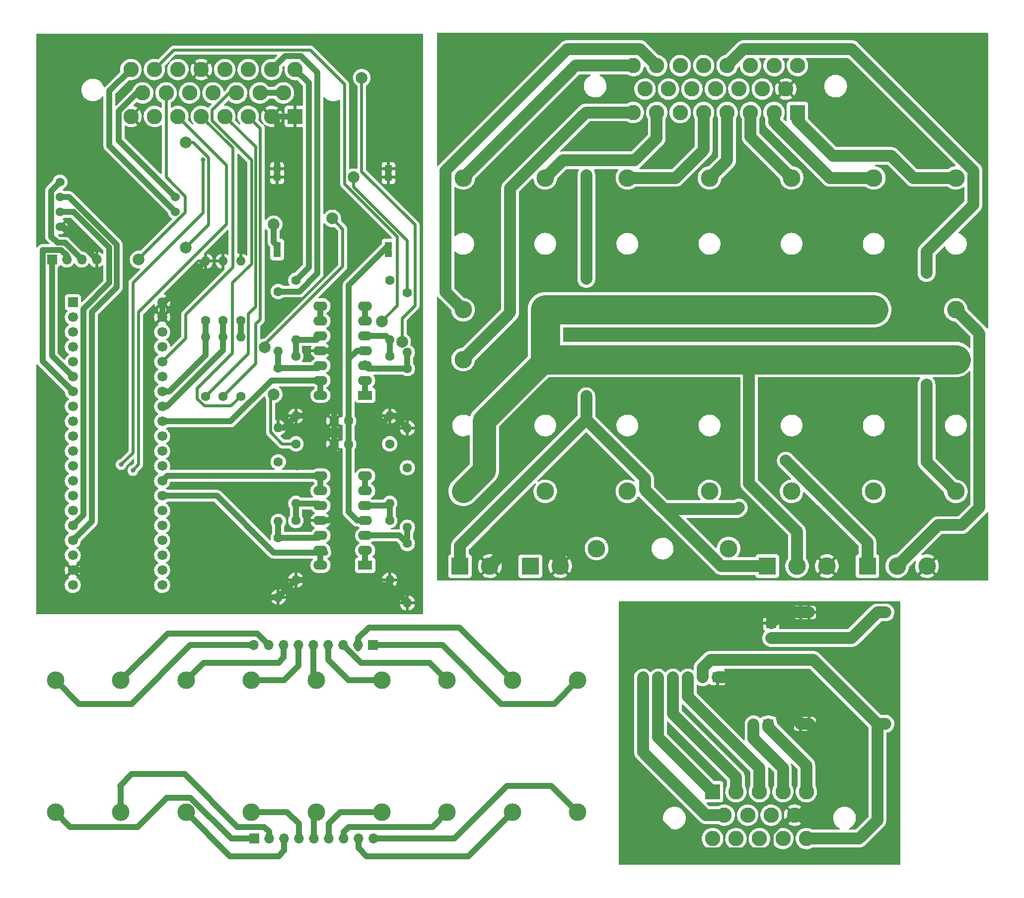
<source format=gbr>
%TF.GenerationSoftware,KiCad,Pcbnew,6.0.4+dfsg-1+b1*%
%TF.CreationDate,2022-05-05T15:10:19-03:00*%
%TF.ProjectId,painel1,7061696e-656c-4312-9e6b-696361645f70,rev?*%
%TF.SameCoordinates,Original*%
%TF.FileFunction,Copper,L1,Top*%
%TF.FilePolarity,Positive*%
%FSLAX46Y46*%
G04 Gerber Fmt 4.6, Leading zero omitted, Abs format (unit mm)*
G04 Created by KiCad (PCBNEW 6.0.4+dfsg-1+b1) date 2022-05-05 15:10:19*
%MOMM*%
%LPD*%
G01*
G04 APERTURE LIST*
%TA.AperFunction,ComponentPad*%
%ADD10C,1.600000*%
%TD*%
%TA.AperFunction,ComponentPad*%
%ADD11O,1.600000X1.600000*%
%TD*%
%TA.AperFunction,ComponentPad*%
%ADD12C,3.000000*%
%TD*%
%TA.AperFunction,ComponentPad*%
%ADD13C,2.625000*%
%TD*%
%TA.AperFunction,ComponentPad*%
%ADD14R,2.625000X2.625000*%
%TD*%
%TA.AperFunction,ComponentPad*%
%ADD15R,1.700000X1.700000*%
%TD*%
%TA.AperFunction,ComponentPad*%
%ADD16C,1.700000*%
%TD*%
%TA.AperFunction,ComponentPad*%
%ADD17R,3.000000X3.000000*%
%TD*%
%TA.AperFunction,ComponentPad*%
%ADD18C,1.524000*%
%TD*%
%TA.AperFunction,ComponentPad*%
%ADD19O,1.700000X1.700000*%
%TD*%
%TA.AperFunction,ComponentPad*%
%ADD20R,1.308000X1.308000*%
%TD*%
%TA.AperFunction,ComponentPad*%
%ADD21R,2.400000X1.600000*%
%TD*%
%TA.AperFunction,ComponentPad*%
%ADD22O,2.400000X1.600000*%
%TD*%
%TA.AperFunction,ViaPad*%
%ADD23C,2.000000*%
%TD*%
%TA.AperFunction,ViaPad*%
%ADD24C,0.800000*%
%TD*%
%TA.AperFunction,Conductor*%
%ADD25C,0.500000*%
%TD*%
%TA.AperFunction,Conductor*%
%ADD26C,1.000000*%
%TD*%
%TA.AperFunction,Conductor*%
%ADD27C,2.000000*%
%TD*%
%TA.AperFunction,Conductor*%
%ADD28C,5.000000*%
%TD*%
%TA.AperFunction,Conductor*%
%ADD29C,4.000000*%
%TD*%
G04 APERTURE END LIST*
D10*
%TO.P,R5,1*%
%TO.N,N/C*%
X93977500Y-109217500D03*
D11*
%TO.P,R5,2*%
X93977500Y-119377500D03*
%TD*%
D10*
%TO.P,R3,1*%
%TO.N,N/C*%
X74977500Y-77217500D03*
D11*
%TO.P,R3,2*%
X74977500Y-87377500D03*
%TD*%
D12*
%TO.P,F3,1*%
%TO.N,N/C*%
X187500000Y-113250000D03*
%TO.P,F3,2*%
X187500000Y-90750000D03*
%TD*%
%TO.P,F4,1*%
%TO.N,N/C*%
X67375000Y-168000000D03*
%TO.P,F4,2*%
X67375000Y-145500000D03*
%TD*%
D13*
%TO.P,J1,14,14*%
%TO.N,N/C*%
X162010000Y-172500000D03*
%TO.P,J1,13,13*%
X158010000Y-172500000D03*
%TO.P,J1,12,12*%
X154010000Y-172500000D03*
%TO.P,J1,11,11*%
X150010000Y-172500000D03*
%TO.P,J1,10,10*%
X146010000Y-172500000D03*
%TO.P,J1,9,9*%
X160010000Y-168500000D03*
%TO.P,J1,8,8*%
X156010000Y-168500000D03*
%TO.P,J1,7,7*%
X152010000Y-168500000D03*
%TO.P,J1,6,6*%
X148010000Y-168500000D03*
%TO.P,J1,5,5*%
X162010000Y-164500000D03*
%TO.P,J1,4,4*%
X158010000Y-164500000D03*
%TO.P,J1,3,3*%
X154010000Y-164500000D03*
%TO.P,J1,2,2*%
X150010000Y-164500000D03*
D14*
%TO.P,J1,1,1*%
X146010000Y-164500000D03*
%TD*%
%TO.P,J1,1,1*%
%TO.N,N/C*%
X74857500Y-49255000D03*
D13*
%TO.P,J1,2,2*%
X70857500Y-49255000D03*
%TO.P,J1,3,3*%
X66857500Y-49255000D03*
%TO.P,J1,4,4*%
X62857500Y-49255000D03*
%TO.P,J1,5,5*%
X58857500Y-49255000D03*
%TO.P,J1,6,6*%
X54857500Y-49255000D03*
%TO.P,J1,7,7*%
X50857500Y-49255000D03*
%TO.P,J1,8,8*%
X46857500Y-49255000D03*
%TO.P,J1,9,9*%
X72857500Y-45255000D03*
%TO.P,J1,10,10*%
X68857500Y-45255000D03*
%TO.P,J1,11,11*%
X64857500Y-45255000D03*
%TO.P,J1,12,12*%
X60857500Y-45255000D03*
%TO.P,J1,13,13*%
X56857500Y-45255000D03*
%TO.P,J1,14,14*%
X52857500Y-45255000D03*
%TO.P,J1,15,15*%
X48857500Y-45255000D03*
%TO.P,J1,16,16*%
X74857500Y-41255000D03*
%TO.P,J1,17,17*%
X70857500Y-41255000D03*
%TO.P,J1,18,18*%
X66857500Y-41255000D03*
%TO.P,J1,19,19*%
X62857500Y-41255000D03*
%TO.P,J1,20,20*%
X58857500Y-41255000D03*
%TO.P,J1,21,21*%
X54857500Y-41255000D03*
%TO.P,J1,22,22*%
X50857500Y-41255000D03*
%TO.P,J1,23,23*%
X46857500Y-41255000D03*
%TD*%
D12*
%TO.P,F9,1*%
%TO.N,N/C*%
X131500000Y-59750000D03*
%TO.P,F9,2*%
X131500000Y-82250000D03*
%TD*%
D14*
%TO.P,J1,1,1*%
%TO.N,N/C*%
X160500000Y-48587500D03*
D13*
%TO.P,J1,2,2*%
X156500000Y-48587500D03*
%TO.P,J1,3,3*%
X152500000Y-48587500D03*
%TO.P,J1,4,4*%
X148500000Y-48587500D03*
%TO.P,J1,5,5*%
X144500000Y-48587500D03*
%TO.P,J1,6,6*%
X140500000Y-48587500D03*
%TO.P,J1,7,7*%
X136500000Y-48587500D03*
%TO.P,J1,8,8*%
X132500000Y-48587500D03*
%TO.P,J1,9,9*%
X158500000Y-44587500D03*
%TO.P,J1,10,10*%
X154500000Y-44587500D03*
%TO.P,J1,11,11*%
X150500000Y-44587500D03*
%TO.P,J1,12,12*%
X146500000Y-44587500D03*
%TO.P,J1,13,13*%
X142500000Y-44587500D03*
%TO.P,J1,14,14*%
X138500000Y-44587500D03*
%TO.P,J1,15,15*%
X134500000Y-44587500D03*
%TO.P,J1,16,16*%
X160500000Y-40587500D03*
%TO.P,J1,17,17*%
X156500000Y-40587500D03*
%TO.P,J1,18,18*%
X152500000Y-40587500D03*
%TO.P,J1,19,19*%
X148500000Y-40587500D03*
%TO.P,J1,20,20*%
X144500000Y-40587500D03*
%TO.P,J1,21,21*%
X140500000Y-40587500D03*
%TO.P,J1,22,22*%
X136500000Y-40587500D03*
%TO.P,J1,23,23*%
X132500000Y-40587500D03*
%TD*%
D10*
%TO.P,R1,1*%
%TO.N,N/C*%
X93977500Y-79377500D03*
D11*
%TO.P,R1,2*%
X93977500Y-89537500D03*
%TD*%
D10*
%TO.P,R19,1*%
%TO.N,N/C*%
X59562500Y-97032500D03*
D11*
%TO.P,R19,2*%
X59562500Y-86872500D03*
%TD*%
D12*
%TO.P,F8,1*%
%TO.N,N/C*%
X111875000Y-168000000D03*
%TO.P,F8,2*%
X111875000Y-145500000D03*
%TD*%
%TO.P,F9,1*%
%TO.N,N/C*%
X123000000Y-168000000D03*
%TO.P,F9,2*%
X123000000Y-145500000D03*
%TD*%
D10*
%TO.P,R4,1*%
%TO.N,N/C*%
X74977500Y-90217500D03*
D11*
%TO.P,R4,2*%
X74977500Y-100377500D03*
%TD*%
D12*
%TO.P,F10,1*%
%TO.N,N/C*%
X145500000Y-59750000D03*
%TO.P,F10,2*%
X145500000Y-82250000D03*
%TD*%
D15*
%TO.P,U1,1,PB12*%
%TO.N,N/C*%
X36942500Y-80982500D03*
D16*
%TO.P,U1,2,PB13*%
X36942500Y-83522500D03*
%TO.P,U1,3,PB14*%
X36942500Y-86062500D03*
%TO.P,U1,4,PB15*%
X36942500Y-88602500D03*
%TO.P,U1,5,PA8*%
X36942500Y-91142500D03*
%TO.P,U1,6,PA9*%
X36942500Y-93682500D03*
%TO.P,U1,7,PA10*%
X36942500Y-96222500D03*
%TO.P,U1,8,PA11*%
X36942500Y-98762500D03*
%TO.P,U1,9,PA12*%
X36942500Y-101302500D03*
%TO.P,U1,10,PA15*%
X36942500Y-103842500D03*
%TO.P,U1,11,PB3*%
X36942500Y-106382500D03*
%TO.P,U1,12,PB4*%
X36942500Y-108922500D03*
%TO.P,U1,13,PB5*%
X36942500Y-111462500D03*
%TO.P,U1,14,PB6*%
X36942500Y-114002500D03*
%TO.P,U1,15,PB7*%
X36942500Y-116542500D03*
%TO.P,U1,16,PB8*%
X36942500Y-119082500D03*
%TO.P,U1,17,PB9*%
X36942500Y-121622500D03*
%TO.P,U1,18,5V*%
X36942500Y-124162500D03*
%TO.P,U1,19,GND*%
X36942500Y-126702500D03*
%TO.P,U1,20,3V3*%
X36942500Y-129242500D03*
%TO.P,U1,21,VBat*%
X52182500Y-129242500D03*
%TO.P,U1,22,PC13*%
X52182500Y-126702500D03*
%TO.P,U1,23,PC14*%
X52182500Y-124162500D03*
%TO.P,U1,24,PC15*%
X52182500Y-121622500D03*
%TO.P,U1,25,PA0*%
X52182500Y-119082500D03*
%TO.P,U1,26,PA1*%
X52182500Y-116542500D03*
%TO.P,U1,27,PA2*%
X52182500Y-114002500D03*
%TO.P,U1,28,PA3*%
X52182500Y-111462500D03*
%TO.P,U1,29,PA4*%
X52182500Y-108922500D03*
%TO.P,U1,30,PA5*%
X52182500Y-106382500D03*
%TO.P,U1,31,PA6*%
X52182500Y-103842500D03*
%TO.P,U1,32,PA7*%
X52182500Y-101302500D03*
%TO.P,U1,33,PB0*%
X52182500Y-98762500D03*
%TO.P,U1,34,PB1*%
X52182500Y-96222500D03*
%TO.P,U1,35,PB10*%
X52182500Y-93682500D03*
%TO.P,U1,36,PB11*%
X52182500Y-91142500D03*
%TO.P,U1,37,RST*%
X52182500Y-88602500D03*
%TO.P,U1,38,3V3*%
X52182500Y-86062500D03*
%TO.P,U1,39,GND*%
X52182500Y-83522500D03*
%TO.P,U1,40,GND*%
X52182500Y-80982500D03*
%TD*%
D17*
%TO.P,J3,1,Pin_1*%
%TO.N,N/C*%
X114960000Y-126000000D03*
D12*
%TO.P,J3,2,Pin_2*%
X120040000Y-126000000D03*
%TD*%
%TO.P,F2,1*%
%TO.N,N/C*%
X45125000Y-168000000D03*
%TO.P,F2,2*%
X45125000Y-145500000D03*
%TD*%
D10*
%TO.P,R6,1*%
%TO.N,N/C*%
X93977500Y-122137500D03*
D11*
%TO.P,R6,2*%
X93977500Y-132297500D03*
%TD*%
D12*
%TO.P,F4,1*%
%TO.N,N/C*%
X173500000Y-113250000D03*
%TO.P,F4,2*%
X173500000Y-90750000D03*
%TD*%
%TO.P,F3,1*%
%TO.N,N/C*%
X56250000Y-168000000D03*
%TO.P,F3,2*%
X56250000Y-145500000D03*
%TD*%
D10*
%TO.P,R2,1*%
%TO.N,N/C*%
X93977500Y-92297500D03*
D11*
%TO.P,R2,2*%
X93977500Y-102457500D03*
%TD*%
D10*
%TO.P,R15,1*%
%TO.N,N/C*%
X74977500Y-105137500D03*
D11*
%TO.P,R15,2*%
X74977500Y-115297500D03*
%TD*%
D12*
%TO.P,F8,1*%
%TO.N,N/C*%
X148750000Y-123000000D03*
%TO.P,F8,2*%
X126250000Y-123000000D03*
%TD*%
D18*
%TO.P,U3,1,VCC*%
%TO.N,N/C*%
X34752500Y-60460000D03*
%TO.P,U3,2,TX*%
X34752500Y-63000000D03*
%TO.P,U3,3,RX*%
X34752500Y-65540000D03*
%TO.P,U3,4,GND*%
X34752500Y-68080000D03*
%TO.P,U3,5,CANH*%
X54437500Y-63000000D03*
%TO.P,U3,6,CANL*%
X54437500Y-65540000D03*
%TD*%
D10*
%TO.P,R20,1*%
%TO.N,N/C*%
X59562500Y-84112500D03*
D11*
%TO.P,R20,2*%
X59562500Y-73952500D03*
%TD*%
D10*
%TO.P,R7,1*%
%TO.N,N/C*%
X71977500Y-108217500D03*
D11*
%TO.P,R7,2*%
X71977500Y-118377500D03*
%TD*%
D10*
%TO.P,C1,1*%
%TO.N,N/C*%
X83977500Y-101217500D03*
%TO.P,C1,2*%
X81477500Y-101217500D03*
%TD*%
D19*
%TO.P,J1,9,Pin_9*%
%TO.N,N/C*%
X88170000Y-172500000D03*
%TO.P,J1,8,Pin_8*%
X85630000Y-172500000D03*
%TO.P,J1,7,Pin_7*%
X83090000Y-172500000D03*
%TO.P,J1,6,Pin_6*%
X80550000Y-172500000D03*
%TO.P,J1,5,Pin_5*%
X78010000Y-172500000D03*
%TO.P,J1,4,Pin_4*%
X75470000Y-172500000D03*
%TO.P,J1,3,Pin_3*%
X72930000Y-172500000D03*
%TO.P,J1,2,Pin_2*%
X70390000Y-172500000D03*
D15*
%TO.P,J1,1,Pin_1*%
X67850000Y-172500000D03*
%TD*%
D10*
%TO.P,R12,1*%
%TO.N,N/C*%
X71977500Y-92217500D03*
D11*
%TO.P,R12,2*%
X71977500Y-102377500D03*
%TD*%
D10*
%TO.P,R21,1*%
%TO.N,N/C*%
X65562500Y-97032500D03*
D11*
%TO.P,R21,2*%
X65562500Y-86872500D03*
%TD*%
D12*
%TO.P,F5,1*%
%TO.N,N/C*%
X78500000Y-168000000D03*
%TO.P,F5,2*%
X78500000Y-145500000D03*
%TD*%
%TO.P,F1,1*%
%TO.N,N/C*%
X34000000Y-168000000D03*
%TO.P,F1,2*%
X34000000Y-145500000D03*
%TD*%
D10*
%TO.P,R22,1*%
%TO.N,N/C*%
X65562500Y-84112500D03*
D11*
%TO.P,R22,2*%
X65562500Y-73952500D03*
%TD*%
D10*
%TO.P,R13,1*%
%TO.N,N/C*%
X90977500Y-105137500D03*
D11*
%TO.P,R13,2*%
X90977500Y-115297500D03*
%TD*%
D15*
%TO.P,J2,1,Pin_1*%
%TO.N,N/C*%
X88150000Y-139500000D03*
D19*
%TO.P,J2,2,Pin_2*%
X85610000Y-139500000D03*
%TO.P,J2,3,Pin_3*%
X83070000Y-139500000D03*
%TO.P,J2,4,Pin_4*%
X80530000Y-139500000D03*
%TO.P,J2,5,Pin_5*%
X77990000Y-139500000D03*
%TO.P,J2,6,Pin_6*%
X75450000Y-139500000D03*
%TO.P,J2,7,Pin_7*%
X72910000Y-139500000D03*
%TO.P,J2,8,Pin_8*%
X70370000Y-139500000D03*
%TO.P,J2,9,Pin_9*%
X67830000Y-139500000D03*
%TD*%
D20*
%TO.P,U1,8,VOUT+*%
%TO.N,N/C*%
X175516750Y-133906750D03*
%TO.P,U1,7,VOUT+*%
X174116750Y-133906750D03*
%TO.P,U1,6,VOUT-*%
X162446750Y-133906750D03*
%TO.P,U1,5,VOUT-*%
X161046750Y-133906750D03*
%TO.P,U1,4,VIN+*%
X175516750Y-152906750D03*
%TO.P,U1,3,VIN+*%
X174116750Y-152906750D03*
%TO.P,U1,2,VIN-*%
X162446750Y-152906750D03*
%TO.P,U1,1,VIN-*%
X161046750Y-152906750D03*
%TD*%
%TO.P,U2,1,VIN-*%
%TO.N,N/C*%
X71775750Y-58219250D03*
%TO.P,U2,2,VIN-*%
X71775750Y-59619250D03*
%TO.P,U2,3,VIN+*%
X71775750Y-71289250D03*
%TO.P,U2,4,VIN+*%
X71775750Y-72689250D03*
%TO.P,U2,5,VOUT-*%
X90775750Y-58219250D03*
%TO.P,U2,6,VOUT-*%
X90775750Y-59619250D03*
%TO.P,U2,7,VOUT+*%
X90775750Y-71289250D03*
%TO.P,U2,8,VOUT+*%
X90775750Y-72689250D03*
%TD*%
D10*
%TO.P,R16,1*%
%TO.N,N/C*%
X74977500Y-118217500D03*
D11*
%TO.P,R16,2*%
X74977500Y-128377500D03*
%TD*%
D12*
%TO.P,F6,1*%
%TO.N,N/C*%
X145500000Y-113250000D03*
%TO.P,F6,2*%
X145500000Y-90750000D03*
%TD*%
%TO.P,F11,1*%
%TO.N,N/C*%
X159500000Y-59750000D03*
%TO.P,F11,2*%
X159500000Y-82250000D03*
%TD*%
D10*
%TO.P,R11,1*%
%TO.N,N/C*%
X71977500Y-79137500D03*
D11*
%TO.P,R11,2*%
X71977500Y-89297500D03*
%TD*%
D12*
%TO.P,F7,1*%
%TO.N,N/C*%
X100750000Y-168000000D03*
%TO.P,F7,2*%
X100750000Y-145500000D03*
%TD*%
D10*
%TO.P,R10,1*%
%TO.N,N/C*%
X90977500Y-90217500D03*
D11*
%TO.P,R10,2*%
X90977500Y-100377500D03*
%TD*%
D10*
%TO.P,R8,1*%
%TO.N,N/C*%
X71977500Y-121137500D03*
D11*
%TO.P,R8,2*%
X71977500Y-131297500D03*
%TD*%
D10*
%TO.P,R18,1*%
%TO.N,N/C*%
X62562500Y-84112500D03*
D11*
%TO.P,R18,2*%
X62562500Y-73952500D03*
%TD*%
D12*
%TO.P,F6,1*%
%TO.N,N/C*%
X89625000Y-168000000D03*
%TO.P,F6,2*%
X89625000Y-145500000D03*
%TD*%
%TO.P,F13,1*%
%TO.N,N/C*%
X187500000Y-59750000D03*
%TO.P,F13,2*%
X187500000Y-82250000D03*
%TD*%
%TO.P,F14,1*%
%TO.N,N/C*%
X103500000Y-90750000D03*
%TO.P,F14,2*%
X103500000Y-113250000D03*
%TD*%
%TO.P,F7,1*%
%TO.N,N/C*%
X103500000Y-59750000D03*
%TO.P,F7,2*%
X103500000Y-82250000D03*
%TD*%
D17*
%TO.P,J2,1,Pin_1*%
%TO.N,N/C*%
X172420000Y-126000000D03*
D12*
%TO.P,J2,2,Pin_2*%
X177500000Y-126000000D03*
%TO.P,J2,3,Pin_3*%
X182580000Y-126000000D03*
%TD*%
%TO.P,F1,1*%
%TO.N,N/C*%
X117500000Y-113250000D03*
%TO.P,F1,2*%
X117500000Y-90750000D03*
%TD*%
D10*
%TO.P,R14,1*%
%TO.N,N/C*%
X90977500Y-118217500D03*
D11*
%TO.P,R14,2*%
X90977500Y-128377500D03*
%TD*%
D21*
%TO.P,U5,1*%
%TO.N,N/C*%
X86802500Y-125842500D03*
D22*
%TO.P,U5,2,-*%
X86802500Y-123302500D03*
%TO.P,U5,3,+*%
X86802500Y-120762500D03*
%TO.P,U5,4,V+*%
X86802500Y-118222500D03*
%TO.P,U5,5,+*%
X86802500Y-115682500D03*
%TO.P,U5,6,-*%
X86802500Y-113142500D03*
%TO.P,U5,7*%
X86802500Y-110602500D03*
%TO.P,U5,8*%
X79182500Y-110602500D03*
%TO.P,U5,9,-*%
X79182500Y-113142500D03*
%TO.P,U5,10,+*%
X79182500Y-115682500D03*
%TO.P,U5,11,V-*%
X79182500Y-118222500D03*
%TO.P,U5,12,+*%
X79182500Y-120762500D03*
%TO.P,U5,13,-*%
X79182500Y-123302500D03*
%TO.P,U5,14*%
X79182500Y-125842500D03*
%TD*%
D10*
%TO.P,R9,1*%
%TO.N,N/C*%
X90977500Y-77217500D03*
D11*
%TO.P,R9,2*%
X90977500Y-87377500D03*
%TD*%
D17*
%TO.P,J4,1,Pin_1*%
%TO.N,N/C*%
X155340000Y-126000000D03*
D12*
%TO.P,J4,2,Pin_2*%
X160420000Y-126000000D03*
%TO.P,J4,3,Pin_3*%
X165500000Y-126000000D03*
%TD*%
D19*
%TO.P,J2,6,Pin_6*%
%TO.N,N/C*%
X134160000Y-145000000D03*
%TO.P,J2,5,Pin_5*%
X136700000Y-145000000D03*
%TO.P,J2,4,Pin_4*%
X139240000Y-145000000D03*
%TO.P,J2,3,Pin_3*%
X141780000Y-145000000D03*
%TO.P,J2,2,Pin_2*%
X144320000Y-145000000D03*
D15*
%TO.P,J2,1,Pin_1*%
X146860000Y-145000000D03*
%TD*%
D19*
%TO.P,J3,2,Pin_2*%
%TO.N,N/C*%
X153010000Y-153000000D03*
D15*
%TO.P,J3,1,Pin_1*%
X155550000Y-153000000D03*
%TD*%
D12*
%TO.P,F12,1*%
%TO.N,N/C*%
X173500000Y-59750000D03*
%TO.P,F12,2*%
X173500000Y-82250000D03*
%TD*%
D10*
%TO.P,R17,1*%
%TO.N,N/C*%
X62562500Y-97032500D03*
D11*
%TO.P,R17,2*%
X62562500Y-86872500D03*
%TD*%
D15*
%TO.P,J2,1,Pin_1*%
%TO.N,N/C*%
X33382500Y-73682500D03*
D19*
%TO.P,J2,2,Pin_2*%
X35922500Y-73682500D03*
%TO.P,J2,3,Pin_3*%
X38462500Y-73682500D03*
%TO.P,J2,4,Pin_4*%
X41002500Y-73682500D03*
%TD*%
D12*
%TO.P,F2,1*%
%TO.N,N/C*%
X131500000Y-113250000D03*
%TO.P,F2,2*%
X131500000Y-90750000D03*
%TD*%
%TO.P,F5,1*%
%TO.N,N/C*%
X159500000Y-113250000D03*
%TO.P,F5,2*%
X159500000Y-90750000D03*
%TD*%
D17*
%TO.P,J5,1,Pin_1*%
%TO.N,N/C*%
X102960000Y-126000000D03*
D12*
%TO.P,J5,2,Pin_2*%
X108040000Y-126000000D03*
%TD*%
D10*
%TO.P,C2,1*%
%TO.N,N/C*%
X83977500Y-105217500D03*
%TO.P,C2,2*%
X81477500Y-105217500D03*
%TD*%
D19*
%TO.P,J4,2,Pin_2*%
%TO.N,N/C*%
X156010000Y-138265000D03*
D15*
%TO.P,J4,1,Pin_1*%
X156010000Y-135725000D03*
%TD*%
D12*
%TO.P,F15,1*%
%TO.N,N/C*%
X117500000Y-59750000D03*
%TO.P,F15,2*%
X117500000Y-82250000D03*
%TD*%
D21*
%TO.P,U4,1*%
%TO.N,N/C*%
X86802500Y-96842500D03*
D22*
%TO.P,U4,2,-*%
X86802500Y-94302500D03*
%TO.P,U4,3,+*%
X86802500Y-91762500D03*
%TO.P,U4,4,V+*%
X86802500Y-89222500D03*
%TO.P,U4,5,+*%
X86802500Y-86682500D03*
%TO.P,U4,6,-*%
X86802500Y-84142500D03*
%TO.P,U4,7*%
X86802500Y-81602500D03*
%TO.P,U4,8*%
X79182500Y-81602500D03*
%TO.P,U4,9,-*%
X79182500Y-84142500D03*
%TO.P,U4,10,+*%
X79182500Y-86682500D03*
%TO.P,U4,11,V-*%
X79182500Y-89222500D03*
%TO.P,U4,12,+*%
X79182500Y-91762500D03*
%TO.P,U4,13,-*%
X79182500Y-94302500D03*
%TO.P,U4,14*%
X79182500Y-96842500D03*
%TD*%
D23*
%TO.N,*%
X81182500Y-66682500D03*
X48182500Y-73682500D03*
X86182500Y-108182000D03*
D24*
X59182500Y-56682500D03*
D23*
X74182500Y-67682500D03*
D24*
X47182500Y-109682500D03*
D23*
X165500000Y-63000000D03*
X124500000Y-59249989D03*
X71182500Y-96682500D03*
X86182500Y-72682500D03*
X93076201Y-87696815D03*
X89622193Y-84242807D03*
X182500000Y-76000000D03*
X150500000Y-116000000D03*
X56182500Y-53682500D03*
X84845155Y-59656184D03*
D24*
X45182500Y-108682500D03*
D23*
X69669500Y-88682500D03*
X158500000Y-108000000D03*
X124500000Y-77000000D03*
X75182500Y-71682500D03*
X182500000Y-95000000D03*
X124500000Y-97000000D03*
X75182500Y-108682500D03*
X71182500Y-67682500D03*
X169500000Y-75000000D03*
X86212491Y-42652509D03*
X56182500Y-71682500D03*
X85182500Y-66682500D03*
%TD*%
D25*
%TO.N,*%
X95277011Y-81587989D02*
X95277011Y-67777011D01*
D26*
X82182500Y-77682500D02*
X85182500Y-74682500D01*
D27*
X136010000Y-134000000D02*
X131010000Y-139000000D01*
D26*
X77990000Y-139500000D02*
X77990000Y-144990000D01*
D27*
X103500000Y-59750000D02*
X122662500Y-40587500D01*
D26*
X35400000Y-68080000D02*
X34752500Y-68080000D01*
D25*
X81182500Y-66682500D02*
X82977020Y-68477020D01*
D27*
X176500000Y-56000000D02*
X166500000Y-56000000D01*
D26*
X33240989Y-61971511D02*
X34752500Y-60460000D01*
D25*
X48182500Y-82682500D02*
X48182500Y-108682500D01*
D26*
X80530000Y-142030000D02*
X80530000Y-139500000D01*
D27*
X124420550Y-48587500D02*
X132500000Y-48587500D01*
D26*
X83977500Y-105217500D02*
X83977500Y-116797500D01*
D25*
X93977500Y-70417518D02*
X93977500Y-79377500D01*
D27*
X100500489Y-79250489D02*
X100500489Y-58507561D01*
D26*
X90977500Y-100377500D02*
X91897500Y-100377500D01*
D27*
X134160000Y-157774022D02*
X144885978Y-168500000D01*
D26*
X52965223Y-98762500D02*
X52182500Y-98762500D01*
D28*
X131500000Y-82250000D02*
X145500000Y-82250000D01*
D26*
X71977500Y-102377500D02*
X72977500Y-102377500D01*
D27*
X117500000Y-59750000D02*
X120499511Y-56750489D01*
D26*
X87000000Y-175500000D02*
X104375000Y-175500000D01*
D27*
X146510000Y-175062011D02*
X155071221Y-175062011D01*
D26*
X86182500Y-72682500D02*
X86182500Y-67682500D01*
X61502500Y-114002500D02*
X71182500Y-123682500D01*
X80582500Y-89222500D02*
X82182500Y-87622500D01*
X43182500Y-77682500D02*
X38762500Y-82102500D01*
D27*
X161046750Y-133906750D02*
X157828250Y-133906750D01*
X160420000Y-126000000D02*
X160420000Y-120080000D01*
D26*
X53125000Y-137500000D02*
X45125000Y-145500000D01*
X38762500Y-82102500D02*
X38762500Y-117262500D01*
X90775750Y-71289250D02*
X83977500Y-78087500D01*
D27*
X169500000Y-67000000D02*
X165500000Y-63000000D01*
D25*
X69669500Y-88195500D02*
X69669500Y-88682500D01*
D28*
X152250000Y-90750000D02*
X159500000Y-90750000D01*
D27*
X157828250Y-133906750D02*
X156010000Y-135725000D01*
D25*
X93076201Y-83788799D02*
X95277011Y-81587989D01*
X68182500Y-54580000D02*
X68170000Y-54592500D01*
D26*
X86070000Y-142500000D02*
X97750000Y-142500000D01*
X31782989Y-91062989D02*
X36942500Y-96222500D01*
X36942500Y-119082500D02*
X38762500Y-117262500D01*
X44432020Y-71164932D02*
X36267088Y-63000000D01*
X68857500Y-45255000D02*
X72857500Y-45255000D01*
D25*
X82977020Y-68477020D02*
X82977020Y-74887980D01*
D26*
X34982011Y-72082989D02*
X31782989Y-72082989D01*
X119000000Y-149500000D02*
X123000000Y-145500000D01*
X86802500Y-81602500D02*
X86802500Y-84142500D01*
D25*
X156197989Y-171749439D02*
X156197989Y-173935243D01*
D26*
X83077989Y-126117011D02*
X80817500Y-128377500D01*
X67830000Y-139500000D02*
X57000000Y-139500000D01*
X71775750Y-50173250D02*
X70857500Y-49255000D01*
D27*
X108040000Y-126000000D02*
X111039511Y-123000489D01*
D26*
X71977500Y-92217500D02*
X71977500Y-89297500D01*
X83090000Y-171410000D02*
X84000000Y-170500000D01*
D25*
X70677989Y-97187011D02*
X70677989Y-103177989D01*
D26*
X71775750Y-58219250D02*
X71775750Y-59619250D01*
X81477500Y-124516522D02*
X81477500Y-117327500D01*
X52258105Y-93682500D02*
X52182500Y-93682500D01*
X78487500Y-87377500D02*
X79182500Y-86682500D01*
D25*
X60082011Y-56309909D02*
X57454602Y-53682500D01*
D28*
X173500000Y-90750000D02*
X187500000Y-90750000D01*
D27*
X148500000Y-40587500D02*
X151312011Y-37775489D01*
D26*
X48000000Y-170500000D02*
X36500000Y-170500000D01*
D27*
X156010000Y-138265000D02*
X169758500Y-138265000D01*
D26*
X35613469Y-70833469D02*
X34333469Y-70833469D01*
X65562500Y-86872500D02*
X65562500Y-84112500D01*
X78012500Y-108682500D02*
X81477500Y-105217500D01*
D25*
X63912500Y-98682500D02*
X59374713Y-98682500D01*
D29*
X103500000Y-113250000D02*
X107099521Y-109650479D01*
D28*
X117500000Y-90750000D02*
X131500000Y-90750000D01*
D26*
X85402500Y-89222500D02*
X86802500Y-89222500D01*
D25*
X54857500Y-49255000D02*
X63182500Y-57580000D01*
D26*
X93977500Y-92297500D02*
X87337500Y-92297500D01*
D27*
X124500000Y-100960000D02*
X124500000Y-97000000D01*
D26*
X47941375Y-45255000D02*
X48857500Y-45255000D01*
D25*
X58857500Y-49255000D02*
X64262989Y-54660489D01*
D27*
X111500000Y-61508050D02*
X124420550Y-48587500D01*
D25*
X59182500Y-65682500D02*
X59182500Y-56682500D01*
D26*
X62562500Y-86872500D02*
X62562500Y-84112500D01*
X43797500Y-131297500D02*
X39202500Y-126702500D01*
X36267088Y-63000000D02*
X34752500Y-63000000D01*
X40182500Y-118382500D02*
X40182500Y-82682500D01*
X65000000Y-170500000D02*
X56000000Y-161500000D01*
X44795489Y-48400886D02*
X47941375Y-45255000D01*
D25*
X50079047Y-71682500D02*
X48182500Y-73579047D01*
D26*
X73000000Y-145500000D02*
X75450000Y-143050000D01*
X52182500Y-114002500D02*
X61502500Y-114002500D01*
X79182500Y-118222500D02*
X80582500Y-118222500D01*
D27*
X187500000Y-59750000D02*
X180250000Y-59750000D01*
D25*
X156197989Y-173935243D02*
X155071221Y-175062011D01*
X86212491Y-58712491D02*
X86212491Y-42652509D01*
X64182500Y-77682500D02*
X67420480Y-74444520D01*
D27*
X155550000Y-153540000D02*
X162010000Y-160000000D01*
X180250000Y-59750000D02*
X176500000Y-56000000D01*
D25*
X47182500Y-77682500D02*
X59182500Y-65682500D01*
D26*
X56000000Y-161500000D02*
X47000000Y-161500000D01*
X86802500Y-115682500D02*
X90592500Y-115682500D01*
D29*
X107099521Y-101150479D02*
X117500000Y-90750000D01*
D26*
X90592500Y-115682500D02*
X90977500Y-115297500D01*
D27*
X150010000Y-162000000D02*
X150010000Y-164500000D01*
D26*
X71977500Y-121137500D02*
X71977500Y-118377500D01*
X44432020Y-78432980D02*
X44432020Y-71164932D01*
D27*
X150500000Y-116000000D02*
X150250489Y-116249511D01*
D26*
X70370000Y-139500000D02*
X68370000Y-137500000D01*
X83070000Y-139500000D02*
X86070000Y-142500000D01*
D25*
X68919520Y-79682500D02*
X68932020Y-79670000D01*
D27*
X144500000Y-55000000D02*
X144500000Y-48587500D01*
D26*
X86802500Y-113142500D02*
X86802500Y-110602500D01*
X38000000Y-149500000D02*
X34000000Y-145500000D01*
D25*
X84845155Y-59656184D02*
X84845155Y-61285173D01*
D26*
X59562500Y-90044581D02*
X53384581Y-96222500D01*
D27*
X111500000Y-82750000D02*
X111500000Y-61508050D01*
D26*
X57000000Y-165500000D02*
X53000000Y-165500000D01*
D25*
X95277011Y-67777011D02*
X86212491Y-58712491D01*
D27*
X169767439Y-37775489D02*
X190500000Y-58508050D01*
D26*
X52532500Y-80982500D02*
X52182500Y-80982500D01*
D27*
X131010000Y-139000000D02*
X131010000Y-147500000D01*
D28*
X145500000Y-90750000D02*
X152250000Y-90750000D01*
D27*
X182500000Y-95000000D02*
X182500000Y-108250000D01*
X169500000Y-75000000D02*
X169500000Y-67000000D01*
D26*
X71182500Y-70696000D02*
X71775750Y-71289250D01*
X77169511Y-75025489D02*
X77169511Y-43567011D01*
D27*
X158010000Y-160500000D02*
X153010000Y-155500000D01*
D25*
X77443470Y-37943470D02*
X83282021Y-43782021D01*
D26*
X72977500Y-102377500D02*
X74977500Y-100377500D01*
X74977500Y-128377500D02*
X74897500Y-128377500D01*
D25*
X68170000Y-84695000D02*
X68919520Y-83945480D01*
D26*
X81477500Y-105217500D02*
X81477500Y-101217500D01*
D25*
X63182500Y-57580000D02*
X63182500Y-67682500D01*
D26*
X93977500Y-119377500D02*
X93977500Y-122137500D01*
D27*
X171010000Y-172500000D02*
X162010000Y-172500000D01*
D26*
X83977500Y-90647500D02*
X85402500Y-89222500D01*
X74977500Y-77217500D02*
X77169511Y-75025489D01*
D28*
X117500000Y-82250000D02*
X117500000Y-90750000D01*
D25*
X60082011Y-67782989D02*
X60082011Y-56309909D01*
D26*
X92602500Y-120762500D02*
X86802500Y-120762500D01*
D25*
X56182500Y-87142500D02*
X52182500Y-91142500D01*
D27*
X166038478Y-59750000D02*
X156500000Y-50211522D01*
X162446750Y-133906750D02*
X142071949Y-133906750D01*
D26*
X75182500Y-108682500D02*
X78012500Y-108682500D01*
X45000000Y-163500000D02*
X45125000Y-163625000D01*
X53000000Y-165500000D02*
X48000000Y-170500000D01*
X53042500Y-110602500D02*
X52182500Y-111462500D01*
X72930000Y-172500000D02*
X72930000Y-174430000D01*
D25*
X48182500Y-73579047D02*
X48182500Y-73682500D01*
D26*
X79182500Y-84142500D02*
X79182500Y-81602500D01*
D27*
X137749511Y-116249511D02*
X134499511Y-112999511D01*
D28*
X117500000Y-82250000D02*
X131500000Y-82250000D01*
D26*
X79182500Y-123302500D02*
X79182500Y-125842500D01*
X70390000Y-172500000D02*
X70390000Y-171297919D01*
D27*
X142071949Y-133906750D02*
X141978699Y-134000000D01*
D26*
X79182500Y-94302500D02*
X79182500Y-96842500D01*
X82500000Y-168000000D02*
X89625000Y-168000000D01*
X78592405Y-100377500D02*
X80864952Y-98104952D01*
X98250000Y-170500000D02*
X100750000Y-168000000D01*
D25*
X71182500Y-96682500D02*
X70677989Y-97187011D01*
D27*
X124500000Y-101000000D02*
X134499511Y-110999511D01*
D25*
X63182500Y-67682500D02*
X48182500Y-82682500D01*
D27*
X151312011Y-37775489D02*
X169767439Y-37775489D01*
D25*
X56182500Y-83078966D02*
X56182500Y-87142500D01*
D27*
X144320000Y-145000000D02*
X144320000Y-143340978D01*
X145500000Y-59750000D02*
X148500000Y-56750000D01*
D25*
X92277011Y-69777011D02*
X92277011Y-81587989D01*
X68170000Y-81695000D02*
X66862011Y-83002989D01*
X56182500Y-71682500D02*
X60082011Y-67782989D01*
D26*
X47000000Y-149500000D02*
X38000000Y-149500000D01*
D27*
X136500000Y-53000000D02*
X136500000Y-48587500D01*
X182500000Y-72323721D02*
X182500000Y-76000000D01*
D26*
X83090000Y-172500000D02*
X83090000Y-171410000D01*
D28*
X131500000Y-90750000D02*
X145500000Y-90750000D01*
D27*
X144885978Y-168500000D02*
X148010000Y-168500000D01*
D26*
X88150000Y-139500000D02*
X100000000Y-139500000D01*
X81477500Y-98717500D02*
X80864952Y-98104952D01*
X85402500Y-118222500D02*
X86802500Y-118222500D01*
X77169511Y-43567011D02*
X74857500Y-41255000D01*
X84000000Y-170500000D02*
X98250000Y-170500000D01*
X75470000Y-172500000D02*
X75470000Y-169970000D01*
X41002500Y-73682500D02*
X35400000Y-68080000D01*
D25*
X62562500Y-97032500D02*
X68170000Y-91425000D01*
X48182500Y-108682500D02*
X47182500Y-109682500D01*
D26*
X85610000Y-138297919D02*
X87407919Y-136500000D01*
X43182500Y-54285000D02*
X43182500Y-44930000D01*
D27*
X174116750Y-169393250D02*
X171010000Y-172500000D01*
D28*
X145500000Y-82250000D02*
X159500000Y-82250000D01*
D26*
X86182500Y-67682500D02*
X85182500Y-66682500D01*
X85182500Y-74682500D02*
X85182500Y-73682500D01*
D27*
X160420000Y-120080000D02*
X152250000Y-111910000D01*
D26*
X78807500Y-121137500D02*
X79182500Y-120762500D01*
X90977500Y-100377500D02*
X86182500Y-105172500D01*
X74977500Y-90217500D02*
X74977500Y-87377500D01*
D27*
X131500000Y-59750000D02*
X139750000Y-59750000D01*
D25*
X67420480Y-74444520D02*
X67420480Y-56757998D01*
X159447428Y-168500000D02*
X156197989Y-171749439D01*
D27*
X141789666Y-175062011D02*
X146510000Y-175062011D01*
D26*
X64000000Y-172500000D02*
X57000000Y-165500000D01*
X78669031Y-76070863D02*
X78669031Y-41796853D01*
D27*
X134499511Y-110999511D02*
X134499511Y-112999511D01*
X166500000Y-56000000D02*
X160500000Y-50000000D01*
D26*
X81477500Y-117327500D02*
X81477500Y-105217500D01*
X86802500Y-123302500D02*
X86802500Y-125842500D01*
X72000000Y-142500000D02*
X59250000Y-142500000D01*
D27*
X160500000Y-50000000D02*
X160500000Y-48587500D01*
D26*
X75470000Y-169970000D02*
X73500000Y-168000000D01*
D27*
X102960000Y-126000000D02*
X102960000Y-122500000D01*
D26*
X71977500Y-131297500D02*
X43797500Y-131297500D01*
X90977500Y-129217500D02*
X86178478Y-129217500D01*
D27*
X131010000Y-147500000D02*
X131010000Y-164282345D01*
D26*
X79182500Y-113142500D02*
X79182500Y-110602500D01*
D25*
X66862011Y-83002989D02*
X66862011Y-89732989D01*
D26*
X83977500Y-101217500D02*
X83977500Y-90887500D01*
D27*
X188500000Y-119000000D02*
X184500000Y-119000000D01*
D26*
X118500000Y-163500000D02*
X123000000Y-168000000D01*
X34333469Y-70833469D02*
X33240989Y-69740989D01*
X84000000Y-145500000D02*
X80530000Y-142030000D01*
D27*
X141780000Y-145000000D02*
X141780000Y-148270000D01*
D26*
X52182500Y-80982500D02*
X52182500Y-83522500D01*
D27*
X174116750Y-133906750D02*
X175516750Y-133906750D01*
D26*
X75182500Y-68682500D02*
X74182500Y-67682500D01*
D27*
X162010000Y-160000000D02*
X162010000Y-164500000D01*
D26*
X78010000Y-172500000D02*
X78010000Y-168490000D01*
X71775750Y-72689250D02*
X71775750Y-71289250D01*
X90977500Y-118217500D02*
X90977500Y-115297500D01*
D27*
X191500000Y-86250000D02*
X191500000Y-116000000D01*
D26*
X110000000Y-149500000D02*
X119000000Y-149500000D01*
D27*
X120499511Y-56750489D02*
X132749511Y-56750489D01*
D25*
X64262989Y-54660489D02*
X64262989Y-74998477D01*
D26*
X74977500Y-118217500D02*
X74977500Y-115297500D01*
D25*
X93076201Y-87696815D02*
X93076201Y-83788799D01*
X56152509Y-65609038D02*
X50079047Y-71682500D01*
D26*
X90775750Y-58219250D02*
X90775750Y-59619250D01*
D27*
X136700000Y-145000000D02*
X136700000Y-155190000D01*
D26*
X83077989Y-126117011D02*
X81477500Y-124516522D01*
D27*
X167010000Y-157500000D02*
X167010000Y-164500000D01*
X162446750Y-152936750D02*
X167010000Y-157500000D01*
D26*
X72000000Y-175500000D02*
X63750000Y-175500000D01*
D27*
X174116750Y-152906750D02*
X175516750Y-152906750D01*
X184500000Y-119000000D02*
X177500000Y-126000000D01*
D26*
X71182500Y-67682500D02*
X71182500Y-70696000D01*
D27*
X102960000Y-122500000D02*
X124500000Y-100960000D01*
D26*
X81977500Y-96992405D02*
X81977500Y-90617500D01*
D27*
X152500000Y-52750000D02*
X152500000Y-48587500D01*
D26*
X81977500Y-90617500D02*
X80582500Y-89222500D01*
X72910000Y-139500000D02*
X72910000Y-141590000D01*
X71977500Y-121137500D02*
X78807500Y-121137500D01*
X90282500Y-86682500D02*
X90977500Y-87377500D01*
D25*
X70677989Y-103177989D02*
X72637500Y-105137500D01*
D27*
X169758500Y-138265000D02*
X174116750Y-133906750D01*
D26*
X80817500Y-128377500D02*
X74977500Y-128377500D01*
X59562500Y-73952500D02*
X52532500Y-80982500D01*
X35922500Y-73682500D02*
X35922500Y-73023478D01*
X102875000Y-136500000D02*
X111875000Y-145500000D01*
X74977500Y-87377500D02*
X78487500Y-87377500D01*
D27*
X147500000Y-126000000D02*
X155340000Y-126000000D01*
D26*
X34752500Y-65540000D02*
X37040000Y-65540000D01*
X80550000Y-172500000D02*
X80550000Y-169950000D01*
X72930000Y-174430000D02*
X73000000Y-174500000D01*
X57000000Y-139500000D02*
X47000000Y-149500000D01*
X74977500Y-115297500D02*
X78797500Y-115297500D01*
X74897500Y-128377500D02*
X71977500Y-131297500D01*
D25*
X63610000Y-45255000D02*
X64857500Y-45255000D01*
D27*
X134499511Y-112999511D02*
X147500000Y-126000000D01*
D26*
X74977500Y-100377500D02*
X78592405Y-100377500D01*
D27*
X159500000Y-59750000D02*
X152500000Y-52750000D01*
X103500000Y-90750000D02*
X111500000Y-82750000D01*
D26*
X97750000Y-142500000D02*
X100750000Y-145500000D01*
D27*
X191500000Y-116000000D02*
X188500000Y-119000000D01*
D26*
X71182500Y-123682500D02*
X79977980Y-123682500D01*
D27*
X132749511Y-56750489D02*
X136500000Y-53000000D01*
D26*
X54437500Y-65540000D02*
X43182500Y-54285000D01*
D28*
X159500000Y-90750000D02*
X164250000Y-90750000D01*
D26*
X67850000Y-172500000D02*
X64000000Y-172500000D01*
X90977500Y-87377500D02*
X90977500Y-90217500D01*
D27*
X103500000Y-82250000D02*
X100500489Y-79250489D01*
X144320000Y-143340978D02*
X145660978Y-142000000D01*
X163010000Y-168500000D02*
X160010000Y-168500000D01*
D26*
X59562500Y-86872500D02*
X59562500Y-84112500D01*
X69592081Y-170500000D02*
X65000000Y-170500000D01*
X90977500Y-129297500D02*
X93977500Y-132297500D01*
X33240989Y-69740989D02*
X33240989Y-61971511D01*
X104375000Y-175500000D02*
X111875000Y-168000000D01*
X63750000Y-175500000D02*
X56250000Y-168000000D01*
D25*
X58182500Y-97490287D02*
X58182500Y-95682500D01*
D26*
X81477500Y-101217500D02*
X81477500Y-98717500D01*
X90977500Y-128377500D02*
X90977500Y-129217500D01*
X63837394Y-101302500D02*
X70837394Y-94302500D01*
D27*
X139240000Y-145000000D02*
X139240000Y-151230000D01*
D26*
X77990000Y-144990000D02*
X78500000Y-145500000D01*
X71977500Y-92217500D02*
X78727500Y-92217500D01*
D27*
X162446750Y-152906750D02*
X162446750Y-152936750D01*
X172420000Y-121920000D02*
X158500000Y-108000000D01*
X190500000Y-58508050D02*
X190500000Y-64323721D01*
X161046750Y-152906750D02*
X162446750Y-152906750D01*
D26*
X86178478Y-129217500D02*
X83077989Y-126117011D01*
D25*
X56152509Y-62930962D02*
X56152509Y-65609038D01*
D26*
X86802500Y-86682500D02*
X90282500Y-86682500D01*
X73169511Y-38942989D02*
X70857500Y-41255000D01*
X53384581Y-96222500D02*
X52182500Y-96222500D01*
X75182500Y-71682500D02*
X75182500Y-68682500D01*
D27*
X100500489Y-58507561D02*
X121232561Y-37775489D01*
D25*
X58182500Y-95682500D02*
X64182500Y-89682500D01*
D26*
X33382500Y-73682500D02*
X33382500Y-90122500D01*
X43182500Y-71682500D02*
X43182500Y-77682500D01*
D27*
X118500489Y-123000489D02*
X120040000Y-124540000D01*
X182500000Y-108250000D02*
X187500000Y-113250000D01*
D25*
X62857500Y-49255000D02*
X68182500Y-54580000D01*
D26*
X75815167Y-38942989D02*
X73169511Y-38942989D01*
D27*
X174116750Y-152906750D02*
X174116750Y-169393250D01*
D26*
X75602394Y-79137500D02*
X78669031Y-76070863D01*
X52182500Y-101302500D02*
X63837394Y-101302500D01*
D27*
X190500000Y-64323721D02*
X182500000Y-72323721D01*
D28*
X164250000Y-90750000D02*
X173500000Y-90750000D01*
D26*
X31782989Y-72082989D02*
X31782989Y-91062989D01*
D27*
X154010000Y-160500000D02*
X154010000Y-164500000D01*
D26*
X83977500Y-78087500D02*
X83977500Y-90887500D01*
D27*
X120040000Y-124540000D02*
X120040000Y-126000000D01*
X153140000Y-145000000D02*
X161046750Y-152906750D01*
X172420000Y-126000000D02*
X172420000Y-121920000D01*
D26*
X90977500Y-129217500D02*
X90977500Y-129297500D01*
X80864952Y-98104952D02*
X81977500Y-96992405D01*
X87407919Y-136500000D02*
X102875000Y-136500000D01*
D27*
X167010000Y-164500000D02*
X163010000Y-168500000D01*
D26*
X40182500Y-82682500D02*
X44432020Y-78432980D01*
X86802500Y-94302500D02*
X86802500Y-96842500D01*
D25*
X68932020Y-79670000D02*
X68932020Y-51329520D01*
D26*
X70390000Y-171297919D02*
X69592081Y-170500000D01*
X71977500Y-79137500D02*
X75602394Y-79137500D01*
D25*
X68170000Y-91425000D02*
X68170000Y-84695000D01*
X59374713Y-98682500D02*
X58182500Y-97490287D01*
D26*
X73000000Y-174500000D02*
X72000000Y-175500000D01*
X85610000Y-139500000D02*
X85610000Y-140059022D01*
D27*
X161046750Y-133906750D02*
X162446750Y-133906750D01*
D26*
X36942500Y-121622500D02*
X40182500Y-118382500D01*
D25*
X68919520Y-83945480D02*
X68919520Y-79682500D01*
D27*
X152250000Y-111910000D02*
X152250000Y-90750000D01*
X156500000Y-50211522D02*
X156500000Y-48587500D01*
D26*
X38462500Y-73682500D02*
X35613469Y-70833469D01*
D27*
X141780000Y-148270000D02*
X154010000Y-160500000D01*
X124500000Y-59249989D02*
X124500000Y-77000000D01*
D25*
X67420480Y-56757998D02*
X60669511Y-50007029D01*
D26*
X87337500Y-92297500D02*
X86802500Y-91762500D01*
X75450000Y-143050000D02*
X75450000Y-139500000D01*
X39202500Y-126702500D02*
X36942500Y-126702500D01*
D27*
X121232561Y-37775489D02*
X133687989Y-37775489D01*
D26*
X67375000Y-145500000D02*
X73000000Y-145500000D01*
X78797500Y-115297500D02*
X79182500Y-115682500D01*
D28*
X159500000Y-82250000D02*
X173500000Y-82250000D01*
D26*
X47000000Y-161500000D02*
X45000000Y-163500000D01*
D25*
X160010000Y-168500000D02*
X159447428Y-168500000D01*
X82977020Y-74887980D02*
X69669500Y-88195500D01*
D26*
X70837394Y-94302500D02*
X79182500Y-94302500D01*
D27*
X153010000Y-155500000D02*
X153010000Y-153000000D01*
D26*
X102000000Y-172500000D02*
X111000000Y-163500000D01*
X35922500Y-73023478D02*
X34982011Y-72082989D01*
D25*
X64262989Y-74998477D02*
X56182500Y-83078966D01*
D26*
X45125000Y-163625000D02*
X45125000Y-168000000D01*
X88170000Y-172500000D02*
X102000000Y-172500000D01*
D27*
X155550000Y-153000000D02*
X155550000Y-153540000D01*
D26*
X44795489Y-53357989D02*
X44795489Y-48400886D01*
D25*
X72637500Y-105137500D02*
X74977500Y-105137500D01*
D27*
X173500000Y-59750000D02*
X166038478Y-59750000D01*
D25*
X68932020Y-51329520D02*
X66857500Y-49255000D01*
D27*
X124500000Y-100960000D02*
X124500000Y-101000000D01*
D26*
X83977500Y-101217500D02*
X83977500Y-105217500D01*
X85630000Y-172500000D02*
X85630000Y-174130000D01*
X59562500Y-86872500D02*
X59562500Y-90044581D01*
X90775750Y-71289250D02*
X90775750Y-72689250D01*
X93977500Y-122137500D02*
X92602500Y-120762500D01*
D25*
X52857500Y-45255000D02*
X52857500Y-59635953D01*
X83282021Y-60782021D02*
X92277011Y-69777011D01*
D26*
X89625000Y-145500000D02*
X84000000Y-145500000D01*
D25*
X66862011Y-89732989D02*
X59562500Y-97032500D01*
X92277011Y-81587989D02*
X89622193Y-84242807D01*
D26*
X80582500Y-89222500D02*
X79182500Y-89222500D01*
D25*
X65562500Y-97032500D02*
X63912500Y-98682500D01*
D27*
X131010000Y-164282345D02*
X141789666Y-175062011D01*
D25*
X54169030Y-37943470D02*
X77443470Y-37943470D01*
D26*
X85630000Y-174130000D02*
X87000000Y-175500000D01*
X86802500Y-91762500D02*
X86802500Y-91392500D01*
D27*
X146860000Y-145000000D02*
X153140000Y-145000000D01*
D26*
X100000000Y-139500000D02*
X110000000Y-149500000D01*
D25*
X45182500Y-108682500D02*
X47182500Y-106682500D01*
D26*
X62562500Y-89165223D02*
X52965223Y-98762500D01*
X33382500Y-90122500D02*
X36942500Y-93682500D01*
X59250000Y-142500000D02*
X56250000Y-145500000D01*
X68370000Y-137500000D02*
X53125000Y-137500000D01*
X78727500Y-92217500D02*
X79182500Y-91762500D01*
D27*
X134160000Y-145000000D02*
X134160000Y-157774022D01*
D26*
X43182500Y-44930000D02*
X46857500Y-41255000D01*
D27*
X139240000Y-151230000D02*
X150010000Y-162000000D01*
D26*
X36500000Y-170500000D02*
X34000000Y-168000000D01*
X54437500Y-63000000D02*
X44795489Y-53357989D01*
D25*
X68170000Y-54592500D02*
X68170000Y-81695000D01*
X83282021Y-43782021D02*
X83282021Y-60782021D01*
D26*
X80550000Y-169950000D02*
X82500000Y-168000000D01*
D27*
X111039511Y-123000489D02*
X118500489Y-123000489D01*
X122662500Y-40587500D02*
X132500000Y-40587500D01*
D26*
X111000000Y-163500000D02*
X118500000Y-163500000D01*
D27*
X133687989Y-37775489D02*
X136500000Y-40587500D01*
X158010000Y-164500000D02*
X158010000Y-160500000D01*
D25*
X64182500Y-89682500D02*
X64182500Y-77682500D01*
X50857500Y-41255000D02*
X54169030Y-37943470D01*
D27*
X145660978Y-142000000D02*
X163210000Y-142000000D01*
D26*
X83977500Y-90887500D02*
X83977500Y-90647500D01*
D25*
X47182500Y-106682500D02*
X47182500Y-77682500D01*
D26*
X91897500Y-100377500D02*
X93977500Y-102457500D01*
D27*
X136700000Y-155190000D02*
X146010000Y-164500000D01*
D26*
X73500000Y-168000000D02*
X67375000Y-168000000D01*
D27*
X150250489Y-116249511D02*
X137749511Y-116249511D01*
D26*
X78669031Y-41796853D02*
X75815167Y-38942989D01*
X72910000Y-141590000D02*
X72000000Y-142500000D01*
X83977500Y-116797500D02*
X85402500Y-118222500D01*
D27*
X187500000Y-82250000D02*
X191500000Y-86250000D01*
D25*
X60669511Y-50007029D02*
X60669511Y-48195489D01*
D26*
X85610000Y-139500000D02*
X85610000Y-138297919D01*
X79182500Y-110602500D02*
X53042500Y-110602500D01*
D27*
X141978699Y-134000000D02*
X136010000Y-134000000D01*
D26*
X62562500Y-86872500D02*
X62562500Y-89165223D01*
X86182500Y-105172500D02*
X86182500Y-108182000D01*
D25*
X60669511Y-48195489D02*
X63610000Y-45255000D01*
D26*
X78010000Y-168490000D02*
X78500000Y-168000000D01*
X71775750Y-58219250D02*
X71775750Y-50173250D01*
X82182500Y-87622500D02*
X82182500Y-77682500D01*
D25*
X84845155Y-61285173D02*
X93977500Y-70417518D01*
D27*
X139750000Y-59750000D02*
X144500000Y-55000000D01*
D26*
X85182500Y-73682500D02*
X86182500Y-72682500D01*
X93977500Y-89537500D02*
X93977500Y-92297500D01*
X37040000Y-65540000D02*
X43182500Y-71682500D01*
D25*
X57454602Y-53682500D02*
X56182500Y-53682500D01*
D27*
X163210000Y-142000000D02*
X174116750Y-152906750D01*
D25*
X52857500Y-59635953D02*
X56152509Y-62930962D01*
D27*
X148500000Y-56750000D02*
X148500000Y-48587500D01*
D26*
X74857500Y-49255000D02*
X70857500Y-49255000D01*
X80582500Y-118222500D02*
X81477500Y-117327500D01*
D29*
X107099521Y-109650479D02*
X107099521Y-101150479D01*
%TD*%
%TA.AperFunction,NonConductor*%
G36*
X36638196Y-66568502D02*
G01*
X36659170Y-66585405D01*
X42137095Y-72063329D01*
X42171121Y-72125641D01*
X42174000Y-72152424D01*
X42174000Y-72626372D01*
X42153998Y-72694493D01*
X42100342Y-72740986D01*
X42030068Y-72751090D01*
X41965488Y-72721596D01*
X41954806Y-72711171D01*
X41935305Y-72689739D01*
X41927773Y-72682715D01*
X41760639Y-72550722D01*
X41752052Y-72545017D01*
X41565617Y-72442099D01*
X41556205Y-72437869D01*
X41355459Y-72366780D01*
X41345488Y-72364146D01*
X41274337Y-72351472D01*
X41261040Y-72352932D01*
X41256500Y-72367489D01*
X41256500Y-75001017D01*
X41260564Y-75014859D01*
X41273978Y-75016893D01*
X41280684Y-75016034D01*
X41290762Y-75013892D01*
X41494755Y-74952691D01*
X41504342Y-74948933D01*
X41695595Y-74855239D01*
X41704445Y-74849964D01*
X41877828Y-74726292D01*
X41885693Y-74719645D01*
X41959060Y-74646533D01*
X42021431Y-74612617D01*
X42092238Y-74617805D01*
X42149000Y-74660451D01*
X42173694Y-74727014D01*
X42174000Y-74735784D01*
X42174000Y-77212575D01*
X42153998Y-77280696D01*
X42137095Y-77301670D01*
X40248931Y-79189835D01*
X38516095Y-80922671D01*
X38453783Y-80956697D01*
X38382968Y-80951632D01*
X38326132Y-80909085D01*
X38301321Y-80842565D01*
X38301000Y-80833576D01*
X38301000Y-80084366D01*
X38294245Y-80022184D01*
X38243115Y-79885795D01*
X38155761Y-79769239D01*
X38039205Y-79681885D01*
X37902816Y-79630755D01*
X37840634Y-79624000D01*
X36044366Y-79624000D01*
X35982184Y-79630755D01*
X35845795Y-79681885D01*
X35729239Y-79769239D01*
X35641885Y-79885795D01*
X35590755Y-80022184D01*
X35584000Y-80084366D01*
X35584000Y-81880634D01*
X35590755Y-81942816D01*
X35641885Y-82079205D01*
X35729239Y-82195761D01*
X35845795Y-82283115D01*
X35854204Y-82286267D01*
X35854205Y-82286268D01*
X35962951Y-82327035D01*
X36019716Y-82369676D01*
X36044416Y-82436238D01*
X36029209Y-82505587D01*
X36009816Y-82532068D01*
X35936587Y-82608698D01*
X35883129Y-82664638D01*
X35757243Y-82849180D01*
X35729662Y-82908599D01*
X35683144Y-83008814D01*
X35663188Y-83051805D01*
X35603489Y-83267070D01*
X35579751Y-83489195D01*
X35580048Y-83494348D01*
X35580048Y-83494351D01*
X35592226Y-83705561D01*
X35592610Y-83712215D01*
X35593747Y-83717261D01*
X35593748Y-83717267D01*
X35613948Y-83806900D01*
X35641722Y-83930139D01*
X35703173Y-84081476D01*
X35715771Y-84112500D01*
X35725766Y-84137116D01*
X35842487Y-84327588D01*
X35988750Y-84496438D01*
X36160626Y-84639132D01*
X36170004Y-84644612D01*
X36233945Y-84681976D01*
X36282669Y-84733614D01*
X36295740Y-84803397D01*
X36269009Y-84869169D01*
X36228555Y-84902527D01*
X36216107Y-84909007D01*
X36211974Y-84912110D01*
X36211971Y-84912112D01*
X36044721Y-85037687D01*
X36037465Y-85043135D01*
X36020038Y-85061371D01*
X35936587Y-85148698D01*
X35883129Y-85204638D01*
X35757243Y-85389180D01*
X35663188Y-85591805D01*
X35603489Y-85807070D01*
X35579751Y-86029195D01*
X35580048Y-86034348D01*
X35580048Y-86034351D01*
X35590795Y-86220738D01*
X35592610Y-86252215D01*
X35593747Y-86257261D01*
X35593748Y-86257267D01*
X35608303Y-86321850D01*
X35641722Y-86470139D01*
X35725766Y-86677116D01*
X35776519Y-86759938D01*
X35828186Y-86844250D01*
X35842487Y-86867588D01*
X35988750Y-87036438D01*
X36114020Y-87140439D01*
X36155005Y-87174465D01*
X36160626Y-87179132D01*
X36187295Y-87194716D01*
X36233945Y-87221976D01*
X36282669Y-87273614D01*
X36295740Y-87343397D01*
X36269009Y-87409169D01*
X36228555Y-87442527D01*
X36216107Y-87449007D01*
X36211974Y-87452110D01*
X36211971Y-87452112D01*
X36041600Y-87580030D01*
X36037465Y-87583135D01*
X36033893Y-87586873D01*
X35907127Y-87719526D01*
X35883129Y-87744638D01*
X35757243Y-87929180D01*
X35741503Y-87963090D01*
X35665398Y-88127045D01*
X35663188Y-88131805D01*
X35603489Y-88347070D01*
X35579751Y-88569195D01*
X35592610Y-88792215D01*
X35593747Y-88797261D01*
X35593748Y-88797267D01*
X35604117Y-88843275D01*
X35641722Y-89010139D01*
X35725766Y-89217116D01*
X35740083Y-89240479D01*
X35817381Y-89366618D01*
X35842487Y-89407588D01*
X35988750Y-89576438D01*
X36160626Y-89719132D01*
X36217676Y-89752469D01*
X36233945Y-89761976D01*
X36282669Y-89813614D01*
X36295740Y-89883397D01*
X36269009Y-89949169D01*
X36228555Y-89982527D01*
X36216107Y-89989007D01*
X36211974Y-89992110D01*
X36211971Y-89992112D01*
X36042025Y-90119711D01*
X36037465Y-90123135D01*
X36033893Y-90126873D01*
X35907127Y-90259526D01*
X35883129Y-90284638D01*
X35880215Y-90288910D01*
X35880214Y-90288911D01*
X35795056Y-90413749D01*
X35757243Y-90469180D01*
X35746083Y-90493223D01*
X35665538Y-90666743D01*
X35663188Y-90671805D01*
X35656611Y-90695522D01*
X35654674Y-90702506D01*
X35617194Y-90762803D01*
X35553065Y-90793265D01*
X35482647Y-90784221D01*
X35444162Y-90757927D01*
X34427905Y-89741671D01*
X34393880Y-89679359D01*
X34391000Y-89652576D01*
X34391000Y-75103509D01*
X34411002Y-75035388D01*
X34464658Y-74988895D01*
X34470194Y-74986597D01*
X34470796Y-74986268D01*
X34479205Y-74983115D01*
X34595761Y-74895761D01*
X34683115Y-74779205D01*
X34718695Y-74684296D01*
X34727098Y-74661882D01*
X34769740Y-74605118D01*
X34836302Y-74580418D01*
X34905650Y-74595626D01*
X34940317Y-74623614D01*
X34968750Y-74656438D01*
X35140626Y-74799132D01*
X35333500Y-74911838D01*
X35542192Y-74991530D01*
X35547260Y-74992561D01*
X35547263Y-74992562D01*
X35642362Y-75011910D01*
X35761097Y-75036067D01*
X35766272Y-75036257D01*
X35766274Y-75036257D01*
X35979173Y-75044064D01*
X35979177Y-75044064D01*
X35984337Y-75044253D01*
X35989457Y-75043597D01*
X35989459Y-75043597D01*
X36200788Y-75016525D01*
X36200789Y-75016525D01*
X36205916Y-75015868D01*
X36210866Y-75014383D01*
X36414929Y-74953161D01*
X36414934Y-74953159D01*
X36419884Y-74951674D01*
X36620494Y-74853396D01*
X36802360Y-74723673D01*
X36960596Y-74565989D01*
X36968087Y-74555565D01*
X37090953Y-74384577D01*
X37092276Y-74385528D01*
X37139145Y-74342357D01*
X37209080Y-74330125D01*
X37274526Y-74357644D01*
X37302375Y-74389494D01*
X37362487Y-74487588D01*
X37508750Y-74656438D01*
X37680626Y-74799132D01*
X37873500Y-74911838D01*
X38082192Y-74991530D01*
X38087260Y-74992561D01*
X38087263Y-74992562D01*
X38182362Y-75011910D01*
X38301097Y-75036067D01*
X38306272Y-75036257D01*
X38306274Y-75036257D01*
X38519173Y-75044064D01*
X38519177Y-75044064D01*
X38524337Y-75044253D01*
X38529457Y-75043597D01*
X38529459Y-75043597D01*
X38740788Y-75016525D01*
X38740789Y-75016525D01*
X38745916Y-75015868D01*
X38750866Y-75014383D01*
X38954929Y-74953161D01*
X38954934Y-74953159D01*
X38959884Y-74951674D01*
X39160494Y-74853396D01*
X39342360Y-74723673D01*
X39500596Y-74565989D01*
X39508087Y-74555565D01*
X39630953Y-74384577D01*
X39632140Y-74385430D01*
X39679460Y-74341862D01*
X39749397Y-74329645D01*
X39814838Y-74357178D01*
X39842666Y-74389011D01*
X39900194Y-74482888D01*
X39906277Y-74491199D01*
X40045713Y-74652167D01*
X40053080Y-74659383D01*
X40216934Y-74795416D01*
X40225381Y-74801331D01*
X40409256Y-74908779D01*
X40418542Y-74913229D01*
X40617501Y-74989203D01*
X40627399Y-74992079D01*
X40730750Y-75013106D01*
X40744799Y-75011910D01*
X40748500Y-75001565D01*
X40748500Y-72365602D01*
X40744582Y-72352258D01*
X40730306Y-72350271D01*
X40691824Y-72356160D01*
X40681788Y-72358551D01*
X40479368Y-72424712D01*
X40469859Y-72428709D01*
X40280963Y-72527042D01*
X40272238Y-72532536D01*
X40101933Y-72660405D01*
X40094226Y-72667248D01*
X39947090Y-72821217D01*
X39940609Y-72829222D01*
X39835998Y-72982574D01*
X39781087Y-73027576D01*
X39710562Y-73035747D01*
X39646815Y-73004493D01*
X39626118Y-72980009D01*
X39545322Y-72855117D01*
X39545320Y-72855114D01*
X39542514Y-72850777D01*
X39392170Y-72685551D01*
X39388119Y-72682352D01*
X39388115Y-72682348D01*
X39220914Y-72550300D01*
X39220910Y-72550298D01*
X39216859Y-72547098D01*
X39180528Y-72527042D01*
X39061861Y-72461535D01*
X39021289Y-72439138D01*
X39016420Y-72437414D01*
X39016416Y-72437412D01*
X38815587Y-72366295D01*
X38815583Y-72366294D01*
X38810712Y-72364569D01*
X38805619Y-72363662D01*
X38805616Y-72363661D01*
X38730443Y-72350271D01*
X38590784Y-72325394D01*
X38582185Y-72325289D01*
X38580853Y-72324880D01*
X38580461Y-72324843D01*
X38580469Y-72324762D01*
X38514313Y-72304456D01*
X38494628Y-72288393D01*
X36370324Y-70164090D01*
X36361222Y-70153947D01*
X36341366Y-70129251D01*
X36337501Y-70124444D01*
X36299047Y-70092177D01*
X36295400Y-70088997D01*
X36293588Y-70087354D01*
X36291394Y-70085160D01*
X36258120Y-70057827D01*
X36257322Y-70057165D01*
X36185995Y-69997315D01*
X36181325Y-69994747D01*
X36177208Y-69991366D01*
X36095383Y-69947492D01*
X36094224Y-69946863D01*
X36018088Y-69905007D01*
X36018080Y-69905004D01*
X36012682Y-69902036D01*
X36007600Y-69900424D01*
X36002906Y-69897907D01*
X35913938Y-69870707D01*
X35912910Y-69870387D01*
X35824163Y-69842234D01*
X35818867Y-69841640D01*
X35813771Y-69840082D01*
X35721212Y-69830679D01*
X35720076Y-69830558D01*
X35686461Y-69826788D01*
X35673739Y-69825361D01*
X35673735Y-69825361D01*
X35670242Y-69824969D01*
X35666715Y-69824969D01*
X35665730Y-69824914D01*
X35660050Y-69824467D01*
X35630644Y-69821480D01*
X35623132Y-69820717D01*
X35623130Y-69820717D01*
X35617007Y-69820095D01*
X35574728Y-69824092D01*
X35571360Y-69824410D01*
X35559502Y-69824969D01*
X34803395Y-69824969D01*
X34735274Y-69804967D01*
X34714300Y-69788064D01*
X34480677Y-69554441D01*
X34446651Y-69492129D01*
X34451716Y-69421314D01*
X34494263Y-69364478D01*
X34560783Y-69339667D01*
X34580754Y-69339825D01*
X34747025Y-69354372D01*
X34757975Y-69354372D01*
X34968396Y-69335962D01*
X34979191Y-69334059D01*
X35183215Y-69279391D01*
X35193507Y-69275645D01*
X35384945Y-69186376D01*
X35394431Y-69180898D01*
X35438264Y-69150207D01*
X35446639Y-69139729D01*
X35439571Y-69126281D01*
X34482385Y-68169095D01*
X34448359Y-68106783D01*
X34450194Y-68081132D01*
X35116908Y-68081132D01*
X35117039Y-68082965D01*
X35121290Y-68089580D01*
X35799503Y-68767793D01*
X35811277Y-68774223D01*
X35823293Y-68764926D01*
X35853397Y-68721932D01*
X35858877Y-68712441D01*
X35948145Y-68521007D01*
X35951891Y-68510715D01*
X36006559Y-68306691D01*
X36008462Y-68295896D01*
X36026872Y-68085475D01*
X36026872Y-68074525D01*
X36008462Y-67864104D01*
X36006559Y-67853309D01*
X35951891Y-67649285D01*
X35948145Y-67638993D01*
X35858877Y-67447559D01*
X35853397Y-67438068D01*
X35822706Y-67394235D01*
X35812229Y-67385860D01*
X35798782Y-67392928D01*
X35124522Y-68067188D01*
X35116908Y-68081132D01*
X34450194Y-68081132D01*
X34453424Y-68035968D01*
X34482385Y-67990905D01*
X35440293Y-67032997D01*
X35446723Y-67021223D01*
X35437426Y-67009207D01*
X35394431Y-66979102D01*
X35384945Y-66973624D01*
X35279535Y-66924471D01*
X35226250Y-66877554D01*
X35206789Y-66809277D01*
X35227331Y-66741317D01*
X35279535Y-66696081D01*
X35385190Y-66646814D01*
X35385195Y-66646811D01*
X35390177Y-66644488D01*
X35435817Y-66612531D01*
X35494719Y-66571287D01*
X35566990Y-66548500D01*
X36570075Y-66548500D01*
X36638196Y-66568502D01*
G37*
%TD.AperFunction*%
%TA.AperFunction,NonConductor*%
G36*
X65230001Y-55640654D02*
G01*
X65236584Y-55646783D01*
X66625075Y-57035274D01*
X66659101Y-57097586D01*
X66661980Y-57124369D01*
X66661980Y-72897999D01*
X66641978Y-72966120D01*
X66588322Y-73012613D01*
X66518048Y-73022717D01*
X66453468Y-72993223D01*
X66446885Y-72987094D01*
X66410375Y-72950584D01*
X66401967Y-72943528D01*
X66223507Y-72818569D01*
X66214011Y-72813086D01*
X66016553Y-72721010D01*
X66006261Y-72717264D01*
X65833997Y-72671106D01*
X65819901Y-72671442D01*
X65816500Y-72679384D01*
X65816500Y-74080500D01*
X65796498Y-74148621D01*
X65742842Y-74195114D01*
X65690500Y-74206500D01*
X65434500Y-74206500D01*
X65366379Y-74186498D01*
X65319886Y-74132842D01*
X65308500Y-74080500D01*
X65308500Y-72684533D01*
X65304527Y-72671002D01*
X65295978Y-72669773D01*
X65180100Y-72700823D01*
X65109124Y-72699133D01*
X65050328Y-72659339D01*
X65022380Y-72594075D01*
X65021489Y-72579116D01*
X65021489Y-55735878D01*
X65041491Y-55667757D01*
X65095147Y-55621264D01*
X65165421Y-55611160D01*
X65230001Y-55640654D01*
G37*
%TD.AperFunction*%
%TA.AperFunction,NonConductor*%
G36*
X96616121Y-35211002D02*
G01*
X96662614Y-35264658D01*
X96674000Y-35317000D01*
X96674000Y-134048000D01*
X96653998Y-134116121D01*
X96600342Y-134162614D01*
X96548000Y-134174000D01*
X30817000Y-134174000D01*
X30748879Y-134153998D01*
X30702386Y-134100342D01*
X30691000Y-134048000D01*
X30691000Y-131564022D01*
X70694773Y-131564022D01*
X70742264Y-131741261D01*
X70746010Y-131751553D01*
X70838086Y-131949011D01*
X70843569Y-131958507D01*
X70968528Y-132136967D01*
X70975584Y-132145375D01*
X71129625Y-132299416D01*
X71138033Y-132306472D01*
X71316493Y-132431431D01*
X71325989Y-132436914D01*
X71523447Y-132528990D01*
X71533739Y-132532736D01*
X71706003Y-132578894D01*
X71720099Y-132578558D01*
X71723500Y-132570616D01*
X71723500Y-132565467D01*
X72231500Y-132565467D01*
X72235473Y-132578998D01*
X72244022Y-132580227D01*
X72304500Y-132564022D01*
X92694773Y-132564022D01*
X92742264Y-132741261D01*
X92746010Y-132751553D01*
X92838086Y-132949011D01*
X92843569Y-132958507D01*
X92968528Y-133136967D01*
X92975584Y-133145375D01*
X93129625Y-133299416D01*
X93138033Y-133306472D01*
X93316493Y-133431431D01*
X93325989Y-133436914D01*
X93523447Y-133528990D01*
X93533739Y-133532736D01*
X93706003Y-133578894D01*
X93720099Y-133578558D01*
X93723500Y-133570616D01*
X93723500Y-133565467D01*
X94231500Y-133565467D01*
X94235473Y-133578998D01*
X94244022Y-133580227D01*
X94421261Y-133532736D01*
X94431553Y-133528990D01*
X94629011Y-133436914D01*
X94638507Y-133431431D01*
X94816967Y-133306472D01*
X94825375Y-133299416D01*
X94979416Y-133145375D01*
X94986472Y-133136967D01*
X95111431Y-132958507D01*
X95116914Y-132949011D01*
X95208990Y-132751553D01*
X95212736Y-132741261D01*
X95258894Y-132568997D01*
X95258558Y-132554901D01*
X95250616Y-132551500D01*
X94249615Y-132551500D01*
X94234376Y-132555975D01*
X94233171Y-132557365D01*
X94231500Y-132565048D01*
X94231500Y-133565467D01*
X93723500Y-133565467D01*
X93723500Y-132569615D01*
X93719025Y-132554376D01*
X93717635Y-132553171D01*
X93709952Y-132551500D01*
X92709533Y-132551500D01*
X92696002Y-132555473D01*
X92694773Y-132564022D01*
X72304500Y-132564022D01*
X72421261Y-132532736D01*
X72431553Y-132528990D01*
X72629011Y-132436914D01*
X72638507Y-132431431D01*
X72816967Y-132306472D01*
X72825375Y-132299416D01*
X72979416Y-132145375D01*
X72986472Y-132136967D01*
X73064170Y-132026003D01*
X92696106Y-132026003D01*
X92696442Y-132040099D01*
X92704384Y-132043500D01*
X93705385Y-132043500D01*
X93720624Y-132039025D01*
X93721829Y-132037635D01*
X93723500Y-132029952D01*
X93723500Y-132025385D01*
X94231500Y-132025385D01*
X94235975Y-132040624D01*
X94237365Y-132041829D01*
X94245048Y-132043500D01*
X95245467Y-132043500D01*
X95258998Y-132039527D01*
X95260227Y-132030978D01*
X95212736Y-131853739D01*
X95208990Y-131843447D01*
X95116914Y-131645989D01*
X95111431Y-131636493D01*
X94986472Y-131458033D01*
X94979416Y-131449625D01*
X94825375Y-131295584D01*
X94816967Y-131288528D01*
X94638507Y-131163569D01*
X94629011Y-131158086D01*
X94431553Y-131066010D01*
X94421261Y-131062264D01*
X94248997Y-131016106D01*
X94234901Y-131016442D01*
X94231500Y-131024384D01*
X94231500Y-132025385D01*
X93723500Y-132025385D01*
X93723500Y-131029533D01*
X93719527Y-131016002D01*
X93710978Y-131014773D01*
X93533739Y-131062264D01*
X93523447Y-131066010D01*
X93325989Y-131158086D01*
X93316493Y-131163569D01*
X93138033Y-131288528D01*
X93129625Y-131295584D01*
X92975584Y-131449625D01*
X92968528Y-131458033D01*
X92843569Y-131636493D01*
X92838086Y-131645989D01*
X92746010Y-131843447D01*
X92742264Y-131853739D01*
X92696106Y-132026003D01*
X73064170Y-132026003D01*
X73111431Y-131958507D01*
X73116914Y-131949011D01*
X73208990Y-131751553D01*
X73212736Y-131741261D01*
X73258894Y-131568997D01*
X73258558Y-131554901D01*
X73250616Y-131551500D01*
X72249615Y-131551500D01*
X72234376Y-131555975D01*
X72233171Y-131557365D01*
X72231500Y-131565048D01*
X72231500Y-132565467D01*
X71723500Y-132565467D01*
X71723500Y-131569615D01*
X71719025Y-131554376D01*
X71717635Y-131553171D01*
X71709952Y-131551500D01*
X70709533Y-131551500D01*
X70696002Y-131555473D01*
X70694773Y-131564022D01*
X30691000Y-131564022D01*
X30691000Y-131026003D01*
X70696106Y-131026003D01*
X70696442Y-131040099D01*
X70704384Y-131043500D01*
X71705385Y-131043500D01*
X71720624Y-131039025D01*
X71721829Y-131037635D01*
X71723500Y-131029952D01*
X71723500Y-131025385D01*
X72231500Y-131025385D01*
X72235975Y-131040624D01*
X72237365Y-131041829D01*
X72245048Y-131043500D01*
X73245467Y-131043500D01*
X73258998Y-131039527D01*
X73260227Y-131030978D01*
X73212736Y-130853739D01*
X73208990Y-130843447D01*
X73116914Y-130645989D01*
X73111431Y-130636493D01*
X72986472Y-130458033D01*
X72979416Y-130449625D01*
X72825375Y-130295584D01*
X72816967Y-130288528D01*
X72638507Y-130163569D01*
X72629011Y-130158086D01*
X72431553Y-130066010D01*
X72421261Y-130062264D01*
X72248997Y-130016106D01*
X72234901Y-130016442D01*
X72231500Y-130024384D01*
X72231500Y-131025385D01*
X71723500Y-131025385D01*
X71723500Y-130029533D01*
X71719527Y-130016002D01*
X71710978Y-130014773D01*
X71533739Y-130062264D01*
X71523447Y-130066010D01*
X71325989Y-130158086D01*
X71316493Y-130163569D01*
X71138033Y-130288528D01*
X71129625Y-130295584D01*
X70975584Y-130449625D01*
X70968528Y-130458033D01*
X70843569Y-130636493D01*
X70838086Y-130645989D01*
X70746010Y-130843447D01*
X70742264Y-130853739D01*
X70696106Y-131026003D01*
X30691000Y-131026003D01*
X30691000Y-129209195D01*
X35579751Y-129209195D01*
X35580048Y-129214348D01*
X35580048Y-129214351D01*
X35592312Y-129427047D01*
X35592610Y-129432215D01*
X35593747Y-129437261D01*
X35593748Y-129437267D01*
X35610462Y-129511431D01*
X35641722Y-129650139D01*
X35725766Y-129857116D01*
X35728465Y-129861520D01*
X35828268Y-130024384D01*
X35842487Y-130047588D01*
X35988750Y-130216438D01*
X36160626Y-130359132D01*
X36353500Y-130471838D01*
X36562192Y-130551530D01*
X36567260Y-130552561D01*
X36567263Y-130552562D01*
X36674517Y-130574383D01*
X36781097Y-130596067D01*
X36786272Y-130596257D01*
X36786274Y-130596257D01*
X36999173Y-130604064D01*
X36999177Y-130604064D01*
X37004337Y-130604253D01*
X37009457Y-130603597D01*
X37009459Y-130603597D01*
X37220788Y-130576525D01*
X37220789Y-130576525D01*
X37225916Y-130575868D01*
X37230866Y-130574383D01*
X37434929Y-130513161D01*
X37434934Y-130513159D01*
X37439884Y-130511674D01*
X37640494Y-130413396D01*
X37822360Y-130283673D01*
X37980596Y-130125989D01*
X38040094Y-130043189D01*
X38107935Y-129948777D01*
X38110953Y-129944577D01*
X38209930Y-129744311D01*
X38274870Y-129530569D01*
X38304029Y-129309090D01*
X38305656Y-129242500D01*
X38287352Y-129019861D01*
X38232931Y-128803202D01*
X38143854Y-128598340D01*
X38022514Y-128410777D01*
X37872170Y-128245551D01*
X37868119Y-128242352D01*
X37868115Y-128242348D01*
X37700914Y-128110300D01*
X37700910Y-128110298D01*
X37696859Y-128107098D01*
X37655069Y-128084029D01*
X37605098Y-128033597D01*
X37590326Y-127964154D01*
X37615442Y-127897748D01*
X37642793Y-127871142D01*
X37691747Y-127836223D01*
X37700148Y-127825523D01*
X37693160Y-127812370D01*
X36955312Y-127074522D01*
X36941368Y-127066908D01*
X36939535Y-127067039D01*
X36932920Y-127071290D01*
X36189237Y-127814973D01*
X36182477Y-127827353D01*
X36187758Y-127834407D01*
X36234469Y-127861703D01*
X36283193Y-127913341D01*
X36296264Y-127983124D01*
X36269533Y-128048896D01*
X36229084Y-128082252D01*
X36216107Y-128089007D01*
X36211974Y-128092110D01*
X36211971Y-128092112D01*
X36041600Y-128220030D01*
X36037465Y-128223135D01*
X35883129Y-128384638D01*
X35757243Y-128569180D01*
X35663188Y-128771805D01*
X35603489Y-128987070D01*
X35579751Y-129209195D01*
X30691000Y-129209195D01*
X30691000Y-126674363D01*
X35580550Y-126674363D01*
X35592809Y-126886977D01*
X35594245Y-126897197D01*
X35641065Y-127104946D01*
X35644145Y-127114775D01*
X35724270Y-127312103D01*
X35728913Y-127321294D01*
X35808960Y-127451920D01*
X35819416Y-127461380D01*
X35828194Y-127457596D01*
X36570478Y-126715312D01*
X36576856Y-126703632D01*
X37306908Y-126703632D01*
X37307039Y-126705465D01*
X37311290Y-126712080D01*
X38052974Y-127453764D01*
X38064984Y-127460323D01*
X38076723Y-127451355D01*
X38107504Y-127408519D01*
X38112815Y-127399680D01*
X38207170Y-127208767D01*
X38210969Y-127199172D01*
X38272876Y-126995415D01*
X38275055Y-126985334D01*
X38303090Y-126772387D01*
X38303609Y-126765712D01*
X38305072Y-126705864D01*
X38304878Y-126699146D01*
X38287281Y-126485104D01*
X38285596Y-126474924D01*
X38233714Y-126268375D01*
X38230394Y-126258624D01*
X38145472Y-126063314D01*
X38140605Y-126054239D01*
X38075563Y-125953697D01*
X38064877Y-125944495D01*
X38055312Y-125948898D01*
X37314522Y-126689688D01*
X37306908Y-126703632D01*
X36576856Y-126703632D01*
X36578092Y-126701368D01*
X36577961Y-126699535D01*
X36573710Y-126692920D01*
X35832349Y-125951559D01*
X35820813Y-125945259D01*
X35808531Y-125954882D01*
X35760589Y-126025162D01*
X35755504Y-126034113D01*
X35665838Y-126227283D01*
X35662275Y-126236970D01*
X35605364Y-126442181D01*
X35603433Y-126452300D01*
X35580802Y-126664074D01*
X35580550Y-126674363D01*
X30691000Y-126674363D01*
X30691000Y-91664735D01*
X30711002Y-91596614D01*
X30764658Y-91550121D01*
X30834932Y-91540017D01*
X30899512Y-91569511D01*
X30928863Y-91606746D01*
X30933097Y-91614915D01*
X30936420Y-91619078D01*
X30938923Y-91623785D01*
X30997744Y-91695907D01*
X30998435Y-91696763D01*
X31029727Y-91735962D01*
X31032231Y-91738466D01*
X31032873Y-91739184D01*
X31036574Y-91743517D01*
X31063924Y-91777051D01*
X31068671Y-91780978D01*
X31068673Y-91780980D01*
X31099251Y-91806276D01*
X31108031Y-91814266D01*
X35551739Y-96257973D01*
X35585765Y-96320285D01*
X35588435Y-96339814D01*
X35590507Y-96375751D01*
X35592610Y-96412215D01*
X35593747Y-96417261D01*
X35593748Y-96417267D01*
X35600176Y-96445789D01*
X35641722Y-96630139D01*
X35671895Y-96704446D01*
X35715185Y-96811057D01*
X35725766Y-96837116D01*
X35842487Y-97027588D01*
X35988750Y-97196438D01*
X36160626Y-97339132D01*
X36212532Y-97369463D01*
X36233945Y-97381976D01*
X36282669Y-97433614D01*
X36295740Y-97503397D01*
X36269009Y-97569169D01*
X36228555Y-97602527D01*
X36216107Y-97609007D01*
X36211974Y-97612110D01*
X36211971Y-97612112D01*
X36041600Y-97740030D01*
X36037465Y-97743135D01*
X36033893Y-97746873D01*
X35935016Y-97850342D01*
X35883129Y-97904638D01*
X35880215Y-97908910D01*
X35880214Y-97908911D01*
X35869921Y-97924000D01*
X35757243Y-98089180D01*
X35731683Y-98144245D01*
X35703901Y-98204097D01*
X35663188Y-98291805D01*
X35603489Y-98507070D01*
X35579751Y-98729195D01*
X35592610Y-98952215D01*
X35593747Y-98957261D01*
X35593748Y-98957267D01*
X35617804Y-99064008D01*
X35641722Y-99170139D01*
X35699770Y-99313095D01*
X35720469Y-99364070D01*
X35725766Y-99377116D01*
X35767430Y-99445106D01*
X35806521Y-99508896D01*
X35842487Y-99567588D01*
X35988750Y-99736438D01*
X36160626Y-99879132D01*
X36204865Y-99904983D01*
X36233945Y-99921976D01*
X36282669Y-99973614D01*
X36295740Y-100043397D01*
X36269009Y-100109169D01*
X36228555Y-100142527D01*
X36216107Y-100149007D01*
X36211974Y-100152110D01*
X36211971Y-100152112D01*
X36187747Y-100170300D01*
X36037465Y-100283135D01*
X35883129Y-100444638D01*
X35880215Y-100448910D01*
X35880214Y-100448911D01*
X35806826Y-100556494D01*
X35757243Y-100629180D01*
X35710215Y-100730493D01*
X35694919Y-100763447D01*
X35663188Y-100831805D01*
X35603489Y-101047070D01*
X35579751Y-101269195D01*
X35580048Y-101274348D01*
X35580048Y-101274351D01*
X35589921Y-101445587D01*
X35592610Y-101492215D01*
X35593747Y-101497261D01*
X35593748Y-101497267D01*
X35612823Y-101581908D01*
X35641722Y-101710139D01*
X35685511Y-101817979D01*
X35710189Y-101878753D01*
X35725766Y-101917116D01*
X35735953Y-101933739D01*
X35836759Y-102098240D01*
X35842487Y-102107588D01*
X35988750Y-102276438D01*
X36160626Y-102419132D01*
X36211722Y-102448990D01*
X36233945Y-102461976D01*
X36282669Y-102513614D01*
X36295740Y-102583397D01*
X36269009Y-102649169D01*
X36228555Y-102682527D01*
X36216107Y-102689007D01*
X36037465Y-102823135D01*
X35883129Y-102984638D01*
X35880215Y-102988910D01*
X35880214Y-102988911D01*
X35796986Y-103110919D01*
X35757243Y-103169180D01*
X35663188Y-103371805D01*
X35603489Y-103587070D01*
X35579751Y-103809195D01*
X35580048Y-103814348D01*
X35580048Y-103814351D01*
X35589730Y-103982264D01*
X35592610Y-104032215D01*
X35593747Y-104037261D01*
X35593748Y-104037267D01*
X35614971Y-104131438D01*
X35641722Y-104250139D01*
X35725766Y-104457116D01*
X35755286Y-104505289D01*
X35823756Y-104617021D01*
X35842487Y-104647588D01*
X35988750Y-104816438D01*
X36160626Y-104959132D01*
X36231095Y-105000311D01*
X36233945Y-105001976D01*
X36282669Y-105053614D01*
X36295740Y-105123397D01*
X36269009Y-105189169D01*
X36228555Y-105222527D01*
X36216107Y-105229007D01*
X36211974Y-105232110D01*
X36211971Y-105232112D01*
X36187747Y-105250300D01*
X36037465Y-105363135D01*
X35883129Y-105524638D01*
X35757243Y-105709180D01*
X35715663Y-105798757D01*
X35670397Y-105896275D01*
X35663188Y-105911805D01*
X35603489Y-106127070D01*
X35579751Y-106349195D01*
X35580048Y-106354348D01*
X35580048Y-106354351D01*
X35585505Y-106448990D01*
X35592610Y-106572215D01*
X35593747Y-106577261D01*
X35593748Y-106577267D01*
X35613619Y-106665439D01*
X35641722Y-106790139D01*
X35725766Y-106997116D01*
X35842487Y-107187588D01*
X35988750Y-107356438D01*
X36160626Y-107499132D01*
X36185524Y-107513681D01*
X36233945Y-107541976D01*
X36282669Y-107593614D01*
X36295740Y-107663397D01*
X36269009Y-107729169D01*
X36228555Y-107762527D01*
X36216107Y-107769007D01*
X36211974Y-107772110D01*
X36211971Y-107772112D01*
X36041600Y-107900030D01*
X36037465Y-107903135D01*
X36033893Y-107906873D01*
X35945137Y-107999751D01*
X35883129Y-108064638D01*
X35880215Y-108068910D01*
X35880214Y-108068911D01*
X35827930Y-108145556D01*
X35757243Y-108249180D01*
X35663188Y-108451805D01*
X35603489Y-108667070D01*
X35579751Y-108889195D01*
X35580048Y-108894348D01*
X35580048Y-108894351D01*
X35586931Y-109013718D01*
X35592610Y-109112215D01*
X35593747Y-109117261D01*
X35593748Y-109117267D01*
X35611681Y-109196837D01*
X35641722Y-109330139D01*
X35725766Y-109537116D01*
X35842487Y-109727588D01*
X35988750Y-109896438D01*
X36160626Y-110039132D01*
X36199418Y-110061800D01*
X36233945Y-110081976D01*
X36282669Y-110133614D01*
X36295740Y-110203397D01*
X36269009Y-110269169D01*
X36228555Y-110302527D01*
X36216107Y-110309007D01*
X36211974Y-110312110D01*
X36211971Y-110312112D01*
X36041600Y-110440030D01*
X36037465Y-110443135D01*
X35883129Y-110604638D01*
X35757243Y-110789180D01*
X35663188Y-110991805D01*
X35603489Y-111207070D01*
X35579751Y-111429195D01*
X35592610Y-111652215D01*
X35593747Y-111657261D01*
X35593748Y-111657267D01*
X35611534Y-111736186D01*
X35641722Y-111870139D01*
X35725766Y-112077116D01*
X35842487Y-112267588D01*
X35988750Y-112436438D01*
X36160626Y-112579132D01*
X36231095Y-112620311D01*
X36233945Y-112621976D01*
X36282669Y-112673614D01*
X36295740Y-112743397D01*
X36269009Y-112809169D01*
X36228555Y-112842527D01*
X36216107Y-112849007D01*
X36211974Y-112852110D01*
X36211971Y-112852112D01*
X36059112Y-112966882D01*
X36037465Y-112983135D01*
X35883129Y-113144638D01*
X35880215Y-113148910D01*
X35880214Y-113148911D01*
X35809731Y-113252235D01*
X35757243Y-113329180D01*
X35663188Y-113531805D01*
X35603489Y-113747070D01*
X35579751Y-113969195D01*
X35580048Y-113974348D01*
X35580048Y-113974351D01*
X35581755Y-114003957D01*
X35592610Y-114192215D01*
X35593747Y-114197261D01*
X35593748Y-114197267D01*
X35615819Y-114295199D01*
X35641722Y-114410139D01*
X35725766Y-114617116D01*
X35842487Y-114807588D01*
X35988750Y-114976438D01*
X36160626Y-115119132D01*
X36231095Y-115160311D01*
X36233945Y-115161976D01*
X36282669Y-115213614D01*
X36295740Y-115283397D01*
X36269009Y-115349169D01*
X36228555Y-115382527D01*
X36216107Y-115389007D01*
X36211974Y-115392110D01*
X36211971Y-115392112D01*
X36041600Y-115520030D01*
X36037465Y-115523135D01*
X35883129Y-115684638D01*
X35757243Y-115869180D01*
X35663188Y-116071805D01*
X35603489Y-116287070D01*
X35579751Y-116509195D01*
X35580048Y-116514348D01*
X35580048Y-116514351D01*
X35585511Y-116609090D01*
X35592610Y-116732215D01*
X35593747Y-116737261D01*
X35593748Y-116737267D01*
X35604931Y-116786888D01*
X35641722Y-116950139D01*
X35725766Y-117157116D01*
X35738912Y-117178568D01*
X35835852Y-117336760D01*
X35842487Y-117347588D01*
X35988750Y-117516438D01*
X36160626Y-117659132D01*
X36231095Y-117700311D01*
X36233945Y-117701976D01*
X36282669Y-117753614D01*
X36295740Y-117823397D01*
X36269009Y-117889169D01*
X36228555Y-117922527D01*
X36216107Y-117929007D01*
X36211974Y-117932110D01*
X36211971Y-117932112D01*
X36041600Y-118060030D01*
X36037465Y-118063135D01*
X35883129Y-118224638D01*
X35757243Y-118409180D01*
X35717872Y-118493997D01*
X35669103Y-118599063D01*
X35663188Y-118611805D01*
X35603489Y-118827070D01*
X35579751Y-119049195D01*
X35580048Y-119054348D01*
X35580048Y-119054351D01*
X35589588Y-119219801D01*
X35592610Y-119272215D01*
X35593747Y-119277261D01*
X35593748Y-119277267D01*
X35610560Y-119351866D01*
X35641722Y-119490139D01*
X35725766Y-119697116D01*
X35842487Y-119887588D01*
X35988750Y-120056438D01*
X36160626Y-120199132D01*
X36193791Y-120218512D01*
X36233945Y-120241976D01*
X36282669Y-120293614D01*
X36295740Y-120363397D01*
X36269009Y-120429169D01*
X36228555Y-120462527D01*
X36216107Y-120469007D01*
X36211974Y-120472110D01*
X36211971Y-120472112D01*
X36041600Y-120600030D01*
X36037465Y-120603135D01*
X35883129Y-120764638D01*
X35757243Y-120949180D01*
X35710215Y-121050493D01*
X35667287Y-121142975D01*
X35663188Y-121151805D01*
X35603489Y-121367070D01*
X35579751Y-121589195D01*
X35580048Y-121594348D01*
X35580048Y-121594351D01*
X35585399Y-121687159D01*
X35592610Y-121812215D01*
X35593747Y-121817261D01*
X35593748Y-121817267D01*
X35611687Y-121896866D01*
X35641722Y-122030139D01*
X35687540Y-122142975D01*
X35722315Y-122228616D01*
X35725766Y-122237116D01*
X35842487Y-122427588D01*
X35988750Y-122596438D01*
X36160626Y-122739132D01*
X36231095Y-122780311D01*
X36233945Y-122781976D01*
X36282669Y-122833614D01*
X36295740Y-122903397D01*
X36269009Y-122969169D01*
X36228555Y-123002527D01*
X36216107Y-123009007D01*
X36211974Y-123012110D01*
X36211971Y-123012112D01*
X36041905Y-123139801D01*
X36037465Y-123143135D01*
X35883129Y-123304638D01*
X35757243Y-123489180D01*
X35663188Y-123691805D01*
X35603489Y-123907070D01*
X35579751Y-124129195D01*
X35580048Y-124134348D01*
X35580048Y-124134351D01*
X35585511Y-124229090D01*
X35592610Y-124352215D01*
X35593747Y-124357261D01*
X35593748Y-124357267D01*
X35604609Y-124405460D01*
X35641722Y-124570139D01*
X35725766Y-124777116D01*
X35760099Y-124833143D01*
X35825606Y-124940040D01*
X35842487Y-124967588D01*
X35988750Y-125136438D01*
X36160626Y-125279132D01*
X36233945Y-125321976D01*
X36234455Y-125322274D01*
X36283179Y-125373912D01*
X36296250Y-125443695D01*
X36269519Y-125509467D01*
X36229062Y-125542827D01*
X36220960Y-125547044D01*
X36212234Y-125552539D01*
X36192177Y-125567599D01*
X36183723Y-125578927D01*
X36190468Y-125591258D01*
X36929688Y-126330478D01*
X36943632Y-126338092D01*
X36945465Y-126337961D01*
X36952080Y-126333710D01*
X37695889Y-125589901D01*
X37702910Y-125577044D01*
X37696111Y-125567713D01*
X37692059Y-125565021D01*
X37655102Y-125544620D01*
X37605131Y-125494187D01*
X37590359Y-125424745D01*
X37615475Y-125358339D01*
X37642827Y-125331732D01*
X37666297Y-125314991D01*
X37822360Y-125203673D01*
X37980596Y-125045989D01*
X38040094Y-124963189D01*
X38107935Y-124868777D01*
X38110953Y-124864577D01*
X38123002Y-124840199D01*
X38207636Y-124668953D01*
X38207637Y-124668951D01*
X38209930Y-124664311D01*
X38242400Y-124557440D01*
X38273365Y-124455523D01*
X38273365Y-124455521D01*
X38274870Y-124450569D01*
X38304029Y-124229090D01*
X38305656Y-124162500D01*
X38287352Y-123939861D01*
X38232931Y-123723202D01*
X38143854Y-123518340D01*
X38104406Y-123457362D01*
X38025322Y-123335117D01*
X38025320Y-123335114D01*
X38022514Y-123330777D01*
X37872170Y-123165551D01*
X37868119Y-123162352D01*
X37868115Y-123162348D01*
X37700914Y-123030300D01*
X37700910Y-123030298D01*
X37696859Y-123027098D01*
X37655553Y-123004296D01*
X37605584Y-122953864D01*
X37590812Y-122884421D01*
X37615928Y-122818016D01*
X37643280Y-122791409D01*
X37687103Y-122760150D01*
X37822360Y-122663673D01*
X37980596Y-122505989D01*
X38040094Y-122423189D01*
X38107935Y-122328777D01*
X38110953Y-122324577D01*
X38123002Y-122300199D01*
X38207636Y-122128953D01*
X38207637Y-122128951D01*
X38209930Y-122124311D01*
X38274870Y-121910569D01*
X38298732Y-121729324D01*
X38327455Y-121664397D01*
X38334559Y-121656676D01*
X40851879Y-119139355D01*
X40862022Y-119130253D01*
X40886718Y-119110397D01*
X40891525Y-119106532D01*
X40923792Y-119068078D01*
X40926972Y-119064431D01*
X40928615Y-119062619D01*
X40930809Y-119060425D01*
X40958142Y-119027151D01*
X40958848Y-119026300D01*
X40982554Y-118998049D01*
X41018654Y-118955026D01*
X41021222Y-118950356D01*
X41024603Y-118946239D01*
X41060786Y-118878757D01*
X41068477Y-118864414D01*
X41069106Y-118863255D01*
X41110962Y-118787119D01*
X41110965Y-118787111D01*
X41113933Y-118781713D01*
X41115545Y-118776631D01*
X41118062Y-118771937D01*
X41145262Y-118682969D01*
X41145608Y-118681858D01*
X41147237Y-118676725D01*
X41173735Y-118593194D01*
X41174329Y-118587898D01*
X41175887Y-118582802D01*
X41185290Y-118490243D01*
X41185420Y-118489022D01*
X41191000Y-118439273D01*
X41191000Y-118435746D01*
X41191055Y-118434761D01*
X41191502Y-118429081D01*
X41195874Y-118386038D01*
X41191559Y-118340391D01*
X41191000Y-118328533D01*
X41191000Y-83152425D01*
X41211002Y-83084304D01*
X41227905Y-83063330D01*
X45101399Y-79189835D01*
X45111542Y-79180733D01*
X45136238Y-79160877D01*
X45141045Y-79157012D01*
X45173312Y-79118558D01*
X45176492Y-79114911D01*
X45178135Y-79113099D01*
X45180329Y-79110905D01*
X45207662Y-79077631D01*
X45208368Y-79076780D01*
X45264215Y-79010224D01*
X45268174Y-79005506D01*
X45270742Y-79000836D01*
X45274123Y-78996719D01*
X45318035Y-78914822D01*
X45318644Y-78913700D01*
X45360486Y-78837591D01*
X45360488Y-78837586D01*
X45363453Y-78832193D01*
X45365064Y-78827115D01*
X45367583Y-78822417D01*
X45394773Y-78733482D01*
X45395156Y-78732252D01*
X45421391Y-78649550D01*
X45423255Y-78643674D01*
X45423848Y-78638383D01*
X45425408Y-78633282D01*
X45426031Y-78627150D01*
X45426032Y-78627144D01*
X45434805Y-78540764D01*
X45434945Y-78539450D01*
X45435894Y-78530998D01*
X45440520Y-78489753D01*
X45440520Y-78486228D01*
X45440575Y-78485243D01*
X45441024Y-78479539D01*
X45444772Y-78442646D01*
X45444772Y-78442641D01*
X45445394Y-78436518D01*
X45441079Y-78390871D01*
X45440520Y-78379013D01*
X45440520Y-71226782D01*
X45441257Y-71213174D01*
X45441320Y-71212594D01*
X45445345Y-71175544D01*
X45440967Y-71125502D01*
X45440641Y-71120720D01*
X45440520Y-71118242D01*
X45440520Y-71115163D01*
X45440221Y-71112109D01*
X45440220Y-71112098D01*
X45436333Y-71072461D01*
X45436211Y-71071147D01*
X45433103Y-71035620D01*
X45428107Y-70978519D01*
X45426620Y-70973400D01*
X45426100Y-70968099D01*
X45399229Y-70879098D01*
X45398894Y-70877965D01*
X45374650Y-70794518D01*
X45374648Y-70794514D01*
X45372929Y-70788596D01*
X45370476Y-70783864D01*
X45368936Y-70778763D01*
X45366042Y-70773320D01*
X45325289Y-70696672D01*
X45324677Y-70695506D01*
X45284749Y-70618479D01*
X45281912Y-70613006D01*
X45278589Y-70608843D01*
X45276086Y-70604136D01*
X45217281Y-70532034D01*
X45216453Y-70531007D01*
X45187489Y-70494724D01*
X45187484Y-70494719D01*
X45185282Y-70491960D01*
X45182781Y-70489459D01*
X45182139Y-70488741D01*
X45178426Y-70484393D01*
X45157695Y-70458975D01*
X45151085Y-70450870D01*
X45146343Y-70446947D01*
X45146341Y-70446945D01*
X45115747Y-70421635D01*
X45106967Y-70413645D01*
X37023943Y-62330621D01*
X37014841Y-62320478D01*
X36994985Y-62295782D01*
X36991120Y-62290975D01*
X36952666Y-62258708D01*
X36949019Y-62255528D01*
X36947207Y-62253885D01*
X36945013Y-62251691D01*
X36911739Y-62224358D01*
X36910941Y-62223696D01*
X36839614Y-62163846D01*
X36834944Y-62161278D01*
X36830827Y-62157897D01*
X36749002Y-62114023D01*
X36747843Y-62113394D01*
X36671707Y-62071538D01*
X36671699Y-62071535D01*
X36666301Y-62068567D01*
X36661219Y-62066955D01*
X36656525Y-62064438D01*
X36567557Y-62037238D01*
X36566529Y-62036918D01*
X36477782Y-62008765D01*
X36472486Y-62008171D01*
X36467390Y-62006613D01*
X36374831Y-61997210D01*
X36373695Y-61997089D01*
X36340080Y-61993319D01*
X36327358Y-61991892D01*
X36327354Y-61991892D01*
X36323861Y-61991500D01*
X36320334Y-61991500D01*
X36319349Y-61991445D01*
X36313669Y-61990998D01*
X36284263Y-61988011D01*
X36276751Y-61987248D01*
X36276749Y-61987248D01*
X36270626Y-61986626D01*
X36228347Y-61990623D01*
X36224979Y-61990941D01*
X36213121Y-61991500D01*
X35566990Y-61991500D01*
X35494719Y-61968713D01*
X35394686Y-61898669D01*
X35394684Y-61898668D01*
X35390177Y-61895512D01*
X35385195Y-61893189D01*
X35385190Y-61893186D01*
X35280127Y-61844195D01*
X35226842Y-61797278D01*
X35207381Y-61729001D01*
X35227923Y-61661041D01*
X35280127Y-61615805D01*
X35385190Y-61566814D01*
X35385195Y-61566811D01*
X35390177Y-61564488D01*
X35497132Y-61489597D01*
X35567770Y-61440136D01*
X35567773Y-61440134D01*
X35572281Y-61436977D01*
X35729477Y-61279781D01*
X35735015Y-61271873D01*
X35853831Y-61102185D01*
X35853832Y-61102183D01*
X35856988Y-61097676D01*
X35859311Y-61092694D01*
X35859314Y-61092689D01*
X35948617Y-60901178D01*
X35948618Y-60901177D01*
X35950940Y-60896196D01*
X36008478Y-60681463D01*
X36027853Y-60460000D01*
X36008478Y-60238537D01*
X35956214Y-60043487D01*
X35952363Y-60029114D01*
X35952362Y-60029112D01*
X35950940Y-60023804D01*
X35948617Y-60018822D01*
X35859314Y-59827311D01*
X35859311Y-59827306D01*
X35856988Y-59822324D01*
X35729477Y-59640219D01*
X35572281Y-59483023D01*
X35567773Y-59479866D01*
X35567770Y-59479864D01*
X35404084Y-59365250D01*
X35390177Y-59355512D01*
X35385195Y-59353189D01*
X35385190Y-59353186D01*
X35193678Y-59263883D01*
X35193677Y-59263882D01*
X35188696Y-59261560D01*
X35183388Y-59260138D01*
X35183386Y-59260137D01*
X35090566Y-59235266D01*
X34973963Y-59204022D01*
X34752500Y-59184647D01*
X34531037Y-59204022D01*
X34414434Y-59235266D01*
X34321614Y-59260137D01*
X34321612Y-59260138D01*
X34316304Y-59261560D01*
X34311323Y-59263882D01*
X34311322Y-59263883D01*
X34119811Y-59353186D01*
X34119806Y-59353189D01*
X34114824Y-59355512D01*
X34110317Y-59358668D01*
X34110315Y-59358669D01*
X33937230Y-59479864D01*
X33937227Y-59479866D01*
X33932719Y-59483023D01*
X33775523Y-59640219D01*
X33648012Y-59822324D01*
X33645689Y-59827306D01*
X33645686Y-59827311D01*
X33556383Y-60018822D01*
X33554060Y-60023804D01*
X33552638Y-60029112D01*
X33552637Y-60029114D01*
X33497946Y-60233224D01*
X33496522Y-60238537D01*
X33496043Y-60244010D01*
X33496042Y-60244017D01*
X33495610Y-60248963D01*
X33469750Y-60315082D01*
X33459184Y-60327082D01*
X32571610Y-61214656D01*
X32561467Y-61223758D01*
X32531964Y-61247479D01*
X32507273Y-61276905D01*
X32499698Y-61285932D01*
X32496517Y-61289580D01*
X32494874Y-61291392D01*
X32492680Y-61293586D01*
X32465347Y-61326860D01*
X32464685Y-61327658D01*
X32404835Y-61398985D01*
X32402267Y-61403655D01*
X32398886Y-61407772D01*
X32385316Y-61433080D01*
X32355012Y-61489597D01*
X32354383Y-61490756D01*
X32312527Y-61566892D01*
X32312524Y-61566900D01*
X32309556Y-61572298D01*
X32307944Y-61577380D01*
X32305427Y-61582074D01*
X32278227Y-61671042D01*
X32277907Y-61672070D01*
X32249754Y-61760817D01*
X32249160Y-61766113D01*
X32247602Y-61771209D01*
X32246979Y-61777345D01*
X32238207Y-61863698D01*
X32238078Y-61864904D01*
X32232489Y-61914738D01*
X32232489Y-61918265D01*
X32232434Y-61919250D01*
X32231987Y-61924930D01*
X32227615Y-61967973D01*
X32229834Y-61991445D01*
X32231930Y-62013620D01*
X32232489Y-62025478D01*
X32232489Y-69679146D01*
X32231752Y-69692753D01*
X32227665Y-69730377D01*
X32228202Y-69736512D01*
X32232039Y-69780377D01*
X32232368Y-69785203D01*
X32232489Y-69787675D01*
X32232489Y-69790758D01*
X32232790Y-69793826D01*
X32236679Y-69833495D01*
X32236801Y-69834808D01*
X32240674Y-69879073D01*
X32244902Y-69927402D01*
X32246389Y-69932521D01*
X32246909Y-69937822D01*
X32273780Y-70026823D01*
X32274115Y-70027956D01*
X32295517Y-70101618D01*
X32300080Y-70117325D01*
X32302533Y-70122057D01*
X32304073Y-70127158D01*
X32306967Y-70132601D01*
X32347720Y-70209249D01*
X32348332Y-70210415D01*
X32380250Y-70271989D01*
X32391097Y-70292915D01*
X32394420Y-70297078D01*
X32396923Y-70301785D01*
X32455744Y-70373907D01*
X32456435Y-70374763D01*
X32487727Y-70413962D01*
X32490231Y-70416466D01*
X32490873Y-70417184D01*
X32494574Y-70421517D01*
X32521924Y-70455051D01*
X32557256Y-70484280D01*
X32566026Y-70492261D01*
X32852842Y-70779076D01*
X32933159Y-70859393D01*
X32967184Y-70921706D01*
X32962120Y-70992521D01*
X32919573Y-71049357D01*
X32853053Y-71074168D01*
X32844064Y-71074489D01*
X31842862Y-71074489D01*
X31829692Y-71073799D01*
X31796193Y-71070278D01*
X31796191Y-71070278D01*
X31790064Y-71069634D01*
X31739816Y-71074207D01*
X31735782Y-71074489D01*
X31733220Y-71074489D01*
X31730162Y-71074789D01*
X31730158Y-71074789D01*
X31688393Y-71078884D01*
X31687518Y-71078966D01*
X31665819Y-71080941D01*
X31593101Y-71087559D01*
X31589692Y-71088562D01*
X31586156Y-71088909D01*
X31495268Y-71116350D01*
X31494599Y-71116550D01*
X31403370Y-71143399D01*
X31400217Y-71145047D01*
X31396820Y-71146073D01*
X31312888Y-71190700D01*
X31312308Y-71191005D01*
X31228099Y-71235029D01*
X31225331Y-71237254D01*
X31222193Y-71238923D01*
X31217415Y-71242820D01*
X31148617Y-71298930D01*
X31147933Y-71299483D01*
X31078771Y-71355091D01*
X31078765Y-71355097D01*
X31073964Y-71358957D01*
X31071681Y-71361678D01*
X31068927Y-71363924D01*
X31065000Y-71368671D01*
X31064998Y-71368673D01*
X31061675Y-71372690D01*
X31030759Y-71410062D01*
X31008430Y-71437053D01*
X31007924Y-71437660D01*
X30946835Y-71510463D01*
X30945123Y-71513578D01*
X30942859Y-71516314D01*
X30939926Y-71521739D01*
X30939923Y-71521743D01*
X30927835Y-71544098D01*
X30877840Y-71594507D01*
X30808529Y-71609884D01*
X30741907Y-71585347D01*
X30699127Y-71528687D01*
X30691000Y-71484169D01*
X30691000Y-44724552D01*
X38419300Y-44724552D01*
X38419544Y-44728987D01*
X38419544Y-44728991D01*
X38433894Y-44989736D01*
X38434346Y-44997951D01*
X38487764Y-45266502D01*
X38578489Y-45524847D01*
X38580542Y-45528798D01*
X38580544Y-45528804D01*
X38677531Y-45715512D01*
X38704709Y-45767832D01*
X38707292Y-45771447D01*
X38707296Y-45771453D01*
X38787604Y-45883833D01*
X38863907Y-45990608D01*
X39052906Y-46188730D01*
X39056402Y-46191486D01*
X39257541Y-46350050D01*
X39267936Y-46358245D01*
X39271778Y-46360477D01*
X39271783Y-46360480D01*
X39500851Y-46493534D01*
X39500857Y-46493537D01*
X39504705Y-46495772D01*
X39572523Y-46523241D01*
X39754357Y-46596892D01*
X39754365Y-46596895D01*
X39758489Y-46598565D01*
X39834343Y-46617407D01*
X40019901Y-46663500D01*
X40019905Y-46663501D01*
X40024226Y-46664574D01*
X40257747Y-46688500D01*
X40427254Y-46688500D01*
X40630628Y-46674100D01*
X40634983Y-46673162D01*
X40634986Y-46673162D01*
X40893960Y-46617407D01*
X40893962Y-46617407D01*
X40898307Y-46616471D01*
X41155195Y-46521700D01*
X41289385Y-46449295D01*
X41392252Y-46393791D01*
X41396168Y-46391678D01*
X41501185Y-46314111D01*
X41612829Y-46231650D01*
X41612832Y-46231647D01*
X41616415Y-46229001D01*
X41811545Y-46036913D01*
X41828547Y-46014636D01*
X41947837Y-45858327D01*
X42005065Y-45816310D01*
X42075925Y-45811902D01*
X42137918Y-45846504D01*
X42171364Y-45909129D01*
X42174000Y-45934769D01*
X42174000Y-54223157D01*
X42173263Y-54236764D01*
X42169176Y-54274388D01*
X42169713Y-54280523D01*
X42173550Y-54324388D01*
X42173879Y-54329214D01*
X42174000Y-54331686D01*
X42174000Y-54334769D01*
X42174301Y-54337837D01*
X42178190Y-54377506D01*
X42178312Y-54378819D01*
X42186413Y-54471413D01*
X42187900Y-54476532D01*
X42188420Y-54481833D01*
X42215291Y-54570834D01*
X42215626Y-54571967D01*
X42216704Y-54575675D01*
X42241591Y-54661336D01*
X42244044Y-54666068D01*
X42245584Y-54671169D01*
X42248478Y-54676612D01*
X42289231Y-54753260D01*
X42289843Y-54754426D01*
X42329771Y-54831453D01*
X42332608Y-54836926D01*
X42335931Y-54841089D01*
X42338434Y-54845796D01*
X42397255Y-54917918D01*
X42397946Y-54918774D01*
X42429238Y-54957973D01*
X42431742Y-54960477D01*
X42432384Y-54961195D01*
X42436085Y-54965528D01*
X42463435Y-54999062D01*
X42468182Y-55002989D01*
X42468184Y-55002991D01*
X42498762Y-55028287D01*
X42507542Y-55036277D01*
X53144184Y-65672918D01*
X53178210Y-65735230D01*
X53180610Y-65751037D01*
X53181042Y-65755983D01*
X53181043Y-65755990D01*
X53181522Y-65761463D01*
X53182944Y-65766771D01*
X53182945Y-65766775D01*
X53237637Y-65970886D01*
X53239060Y-65976196D01*
X53241382Y-65981177D01*
X53241383Y-65981178D01*
X53330686Y-66172689D01*
X53330689Y-66172694D01*
X53333012Y-66177676D01*
X53336168Y-66182183D01*
X53336169Y-66182185D01*
X53444464Y-66336846D01*
X53460523Y-66359781D01*
X53617719Y-66516977D01*
X53622227Y-66520134D01*
X53622230Y-66520136D01*
X53662738Y-66548500D01*
X53799823Y-66644488D01*
X53804811Y-66646814D01*
X53809574Y-66649564D01*
X53808818Y-66650873D01*
X53856812Y-66693142D01*
X53876265Y-66761421D01*
X53855715Y-66829379D01*
X53839364Y-66849502D01*
X48534789Y-72154077D01*
X48472477Y-72188103D01*
X48425981Y-72189430D01*
X48424017Y-72189119D01*
X48419211Y-72187965D01*
X48414289Y-72187578D01*
X48414285Y-72187577D01*
X48187430Y-72169723D01*
X48182500Y-72169335D01*
X47945789Y-72187965D01*
X47940982Y-72189119D01*
X47940976Y-72189120D01*
X47795109Y-72224140D01*
X47714906Y-72243395D01*
X47710335Y-72245288D01*
X47710333Y-72245289D01*
X47500111Y-72332365D01*
X47500107Y-72332367D01*
X47495537Y-72334260D01*
X47491317Y-72336846D01*
X47297298Y-72455741D01*
X47297292Y-72455745D01*
X47293084Y-72458324D01*
X47112531Y-72612531D01*
X46958324Y-72793084D01*
X46955745Y-72797292D01*
X46955741Y-72797298D01*
X46866131Y-72943528D01*
X46834260Y-72995537D01*
X46832367Y-73000107D01*
X46832365Y-73000111D01*
X46751365Y-73195665D01*
X46743395Y-73214906D01*
X46725008Y-73291493D01*
X46701847Y-73387967D01*
X46687965Y-73445789D01*
X46669335Y-73682500D01*
X46687965Y-73919211D01*
X46689119Y-73924018D01*
X46689120Y-73924024D01*
X46700295Y-73970569D01*
X46743395Y-74150094D01*
X46745288Y-74154665D01*
X46745289Y-74154667D01*
X46817966Y-74330125D01*
X46834260Y-74369463D01*
X46836846Y-74373683D01*
X46955741Y-74567702D01*
X46955745Y-74567708D01*
X46958324Y-74571916D01*
X47112531Y-74752469D01*
X47293084Y-74906676D01*
X47297292Y-74909255D01*
X47297298Y-74909259D01*
X47472340Y-75016525D01*
X47495537Y-75030740D01*
X47500107Y-75032633D01*
X47500111Y-75032635D01*
X47710333Y-75119711D01*
X47714906Y-75121605D01*
X47795109Y-75140860D01*
X47940976Y-75175880D01*
X47940982Y-75175881D01*
X47945789Y-75177035D01*
X48182500Y-75195665D01*
X48291550Y-75187082D01*
X48361029Y-75201678D01*
X48411588Y-75251520D01*
X48427175Y-75320784D01*
X48402840Y-75387480D01*
X48390530Y-75401789D01*
X46693589Y-77098730D01*
X46679177Y-77111116D01*
X46667582Y-77119649D01*
X46667577Y-77119654D01*
X46661682Y-77123992D01*
X46656943Y-77129570D01*
X46656940Y-77129573D01*
X46627465Y-77164268D01*
X46620535Y-77171784D01*
X46614840Y-77177479D01*
X46612560Y-77180361D01*
X46597219Y-77199751D01*
X46594428Y-77203155D01*
X46577590Y-77222975D01*
X46547167Y-77258785D01*
X46543839Y-77265301D01*
X46540472Y-77270350D01*
X46537305Y-77275479D01*
X46532766Y-77281216D01*
X46501845Y-77347375D01*
X46499942Y-77351269D01*
X46466731Y-77416308D01*
X46464992Y-77423416D01*
X46462893Y-77429059D01*
X46460976Y-77434822D01*
X46457878Y-77441450D01*
X46456388Y-77448612D01*
X46456388Y-77448613D01*
X46443014Y-77512912D01*
X46442044Y-77517196D01*
X46424692Y-77588110D01*
X46424000Y-77599264D01*
X46423964Y-77599262D01*
X46423725Y-77603255D01*
X46423351Y-77607447D01*
X46421860Y-77614615D01*
X46422058Y-77621932D01*
X46423954Y-77692021D01*
X46424000Y-77695428D01*
X46424000Y-106316129D01*
X46403998Y-106384250D01*
X46387095Y-106405224D01*
X45026169Y-107766150D01*
X44963272Y-107800301D01*
X44906676Y-107812331D01*
X44906667Y-107812334D01*
X44900212Y-107813706D01*
X44894182Y-107816391D01*
X44894181Y-107816391D01*
X44731778Y-107888697D01*
X44731776Y-107888698D01*
X44725748Y-107891382D01*
X44720407Y-107895262D01*
X44720406Y-107895263D01*
X44678953Y-107925381D01*
X44571247Y-108003634D01*
X44566826Y-108008544D01*
X44566825Y-108008545D01*
X44502508Y-108079977D01*
X44443460Y-108145556D01*
X44405084Y-108212025D01*
X44364055Y-108283090D01*
X44347973Y-108310944D01*
X44288958Y-108492572D01*
X44268996Y-108682500D01*
X44269686Y-108689065D01*
X44286368Y-108847782D01*
X44288958Y-108872428D01*
X44347973Y-109054056D01*
X44443460Y-109219444D01*
X44571247Y-109361366D01*
X44654179Y-109421620D01*
X44713855Y-109464977D01*
X44725748Y-109473618D01*
X44731776Y-109476302D01*
X44731778Y-109476303D01*
X44878259Y-109541520D01*
X44900212Y-109551294D01*
X44993612Y-109571147D01*
X45080556Y-109589628D01*
X45080561Y-109589628D01*
X45087013Y-109591000D01*
X45277987Y-109591000D01*
X45284439Y-109589628D01*
X45284444Y-109589628D01*
X45371388Y-109571147D01*
X45464788Y-109551294D01*
X45486741Y-109541520D01*
X45633222Y-109476303D01*
X45633224Y-109476302D01*
X45639252Y-109473618D01*
X45651146Y-109464977D01*
X45710821Y-109421620D01*
X45793753Y-109361366D01*
X45921540Y-109219444D01*
X46017027Y-109054056D01*
X46071887Y-108885214D01*
X46102625Y-108835056D01*
X47208905Y-107728776D01*
X47271217Y-107694750D01*
X47342032Y-107699815D01*
X47398868Y-107742362D01*
X47423679Y-107808882D01*
X47424000Y-107817871D01*
X47424000Y-108316129D01*
X47403998Y-108384250D01*
X47387095Y-108405224D01*
X47026169Y-108766150D01*
X46963272Y-108800301D01*
X46906676Y-108812331D01*
X46906667Y-108812334D01*
X46900212Y-108813706D01*
X46894182Y-108816391D01*
X46894181Y-108816391D01*
X46731778Y-108888697D01*
X46731776Y-108888698D01*
X46725748Y-108891382D01*
X46571247Y-109003634D01*
X46566826Y-109008544D01*
X46566825Y-109008545D01*
X46468932Y-109117267D01*
X46443460Y-109145556D01*
X46401923Y-109217500D01*
X46357756Y-109294000D01*
X46347973Y-109310944D01*
X46288958Y-109492572D01*
X46288268Y-109499133D01*
X46288268Y-109499135D01*
X46280400Y-109573998D01*
X46268996Y-109682500D01*
X46269686Y-109689065D01*
X46273273Y-109723189D01*
X46288958Y-109872428D01*
X46347973Y-110054056D01*
X46443460Y-110219444D01*
X46447878Y-110224351D01*
X46447879Y-110224352D01*
X46540392Y-110327098D01*
X46571247Y-110361366D01*
X46725748Y-110473618D01*
X46731776Y-110476302D01*
X46731778Y-110476303D01*
X46809806Y-110511043D01*
X46900212Y-110551294D01*
X46993612Y-110571147D01*
X47080556Y-110589628D01*
X47080561Y-110589628D01*
X47087013Y-110591000D01*
X47277987Y-110591000D01*
X47284439Y-110589628D01*
X47284444Y-110589628D01*
X47371388Y-110571147D01*
X47464788Y-110551294D01*
X47555194Y-110511043D01*
X47633222Y-110476303D01*
X47633224Y-110476302D01*
X47639252Y-110473618D01*
X47793753Y-110361366D01*
X47824608Y-110327098D01*
X47917121Y-110224352D01*
X47917122Y-110224351D01*
X47921540Y-110219444D01*
X48017027Y-110054056D01*
X48071887Y-109885214D01*
X48102625Y-109835056D01*
X48671411Y-109266270D01*
X48685823Y-109253884D01*
X48697418Y-109245351D01*
X48697423Y-109245346D01*
X48703318Y-109241008D01*
X48708057Y-109235430D01*
X48708060Y-109235427D01*
X48737535Y-109200732D01*
X48744465Y-109193216D01*
X48750161Y-109187520D01*
X48752424Y-109184659D01*
X48752429Y-109184654D01*
X48767793Y-109165234D01*
X48770582Y-109161833D01*
X48813092Y-109111796D01*
X48813094Y-109111794D01*
X48817833Y-109106215D01*
X48821162Y-109099695D01*
X48824528Y-109094648D01*
X48827693Y-109089524D01*
X48832235Y-109083783D01*
X48844618Y-109057289D01*
X48863134Y-109017670D01*
X48865065Y-109013718D01*
X48867707Y-109008545D01*
X48898269Y-108948692D01*
X48900008Y-108941586D01*
X48902109Y-108935936D01*
X48904024Y-108930179D01*
X48907122Y-108923550D01*
X48921991Y-108852065D01*
X48922961Y-108847782D01*
X48931299Y-108813706D01*
X48940308Y-108776890D01*
X48941000Y-108765736D01*
X48941035Y-108765738D01*
X48941275Y-108761766D01*
X48941652Y-108757545D01*
X48943141Y-108750385D01*
X48941046Y-108672958D01*
X48941000Y-108669550D01*
X48941000Y-83494363D01*
X50820550Y-83494363D01*
X50832809Y-83706977D01*
X50834245Y-83717197D01*
X50881065Y-83924946D01*
X50884145Y-83934775D01*
X50964270Y-84132103D01*
X50968913Y-84141294D01*
X51048960Y-84271920D01*
X51059416Y-84281380D01*
X51068194Y-84277596D01*
X51810478Y-83535312D01*
X51816856Y-83523632D01*
X52546908Y-83523632D01*
X52547039Y-83525465D01*
X52551290Y-83532080D01*
X53292974Y-84273764D01*
X53304984Y-84280323D01*
X53316723Y-84271355D01*
X53347504Y-84228519D01*
X53352815Y-84219680D01*
X53447170Y-84028767D01*
X53450969Y-84019172D01*
X53512876Y-83815415D01*
X53515055Y-83805334D01*
X53543090Y-83592387D01*
X53543609Y-83585712D01*
X53545072Y-83525864D01*
X53544878Y-83519146D01*
X53527281Y-83305104D01*
X53525596Y-83294924D01*
X53473714Y-83088375D01*
X53470394Y-83078624D01*
X53385472Y-82883314D01*
X53380605Y-82874239D01*
X53315563Y-82773697D01*
X53304877Y-82764495D01*
X53295312Y-82768898D01*
X52554522Y-83509688D01*
X52546908Y-83523632D01*
X51816856Y-83523632D01*
X51818092Y-83521368D01*
X51817961Y-83519535D01*
X51813710Y-83512920D01*
X51072349Y-82771559D01*
X51060813Y-82765259D01*
X51048531Y-82774882D01*
X51000589Y-82845162D01*
X50995504Y-82854113D01*
X50905838Y-83047283D01*
X50902275Y-83056970D01*
X50845364Y-83262181D01*
X50843433Y-83272300D01*
X50820802Y-83484074D01*
X50820550Y-83494363D01*
X48941000Y-83494363D01*
X48941000Y-83048871D01*
X48961002Y-82980750D01*
X48977905Y-82959776D01*
X49830328Y-82107353D01*
X51422477Y-82107353D01*
X51427758Y-82114407D01*
X51474979Y-82142001D01*
X51523703Y-82193639D01*
X51536774Y-82263422D01*
X51510043Y-82329194D01*
X51469587Y-82362553D01*
X51460966Y-82367041D01*
X51452234Y-82372539D01*
X51432177Y-82387599D01*
X51423723Y-82398927D01*
X51430468Y-82411258D01*
X52169688Y-83150478D01*
X52183632Y-83158092D01*
X52185465Y-83157961D01*
X52192080Y-83153710D01*
X52935889Y-82409901D01*
X52942910Y-82397044D01*
X52936111Y-82387713D01*
X52932059Y-82385021D01*
X52894616Y-82364352D01*
X52844645Y-82313920D01*
X52829873Y-82244477D01*
X52854989Y-82178072D01*
X52882340Y-82151465D01*
X52931747Y-82116223D01*
X52940148Y-82105523D01*
X52933160Y-82092370D01*
X52195312Y-81354522D01*
X52181368Y-81346908D01*
X52179535Y-81347039D01*
X52172920Y-81351290D01*
X51429237Y-82094973D01*
X51422477Y-82107353D01*
X49830328Y-82107353D01*
X50658951Y-81278730D01*
X50721263Y-81244704D01*
X50792078Y-81249769D01*
X50848914Y-81292316D01*
X50870963Y-81340123D01*
X50881065Y-81384949D01*
X50884145Y-81394775D01*
X50964270Y-81592103D01*
X50968913Y-81601294D01*
X51048960Y-81731920D01*
X51059416Y-81741380D01*
X51068194Y-81737596D01*
X51822158Y-80983632D01*
X52546908Y-80983632D01*
X52547039Y-80985465D01*
X52551290Y-80992080D01*
X53292974Y-81733764D01*
X53304984Y-81740323D01*
X53316723Y-81731355D01*
X53347504Y-81688519D01*
X53352815Y-81679680D01*
X53447170Y-81488767D01*
X53450969Y-81479172D01*
X53512876Y-81275415D01*
X53515055Y-81265334D01*
X53543090Y-81052387D01*
X53543609Y-81045712D01*
X53545072Y-80985864D01*
X53544878Y-80979146D01*
X53527281Y-80765104D01*
X53525596Y-80754924D01*
X53473714Y-80548375D01*
X53470394Y-80538624D01*
X53385472Y-80343314D01*
X53380605Y-80334239D01*
X53315563Y-80233697D01*
X53304877Y-80224495D01*
X53295312Y-80228898D01*
X52554522Y-80969688D01*
X52546908Y-80983632D01*
X51822158Y-80983632D01*
X52935889Y-79869901D01*
X52942910Y-79857044D01*
X52936111Y-79847713D01*
X52932054Y-79845018D01*
X52745617Y-79742099D01*
X52736205Y-79737869D01*
X52530584Y-79665054D01*
X52531198Y-79663320D01*
X52477302Y-79630735D01*
X52446049Y-79566987D01*
X52454222Y-79496463D01*
X52481133Y-79456548D01*
X57718659Y-74219022D01*
X58279773Y-74219022D01*
X58327264Y-74396261D01*
X58331010Y-74406553D01*
X58423086Y-74604011D01*
X58428569Y-74613507D01*
X58553528Y-74791967D01*
X58560584Y-74800375D01*
X58714625Y-74954416D01*
X58723033Y-74961472D01*
X58901493Y-75086431D01*
X58910989Y-75091914D01*
X59108447Y-75183990D01*
X59118739Y-75187736D01*
X59291003Y-75233894D01*
X59305099Y-75233558D01*
X59308500Y-75225616D01*
X59308500Y-75220467D01*
X59816500Y-75220467D01*
X59820473Y-75233998D01*
X59829022Y-75235227D01*
X60006261Y-75187736D01*
X60016553Y-75183990D01*
X60214011Y-75091914D01*
X60223507Y-75086431D01*
X60401967Y-74961472D01*
X60410375Y-74954416D01*
X60564416Y-74800375D01*
X60571472Y-74791967D01*
X60696431Y-74613507D01*
X60701914Y-74604011D01*
X60793990Y-74406553D01*
X60797736Y-74396261D01*
X60843894Y-74223997D01*
X60843775Y-74219022D01*
X61279773Y-74219022D01*
X61327264Y-74396261D01*
X61331010Y-74406553D01*
X61423086Y-74604011D01*
X61428569Y-74613507D01*
X61553528Y-74791967D01*
X61560584Y-74800375D01*
X61714625Y-74954416D01*
X61723033Y-74961472D01*
X61901493Y-75086431D01*
X61910989Y-75091914D01*
X62108447Y-75183990D01*
X62118739Y-75187736D01*
X62291003Y-75233894D01*
X62305099Y-75233558D01*
X62308500Y-75225616D01*
X62308500Y-74224615D01*
X62304025Y-74209376D01*
X62302635Y-74208171D01*
X62294952Y-74206500D01*
X61294533Y-74206500D01*
X61281002Y-74210473D01*
X61279773Y-74219022D01*
X60843775Y-74219022D01*
X60843558Y-74209901D01*
X60835616Y-74206500D01*
X59834615Y-74206500D01*
X59819376Y-74210975D01*
X59818171Y-74212365D01*
X59816500Y-74220048D01*
X59816500Y-75220467D01*
X59308500Y-75220467D01*
X59308500Y-74224615D01*
X59304025Y-74209376D01*
X59302635Y-74208171D01*
X59294952Y-74206500D01*
X58294533Y-74206500D01*
X58281002Y-74210473D01*
X58279773Y-74219022D01*
X57718659Y-74219022D01*
X58202276Y-73735405D01*
X58264588Y-73701379D01*
X58291371Y-73698500D01*
X59290385Y-73698500D01*
X59305624Y-73694025D01*
X59306829Y-73692635D01*
X59308500Y-73684952D01*
X59308500Y-73680385D01*
X59816500Y-73680385D01*
X59820975Y-73695624D01*
X59822365Y-73696829D01*
X59830048Y-73698500D01*
X60830467Y-73698500D01*
X60843998Y-73694527D01*
X60845227Y-73685978D01*
X60843894Y-73681003D01*
X61281106Y-73681003D01*
X61281442Y-73695099D01*
X61289384Y-73698500D01*
X62290385Y-73698500D01*
X62305624Y-73694025D01*
X62306829Y-73692635D01*
X62308500Y-73684952D01*
X62308500Y-72684533D01*
X62304527Y-72671002D01*
X62295978Y-72669773D01*
X62118739Y-72717264D01*
X62108447Y-72721010D01*
X61910989Y-72813086D01*
X61901493Y-72818569D01*
X61723033Y-72943528D01*
X61714625Y-72950584D01*
X61560584Y-73104625D01*
X61553528Y-73113033D01*
X61428569Y-73291493D01*
X61423086Y-73300989D01*
X61331010Y-73498447D01*
X61327264Y-73508739D01*
X61281106Y-73681003D01*
X60843894Y-73681003D01*
X60797736Y-73508739D01*
X60793990Y-73498447D01*
X60701914Y-73300989D01*
X60696431Y-73291493D01*
X60571472Y-73113033D01*
X60564416Y-73104625D01*
X60410375Y-72950584D01*
X60401967Y-72943528D01*
X60223507Y-72818569D01*
X60214011Y-72813086D01*
X60016553Y-72721010D01*
X60006261Y-72717264D01*
X59833997Y-72671106D01*
X59819901Y-72671442D01*
X59816500Y-72679384D01*
X59816500Y-73680385D01*
X59308500Y-73680385D01*
X59308500Y-72681371D01*
X59328502Y-72613250D01*
X59345405Y-72592276D01*
X63289394Y-68648287D01*
X63351706Y-68614261D01*
X63422521Y-68619326D01*
X63479357Y-68661873D01*
X63504168Y-68728393D01*
X63504489Y-68737382D01*
X63504489Y-72773271D01*
X63484487Y-72841392D01*
X63430831Y-72887885D01*
X63360557Y-72897989D01*
X63306218Y-72876484D01*
X63223507Y-72818569D01*
X63214011Y-72813086D01*
X63016553Y-72721010D01*
X63006261Y-72717264D01*
X62833997Y-72671106D01*
X62819901Y-72671442D01*
X62816500Y-72679384D01*
X62816500Y-75220465D01*
X62829898Y-75266094D01*
X62829898Y-75337091D01*
X62798097Y-75390688D01*
X55693589Y-82495196D01*
X55679177Y-82507582D01*
X55667582Y-82516115D01*
X55667577Y-82516120D01*
X55661682Y-82520458D01*
X55656943Y-82526036D01*
X55656940Y-82526039D01*
X55627465Y-82560734D01*
X55620535Y-82568250D01*
X55614840Y-82573945D01*
X55612560Y-82576827D01*
X55597219Y-82596217D01*
X55594428Y-82599621D01*
X55586717Y-82608698D01*
X55547167Y-82655251D01*
X55543839Y-82661767D01*
X55540472Y-82666816D01*
X55537305Y-82671945D01*
X55532766Y-82677682D01*
X55501845Y-82743841D01*
X55499942Y-82747735D01*
X55466731Y-82812774D01*
X55464992Y-82819882D01*
X55462893Y-82825525D01*
X55460976Y-82831288D01*
X55457878Y-82837916D01*
X55456388Y-82845078D01*
X55456388Y-82845079D01*
X55443014Y-82909378D01*
X55442044Y-82913662D01*
X55424692Y-82984576D01*
X55424344Y-82990178D01*
X55424344Y-82990181D01*
X55424000Y-82995728D01*
X55424000Y-82995730D01*
X55423964Y-82995728D01*
X55423725Y-82999721D01*
X55423351Y-83003913D01*
X55421860Y-83011081D01*
X55422058Y-83018398D01*
X55423954Y-83088487D01*
X55424000Y-83091894D01*
X55424000Y-86776129D01*
X55403998Y-86844250D01*
X55387095Y-86865224D01*
X53745948Y-88506371D01*
X53683636Y-88540397D01*
X53612821Y-88535332D01*
X53555985Y-88492785D01*
X53531277Y-88427601D01*
X53528253Y-88390824D01*
X53527352Y-88379861D01*
X53472931Y-88163202D01*
X53383854Y-87958340D01*
X53334824Y-87882551D01*
X53265322Y-87775117D01*
X53265320Y-87775114D01*
X53262514Y-87770777D01*
X53112170Y-87605551D01*
X53108119Y-87602352D01*
X53108115Y-87602348D01*
X52940914Y-87470300D01*
X52940910Y-87470298D01*
X52936859Y-87467098D01*
X52895553Y-87444296D01*
X52845584Y-87393864D01*
X52830812Y-87324421D01*
X52855928Y-87258016D01*
X52883280Y-87231409D01*
X52948887Y-87184612D01*
X53062360Y-87103673D01*
X53220596Y-86945989D01*
X53280094Y-86863189D01*
X53347935Y-86768777D01*
X53350953Y-86764577D01*
X53370149Y-86725738D01*
X53447636Y-86568953D01*
X53447637Y-86568951D01*
X53449930Y-86564311D01*
X53514870Y-86350569D01*
X53544029Y-86129090D01*
X53545132Y-86083957D01*
X53545574Y-86065865D01*
X53545574Y-86065861D01*
X53545656Y-86062500D01*
X53527352Y-85839861D01*
X53472931Y-85623202D01*
X53383854Y-85418340D01*
X53306200Y-85298305D01*
X53265322Y-85235117D01*
X53265320Y-85235114D01*
X53262514Y-85230777D01*
X53112170Y-85065551D01*
X53108119Y-85062352D01*
X53108115Y-85062348D01*
X52940914Y-84930300D01*
X52940910Y-84930298D01*
X52936859Y-84927098D01*
X52895069Y-84904029D01*
X52845098Y-84853597D01*
X52830326Y-84784154D01*
X52855442Y-84717748D01*
X52882793Y-84691142D01*
X52931747Y-84656223D01*
X52940148Y-84645523D01*
X52933160Y-84632370D01*
X52195312Y-83894522D01*
X52181368Y-83886908D01*
X52179535Y-83887039D01*
X52172920Y-83891290D01*
X51429237Y-84634973D01*
X51422477Y-84647353D01*
X51427758Y-84654407D01*
X51474469Y-84681703D01*
X51523193Y-84733341D01*
X51536264Y-84803124D01*
X51509533Y-84868896D01*
X51469084Y-84902252D01*
X51456107Y-84909007D01*
X51451974Y-84912110D01*
X51451971Y-84912112D01*
X51284721Y-85037687D01*
X51277465Y-85043135D01*
X51260038Y-85061371D01*
X51176587Y-85148698D01*
X51123129Y-85204638D01*
X50997243Y-85389180D01*
X50903188Y-85591805D01*
X50843489Y-85807070D01*
X50819751Y-86029195D01*
X50820048Y-86034348D01*
X50820048Y-86034351D01*
X50830795Y-86220738D01*
X50832610Y-86252215D01*
X50833747Y-86257261D01*
X50833748Y-86257267D01*
X50848303Y-86321850D01*
X50881722Y-86470139D01*
X50965766Y-86677116D01*
X51016519Y-86759938D01*
X51068186Y-86844250D01*
X51082487Y-86867588D01*
X51228750Y-87036438D01*
X51354020Y-87140439D01*
X51395005Y-87174465D01*
X51400626Y-87179132D01*
X51427295Y-87194716D01*
X51473945Y-87221976D01*
X51522669Y-87273614D01*
X51535740Y-87343397D01*
X51509009Y-87409169D01*
X51468555Y-87442527D01*
X51456107Y-87449007D01*
X51451974Y-87452110D01*
X51451971Y-87452112D01*
X51281600Y-87580030D01*
X51277465Y-87583135D01*
X51273893Y-87586873D01*
X51147127Y-87719526D01*
X51123129Y-87744638D01*
X50997243Y-87929180D01*
X50981503Y-87963090D01*
X50905398Y-88127045D01*
X50903188Y-88131805D01*
X50843489Y-88347070D01*
X50819751Y-88569195D01*
X50832610Y-88792215D01*
X50833747Y-88797261D01*
X50833748Y-88797267D01*
X50844117Y-88843275D01*
X50881722Y-89010139D01*
X50965766Y-89217116D01*
X50980083Y-89240479D01*
X51057381Y-89366618D01*
X51082487Y-89407588D01*
X51228750Y-89576438D01*
X51400626Y-89719132D01*
X51457676Y-89752469D01*
X51473945Y-89761976D01*
X51522669Y-89813614D01*
X51535740Y-89883397D01*
X51509009Y-89949169D01*
X51468555Y-89982527D01*
X51456107Y-89989007D01*
X51451974Y-89992110D01*
X51451971Y-89992112D01*
X51282025Y-90119711D01*
X51277465Y-90123135D01*
X51273893Y-90126873D01*
X51147127Y-90259526D01*
X51123129Y-90284638D01*
X51120215Y-90288910D01*
X51120214Y-90288911D01*
X51035056Y-90413749D01*
X50997243Y-90469180D01*
X50986083Y-90493223D01*
X50905538Y-90666743D01*
X50903188Y-90671805D01*
X50843489Y-90887070D01*
X50819751Y-91109195D01*
X50820048Y-91114348D01*
X50820048Y-91114351D01*
X50826353Y-91223698D01*
X50832610Y-91332215D01*
X50833747Y-91337261D01*
X50833748Y-91337267D01*
X50836483Y-91349401D01*
X50881722Y-91550139D01*
X50921846Y-91648953D01*
X50958686Y-91739679D01*
X50965766Y-91757116D01*
X51004086Y-91819649D01*
X51058065Y-91907734D01*
X51082487Y-91947588D01*
X51228750Y-92116438D01*
X51400626Y-92259132D01*
X51410004Y-92264612D01*
X51473945Y-92301976D01*
X51522669Y-92353614D01*
X51535740Y-92423397D01*
X51509009Y-92489169D01*
X51468555Y-92522527D01*
X51456107Y-92529007D01*
X51451974Y-92532110D01*
X51451971Y-92532112D01*
X51281600Y-92660030D01*
X51277465Y-92663135D01*
X51273893Y-92666873D01*
X51176587Y-92768698D01*
X51123129Y-92824638D01*
X51120215Y-92828910D01*
X51120214Y-92828911D01*
X51073858Y-92896866D01*
X50997243Y-93009180D01*
X50903188Y-93211805D01*
X50843489Y-93427070D01*
X50842940Y-93432207D01*
X50841956Y-93441413D01*
X50819751Y-93649195D01*
X50820048Y-93654348D01*
X50820048Y-93654351D01*
X50825511Y-93749090D01*
X50832610Y-93872215D01*
X50833747Y-93877261D01*
X50833748Y-93877267D01*
X50853619Y-93965439D01*
X50881722Y-94090139D01*
X50965766Y-94297116D01*
X51082487Y-94487588D01*
X51228750Y-94656438D01*
X51400626Y-94799132D01*
X51410004Y-94804612D01*
X51473945Y-94841976D01*
X51522669Y-94893614D01*
X51535740Y-94963397D01*
X51509009Y-95029169D01*
X51468555Y-95062527D01*
X51456107Y-95069007D01*
X51451974Y-95072110D01*
X51451971Y-95072112D01*
X51339806Y-95156328D01*
X51277465Y-95203135D01*
X51273893Y-95206873D01*
X51176587Y-95308698D01*
X51123129Y-95364638D01*
X51120215Y-95368910D01*
X51120214Y-95368911D01*
X51097393Y-95402366D01*
X50997243Y-95549180D01*
X50969326Y-95609323D01*
X50909422Y-95738376D01*
X50903188Y-95751805D01*
X50843489Y-95967070D01*
X50819751Y-96189195D01*
X50820048Y-96194348D01*
X50820048Y-96194351D01*
X50830795Y-96380738D01*
X50832610Y-96412215D01*
X50833747Y-96417261D01*
X50833748Y-96417267D01*
X50840176Y-96445789D01*
X50881722Y-96630139D01*
X50911895Y-96704446D01*
X50955185Y-96811057D01*
X50965766Y-96837116D01*
X51082487Y-97027588D01*
X51228750Y-97196438D01*
X51400626Y-97339132D01*
X51452532Y-97369463D01*
X51473945Y-97381976D01*
X51522669Y-97433614D01*
X51535740Y-97503397D01*
X51509009Y-97569169D01*
X51468555Y-97602527D01*
X51456107Y-97609007D01*
X51451974Y-97612110D01*
X51451971Y-97612112D01*
X51281600Y-97740030D01*
X51277465Y-97743135D01*
X51273893Y-97746873D01*
X51175016Y-97850342D01*
X51123129Y-97904638D01*
X51120215Y-97908910D01*
X51120214Y-97908911D01*
X51109921Y-97924000D01*
X50997243Y-98089180D01*
X50971683Y-98144245D01*
X50943901Y-98204097D01*
X50903188Y-98291805D01*
X50843489Y-98507070D01*
X50819751Y-98729195D01*
X50832610Y-98952215D01*
X50833747Y-98957261D01*
X50833748Y-98957267D01*
X50857804Y-99064008D01*
X50881722Y-99170139D01*
X50939770Y-99313095D01*
X50960469Y-99364070D01*
X50965766Y-99377116D01*
X51007430Y-99445106D01*
X51046521Y-99508896D01*
X51082487Y-99567588D01*
X51228750Y-99736438D01*
X51400626Y-99879132D01*
X51444865Y-99904983D01*
X51473945Y-99921976D01*
X51522669Y-99973614D01*
X51535740Y-100043397D01*
X51509009Y-100109169D01*
X51468555Y-100142527D01*
X51456107Y-100149007D01*
X51451974Y-100152110D01*
X51451971Y-100152112D01*
X51427747Y-100170300D01*
X51277465Y-100283135D01*
X51123129Y-100444638D01*
X51120215Y-100448910D01*
X51120214Y-100448911D01*
X51046826Y-100556494D01*
X50997243Y-100629180D01*
X50950215Y-100730493D01*
X50934919Y-100763447D01*
X50903188Y-100831805D01*
X50843489Y-101047070D01*
X50819751Y-101269195D01*
X50820048Y-101274348D01*
X50820048Y-101274351D01*
X50829921Y-101445587D01*
X50832610Y-101492215D01*
X50833747Y-101497261D01*
X50833748Y-101497267D01*
X50852823Y-101581908D01*
X50881722Y-101710139D01*
X50925511Y-101817979D01*
X50950189Y-101878753D01*
X50965766Y-101917116D01*
X50975953Y-101933739D01*
X51076759Y-102098240D01*
X51082487Y-102107588D01*
X51228750Y-102276438D01*
X51400626Y-102419132D01*
X51451722Y-102448990D01*
X51473945Y-102461976D01*
X51522669Y-102513614D01*
X51535740Y-102583397D01*
X51509009Y-102649169D01*
X51468555Y-102682527D01*
X51456107Y-102689007D01*
X51277465Y-102823135D01*
X51123129Y-102984638D01*
X51120215Y-102988910D01*
X51120214Y-102988911D01*
X51036986Y-103110919D01*
X50997243Y-103169180D01*
X50903188Y-103371805D01*
X50843489Y-103587070D01*
X50819751Y-103809195D01*
X50820048Y-103814348D01*
X50820048Y-103814351D01*
X50829730Y-103982264D01*
X50832610Y-104032215D01*
X50833747Y-104037261D01*
X50833748Y-104037267D01*
X50854971Y-104131438D01*
X50881722Y-104250139D01*
X50965766Y-104457116D01*
X50995286Y-104505289D01*
X51063756Y-104617021D01*
X51082487Y-104647588D01*
X51228750Y-104816438D01*
X51400626Y-104959132D01*
X51471095Y-105000311D01*
X51473945Y-105001976D01*
X51522669Y-105053614D01*
X51535740Y-105123397D01*
X51509009Y-105189169D01*
X51468555Y-105222527D01*
X51456107Y-105229007D01*
X51451974Y-105232110D01*
X51451971Y-105232112D01*
X51427747Y-105250300D01*
X51277465Y-105363135D01*
X51123129Y-105524638D01*
X50997243Y-105709180D01*
X50955663Y-105798757D01*
X50910397Y-105896275D01*
X50903188Y-105911805D01*
X50843489Y-106127070D01*
X50819751Y-106349195D01*
X50820048Y-106354348D01*
X50820048Y-106354351D01*
X50825505Y-106448990D01*
X50832610Y-106572215D01*
X50833747Y-106577261D01*
X50833748Y-106577267D01*
X50853619Y-106665439D01*
X50881722Y-106790139D01*
X50965766Y-106997116D01*
X51082487Y-107187588D01*
X51228750Y-107356438D01*
X51400626Y-107499132D01*
X51425524Y-107513681D01*
X51473945Y-107541976D01*
X51522669Y-107593614D01*
X51535740Y-107663397D01*
X51509009Y-107729169D01*
X51468555Y-107762527D01*
X51456107Y-107769007D01*
X51451974Y-107772110D01*
X51451971Y-107772112D01*
X51281600Y-107900030D01*
X51277465Y-107903135D01*
X51273893Y-107906873D01*
X51185137Y-107999751D01*
X51123129Y-108064638D01*
X51120215Y-108068910D01*
X51120214Y-108068911D01*
X51067930Y-108145556D01*
X50997243Y-108249180D01*
X50903188Y-108451805D01*
X50843489Y-108667070D01*
X50819751Y-108889195D01*
X50820048Y-108894348D01*
X50820048Y-108894351D01*
X50826931Y-109013718D01*
X50832610Y-109112215D01*
X50833747Y-109117261D01*
X50833748Y-109117267D01*
X50851681Y-109196837D01*
X50881722Y-109330139D01*
X50965766Y-109537116D01*
X51082487Y-109727588D01*
X51228750Y-109896438D01*
X51400626Y-110039132D01*
X51439418Y-110061800D01*
X51473945Y-110081976D01*
X51522669Y-110133614D01*
X51535740Y-110203397D01*
X51509009Y-110269169D01*
X51468555Y-110302527D01*
X51456107Y-110309007D01*
X51451974Y-110312110D01*
X51451971Y-110312112D01*
X51281600Y-110440030D01*
X51277465Y-110443135D01*
X51123129Y-110604638D01*
X50997243Y-110789180D01*
X50903188Y-110991805D01*
X50843489Y-111207070D01*
X50819751Y-111429195D01*
X50832610Y-111652215D01*
X50833747Y-111657261D01*
X50833748Y-111657267D01*
X50851534Y-111736186D01*
X50881722Y-111870139D01*
X50965766Y-112077116D01*
X51082487Y-112267588D01*
X51228750Y-112436438D01*
X51400626Y-112579132D01*
X51471095Y-112620311D01*
X51473945Y-112621976D01*
X51522669Y-112673614D01*
X51535740Y-112743397D01*
X51509009Y-112809169D01*
X51468555Y-112842527D01*
X51456107Y-112849007D01*
X51451974Y-112852110D01*
X51451971Y-112852112D01*
X51299112Y-112966882D01*
X51277465Y-112983135D01*
X51123129Y-113144638D01*
X51120215Y-113148910D01*
X51120214Y-113148911D01*
X51049731Y-113252235D01*
X50997243Y-113329180D01*
X50903188Y-113531805D01*
X50843489Y-113747070D01*
X50819751Y-113969195D01*
X50820048Y-113974348D01*
X50820048Y-113974351D01*
X50821755Y-114003957D01*
X50832610Y-114192215D01*
X50833747Y-114197261D01*
X50833748Y-114197267D01*
X50855819Y-114295199D01*
X50881722Y-114410139D01*
X50965766Y-114617116D01*
X51082487Y-114807588D01*
X51228750Y-114976438D01*
X51400626Y-115119132D01*
X51471095Y-115160311D01*
X51473945Y-115161976D01*
X51522669Y-115213614D01*
X51535740Y-115283397D01*
X51509009Y-115349169D01*
X51468555Y-115382527D01*
X51456107Y-115389007D01*
X51451974Y-115392110D01*
X51451971Y-115392112D01*
X51281600Y-115520030D01*
X51277465Y-115523135D01*
X51123129Y-115684638D01*
X50997243Y-115869180D01*
X50903188Y-116071805D01*
X50843489Y-116287070D01*
X50819751Y-116509195D01*
X50820048Y-116514348D01*
X50820048Y-116514351D01*
X50825511Y-116609090D01*
X50832610Y-116732215D01*
X50833747Y-116737261D01*
X50833748Y-116737267D01*
X50844931Y-116786888D01*
X50881722Y-116950139D01*
X50965766Y-117157116D01*
X50978912Y-117178568D01*
X51075852Y-117336760D01*
X51082487Y-117347588D01*
X51228750Y-117516438D01*
X51400626Y-117659132D01*
X51471095Y-117700311D01*
X51473945Y-117701976D01*
X51522669Y-117753614D01*
X51535740Y-117823397D01*
X51509009Y-117889169D01*
X51468555Y-117922527D01*
X51456107Y-117929007D01*
X51451974Y-117932110D01*
X51451971Y-117932112D01*
X51281600Y-118060030D01*
X51277465Y-118063135D01*
X51123129Y-118224638D01*
X50997243Y-118409180D01*
X50957872Y-118493997D01*
X50909103Y-118599063D01*
X50903188Y-118611805D01*
X50843489Y-118827070D01*
X50819751Y-119049195D01*
X50820048Y-119054348D01*
X50820048Y-119054351D01*
X50829588Y-119219801D01*
X50832610Y-119272215D01*
X50833747Y-119277261D01*
X50833748Y-119277267D01*
X50850560Y-119351866D01*
X50881722Y-119490139D01*
X50965766Y-119697116D01*
X51082487Y-119887588D01*
X51228750Y-120056438D01*
X51400626Y-120199132D01*
X51433791Y-120218512D01*
X51473945Y-120241976D01*
X51522669Y-120293614D01*
X51535740Y-120363397D01*
X51509009Y-120429169D01*
X51468555Y-120462527D01*
X51456107Y-120469007D01*
X51451974Y-120472110D01*
X51451971Y-120472112D01*
X51281600Y-120600030D01*
X51277465Y-120603135D01*
X51123129Y-120764638D01*
X50997243Y-120949180D01*
X50950215Y-121050493D01*
X50907287Y-121142975D01*
X50903188Y-121151805D01*
X50843489Y-121367070D01*
X50819751Y-121589195D01*
X50820048Y-121594348D01*
X50820048Y-121594351D01*
X50825399Y-121687159D01*
X50832610Y-121812215D01*
X50833747Y-121817261D01*
X50833748Y-121817267D01*
X50851687Y-121896866D01*
X50881722Y-122030139D01*
X50927540Y-122142975D01*
X50962315Y-122228616D01*
X50965766Y-122237116D01*
X51082487Y-122427588D01*
X51228750Y-122596438D01*
X51400626Y-122739132D01*
X51471095Y-122780311D01*
X51473945Y-122781976D01*
X51522669Y-122833614D01*
X51535740Y-122903397D01*
X51509009Y-122969169D01*
X51468555Y-123002527D01*
X51456107Y-123009007D01*
X51451974Y-123012110D01*
X51451971Y-123012112D01*
X51281905Y-123139801D01*
X51277465Y-123143135D01*
X51123129Y-123304638D01*
X50997243Y-123489180D01*
X50903188Y-123691805D01*
X50843489Y-123907070D01*
X50819751Y-124129195D01*
X50820048Y-124134348D01*
X50820048Y-124134351D01*
X50825511Y-124229090D01*
X50832610Y-124352215D01*
X50833747Y-124357261D01*
X50833748Y-124357267D01*
X50844609Y-124405460D01*
X50881722Y-124570139D01*
X50965766Y-124777116D01*
X51000099Y-124833143D01*
X51065606Y-124940040D01*
X51082487Y-124967588D01*
X51228750Y-125136438D01*
X51400626Y-125279132D01*
X51471095Y-125320311D01*
X51473945Y-125321976D01*
X51522669Y-125373614D01*
X51535740Y-125443397D01*
X51509009Y-125509169D01*
X51468555Y-125542527D01*
X51456107Y-125549007D01*
X51451974Y-125552110D01*
X51451971Y-125552112D01*
X51281600Y-125680030D01*
X51277465Y-125683135D01*
X51123129Y-125844638D01*
X50997243Y-126029180D01*
X50903188Y-126231805D01*
X50843489Y-126447070D01*
X50819751Y-126669195D01*
X50820048Y-126674348D01*
X50820048Y-126674351D01*
X50825511Y-126769090D01*
X50832610Y-126892215D01*
X50833747Y-126897261D01*
X50833748Y-126897267D01*
X50853619Y-126985439D01*
X50881722Y-127110139D01*
X50965766Y-127317116D01*
X51082487Y-127507588D01*
X51228750Y-127676438D01*
X51400626Y-127819132D01*
X51411563Y-127825523D01*
X51473945Y-127861976D01*
X51522669Y-127913614D01*
X51535740Y-127983397D01*
X51509009Y-128049169D01*
X51468555Y-128082527D01*
X51456107Y-128089007D01*
X51451974Y-128092110D01*
X51451971Y-128092112D01*
X51281600Y-128220030D01*
X51277465Y-128223135D01*
X51123129Y-128384638D01*
X50997243Y-128569180D01*
X50903188Y-128771805D01*
X50843489Y-128987070D01*
X50819751Y-129209195D01*
X50820048Y-129214348D01*
X50820048Y-129214351D01*
X50832312Y-129427047D01*
X50832610Y-129432215D01*
X50833747Y-129437261D01*
X50833748Y-129437267D01*
X50850462Y-129511431D01*
X50881722Y-129650139D01*
X50965766Y-129857116D01*
X50968465Y-129861520D01*
X51068268Y-130024384D01*
X51082487Y-130047588D01*
X51228750Y-130216438D01*
X51400626Y-130359132D01*
X51593500Y-130471838D01*
X51802192Y-130551530D01*
X51807260Y-130552561D01*
X51807263Y-130552562D01*
X51914517Y-130574383D01*
X52021097Y-130596067D01*
X52026272Y-130596257D01*
X52026274Y-130596257D01*
X52239173Y-130604064D01*
X52239177Y-130604064D01*
X52244337Y-130604253D01*
X52249457Y-130603597D01*
X52249459Y-130603597D01*
X52460788Y-130576525D01*
X52460789Y-130576525D01*
X52465916Y-130575868D01*
X52470866Y-130574383D01*
X52674929Y-130513161D01*
X52674934Y-130513159D01*
X52679884Y-130511674D01*
X52880494Y-130413396D01*
X53062360Y-130283673D01*
X53220596Y-130125989D01*
X53280094Y-130043189D01*
X53347935Y-129948777D01*
X53350953Y-129944577D01*
X53449930Y-129744311D01*
X53514870Y-129530569D01*
X53544029Y-129309090D01*
X53545656Y-129242500D01*
X53527352Y-129019861D01*
X53472931Y-128803202D01*
X53403717Y-128644022D01*
X73694773Y-128644022D01*
X73742264Y-128821261D01*
X73746010Y-128831553D01*
X73838086Y-129029011D01*
X73843569Y-129038507D01*
X73968528Y-129216967D01*
X73975584Y-129225375D01*
X74129625Y-129379416D01*
X74138033Y-129386472D01*
X74316493Y-129511431D01*
X74325989Y-129516914D01*
X74523447Y-129608990D01*
X74533739Y-129612736D01*
X74706003Y-129658894D01*
X74720099Y-129658558D01*
X74723500Y-129650616D01*
X74723500Y-129645467D01*
X75231500Y-129645467D01*
X75235473Y-129658998D01*
X75244022Y-129660227D01*
X75421261Y-129612736D01*
X75431553Y-129608990D01*
X75629011Y-129516914D01*
X75638507Y-129511431D01*
X75816967Y-129386472D01*
X75825375Y-129379416D01*
X75979416Y-129225375D01*
X75986472Y-129216967D01*
X76111431Y-129038507D01*
X76116914Y-129029011D01*
X76208990Y-128831553D01*
X76212736Y-128821261D01*
X76258894Y-128648997D01*
X76258775Y-128644022D01*
X89694773Y-128644022D01*
X89742264Y-128821261D01*
X89746010Y-128831553D01*
X89838086Y-129029011D01*
X89843569Y-129038507D01*
X89968528Y-129216967D01*
X89975584Y-129225375D01*
X90129625Y-129379416D01*
X90138033Y-129386472D01*
X90316493Y-129511431D01*
X90325989Y-129516914D01*
X90523447Y-129608990D01*
X90533739Y-129612736D01*
X90706003Y-129658894D01*
X90720099Y-129658558D01*
X90723500Y-129650616D01*
X90723500Y-129645467D01*
X91231500Y-129645467D01*
X91235473Y-129658998D01*
X91244022Y-129660227D01*
X91421261Y-129612736D01*
X91431553Y-129608990D01*
X91629011Y-129516914D01*
X91638507Y-129511431D01*
X91816967Y-129386472D01*
X91825375Y-129379416D01*
X91979416Y-129225375D01*
X91986472Y-129216967D01*
X92111431Y-129038507D01*
X92116914Y-129029011D01*
X92208990Y-128831553D01*
X92212736Y-128821261D01*
X92258894Y-128648997D01*
X92258558Y-128634901D01*
X92250616Y-128631500D01*
X91249615Y-128631500D01*
X91234376Y-128635975D01*
X91233171Y-128637365D01*
X91231500Y-128645048D01*
X91231500Y-129645467D01*
X90723500Y-129645467D01*
X90723500Y-128649615D01*
X90719025Y-128634376D01*
X90717635Y-128633171D01*
X90709952Y-128631500D01*
X89709533Y-128631500D01*
X89696002Y-128635473D01*
X89694773Y-128644022D01*
X76258775Y-128644022D01*
X76258558Y-128634901D01*
X76250616Y-128631500D01*
X75249615Y-128631500D01*
X75234376Y-128635975D01*
X75233171Y-128637365D01*
X75231500Y-128645048D01*
X75231500Y-129645467D01*
X74723500Y-129645467D01*
X74723500Y-128649615D01*
X74719025Y-128634376D01*
X74717635Y-128633171D01*
X74709952Y-128631500D01*
X73709533Y-128631500D01*
X73696002Y-128635473D01*
X73694773Y-128644022D01*
X53403717Y-128644022D01*
X53383854Y-128598340D01*
X53262514Y-128410777D01*
X53112170Y-128245551D01*
X53108119Y-128242352D01*
X53108115Y-128242348D01*
X52940914Y-128110300D01*
X52940910Y-128110298D01*
X52936859Y-128107098D01*
X52934875Y-128106003D01*
X73696106Y-128106003D01*
X73696442Y-128120099D01*
X73704384Y-128123500D01*
X74705385Y-128123500D01*
X74720624Y-128119025D01*
X74721829Y-128117635D01*
X74723500Y-128109952D01*
X74723500Y-128105385D01*
X75231500Y-128105385D01*
X75235975Y-128120624D01*
X75237365Y-128121829D01*
X75245048Y-128123500D01*
X76245467Y-128123500D01*
X76258998Y-128119527D01*
X76260227Y-128110978D01*
X76258894Y-128106003D01*
X89696106Y-128106003D01*
X89696442Y-128120099D01*
X89704384Y-128123500D01*
X90705385Y-128123500D01*
X90720624Y-128119025D01*
X90721829Y-128117635D01*
X90723500Y-128109952D01*
X90723500Y-128105385D01*
X91231500Y-128105385D01*
X91235975Y-128120624D01*
X91237365Y-128121829D01*
X91245048Y-128123500D01*
X92245467Y-128123500D01*
X92258998Y-128119527D01*
X92260227Y-128110978D01*
X92212736Y-127933739D01*
X92208990Y-127923447D01*
X92116914Y-127725989D01*
X92111431Y-127716493D01*
X91986472Y-127538033D01*
X91979416Y-127529625D01*
X91825375Y-127375584D01*
X91816967Y-127368528D01*
X91638507Y-127243569D01*
X91629011Y-127238086D01*
X91431553Y-127146010D01*
X91421261Y-127142264D01*
X91248997Y-127096106D01*
X91234901Y-127096442D01*
X91231500Y-127104384D01*
X91231500Y-128105385D01*
X90723500Y-128105385D01*
X90723500Y-127109533D01*
X90719527Y-127096002D01*
X90710978Y-127094773D01*
X90533739Y-127142264D01*
X90523447Y-127146010D01*
X90325989Y-127238086D01*
X90316493Y-127243569D01*
X90138033Y-127368528D01*
X90129625Y-127375584D01*
X89975584Y-127529625D01*
X89968528Y-127538033D01*
X89843569Y-127716493D01*
X89838086Y-127725989D01*
X89746010Y-127923447D01*
X89742264Y-127933739D01*
X89696106Y-128106003D01*
X76258894Y-128106003D01*
X76212736Y-127933739D01*
X76208990Y-127923447D01*
X76116914Y-127725989D01*
X76111431Y-127716493D01*
X75986472Y-127538033D01*
X75979416Y-127529625D01*
X75825375Y-127375584D01*
X75816967Y-127368528D01*
X75638507Y-127243569D01*
X75629011Y-127238086D01*
X75431553Y-127146010D01*
X75421261Y-127142264D01*
X75248997Y-127096106D01*
X75234901Y-127096442D01*
X75231500Y-127104384D01*
X75231500Y-128105385D01*
X74723500Y-128105385D01*
X74723500Y-127109533D01*
X74719527Y-127096002D01*
X74710978Y-127094773D01*
X74533739Y-127142264D01*
X74523447Y-127146010D01*
X74325989Y-127238086D01*
X74316493Y-127243569D01*
X74138033Y-127368528D01*
X74129625Y-127375584D01*
X73975584Y-127529625D01*
X73968528Y-127538033D01*
X73843569Y-127716493D01*
X73838086Y-127725989D01*
X73746010Y-127923447D01*
X73742264Y-127933739D01*
X73696106Y-128106003D01*
X52934875Y-128106003D01*
X52895553Y-128084296D01*
X52845584Y-128033864D01*
X52830812Y-127964421D01*
X52855928Y-127898016D01*
X52883280Y-127871409D01*
X52947610Y-127825523D01*
X53062360Y-127743673D01*
X53220596Y-127585989D01*
X53261098Y-127529625D01*
X53347935Y-127408777D01*
X53350953Y-127404577D01*
X53353374Y-127399680D01*
X53447636Y-127208953D01*
X53447637Y-127208951D01*
X53449930Y-127204311D01*
X53491676Y-127066908D01*
X53513365Y-126995523D01*
X53513365Y-126995521D01*
X53514870Y-126990569D01*
X53544029Y-126769090D01*
X53545656Y-126702500D01*
X53527352Y-126479861D01*
X53472931Y-126263202D01*
X53383854Y-126058340D01*
X53262514Y-125870777D01*
X53112170Y-125705551D01*
X53108119Y-125702352D01*
X53108115Y-125702348D01*
X52940914Y-125570300D01*
X52940910Y-125570298D01*
X52936859Y-125567098D01*
X52895553Y-125544296D01*
X52845584Y-125493864D01*
X52830812Y-125424421D01*
X52855928Y-125358016D01*
X52883280Y-125331409D01*
X52927103Y-125300150D01*
X53062360Y-125203673D01*
X53220596Y-125045989D01*
X53280094Y-124963189D01*
X53347935Y-124868777D01*
X53350953Y-124864577D01*
X53363002Y-124840199D01*
X53447636Y-124668953D01*
X53447637Y-124668951D01*
X53449930Y-124664311D01*
X53482400Y-124557440D01*
X53513365Y-124455523D01*
X53513365Y-124455521D01*
X53514870Y-124450569D01*
X53544029Y-124229090D01*
X53545656Y-124162500D01*
X53527352Y-123939861D01*
X53472931Y-123723202D01*
X53383854Y-123518340D01*
X53344406Y-123457362D01*
X53265322Y-123335117D01*
X53265320Y-123335114D01*
X53262514Y-123330777D01*
X53112170Y-123165551D01*
X53108119Y-123162352D01*
X53108115Y-123162348D01*
X52940914Y-123030300D01*
X52940910Y-123030298D01*
X52936859Y-123027098D01*
X52895553Y-123004296D01*
X52845584Y-122953864D01*
X52830812Y-122884421D01*
X52855928Y-122818016D01*
X52883280Y-122791409D01*
X52927103Y-122760150D01*
X53062360Y-122663673D01*
X53220596Y-122505989D01*
X53280094Y-122423189D01*
X53347935Y-122328777D01*
X53350953Y-122324577D01*
X53363002Y-122300199D01*
X53447636Y-122128953D01*
X53447637Y-122128951D01*
X53449930Y-122124311D01*
X53514870Y-121910569D01*
X53544029Y-121689090D01*
X53545656Y-121622500D01*
X53527352Y-121399861D01*
X53472931Y-121183202D01*
X53383854Y-120978340D01*
X53262514Y-120790777D01*
X53112170Y-120625551D01*
X53108119Y-120622352D01*
X53108115Y-120622348D01*
X52940914Y-120490300D01*
X52940910Y-120490298D01*
X52936859Y-120487098D01*
X52895553Y-120464296D01*
X52845584Y-120413864D01*
X52830812Y-120344421D01*
X52855928Y-120278016D01*
X52883280Y-120251409D01*
X52929400Y-120218512D01*
X53062360Y-120123673D01*
X53066449Y-120119599D01*
X53152097Y-120034249D01*
X53220596Y-119965989D01*
X53280094Y-119883189D01*
X53347935Y-119788777D01*
X53350953Y-119784577D01*
X53363002Y-119760199D01*
X53447636Y-119588953D01*
X53447637Y-119588951D01*
X53449930Y-119584311D01*
X53512520Y-119378305D01*
X53513365Y-119375523D01*
X53513365Y-119375521D01*
X53514870Y-119370569D01*
X53544029Y-119149090D01*
X53544489Y-119130253D01*
X53545574Y-119085865D01*
X53545574Y-119085861D01*
X53545656Y-119082500D01*
X53527352Y-118859861D01*
X53472931Y-118643202D01*
X53383854Y-118438340D01*
X53262514Y-118250777D01*
X53112170Y-118085551D01*
X53108119Y-118082352D01*
X53108115Y-118082348D01*
X52940914Y-117950300D01*
X52940910Y-117950298D01*
X52936859Y-117947098D01*
X52895553Y-117924296D01*
X52845584Y-117873864D01*
X52830812Y-117804421D01*
X52855928Y-117738016D01*
X52883280Y-117711409D01*
X52927103Y-117680150D01*
X53062360Y-117583673D01*
X53075089Y-117570989D01*
X53215729Y-117430839D01*
X53220596Y-117425989D01*
X53232782Y-117409031D01*
X53347935Y-117248777D01*
X53350953Y-117244577D01*
X53363002Y-117220199D01*
X53447636Y-117048953D01*
X53447637Y-117048951D01*
X53449930Y-117044311D01*
X53509796Y-116847269D01*
X53513365Y-116835523D01*
X53513365Y-116835521D01*
X53514870Y-116830569D01*
X53544029Y-116609090D01*
X53545656Y-116542500D01*
X53527352Y-116319861D01*
X53472931Y-116103202D01*
X53383854Y-115898340D01*
X53344406Y-115837362D01*
X53265322Y-115715117D01*
X53265320Y-115715114D01*
X53262514Y-115710777D01*
X53112170Y-115545551D01*
X53108119Y-115542352D01*
X53108115Y-115542348D01*
X52940914Y-115410300D01*
X52940910Y-115410298D01*
X52936859Y-115407098D01*
X52895553Y-115384296D01*
X52845584Y-115333864D01*
X52830812Y-115264421D01*
X52855928Y-115198016D01*
X52883280Y-115171409D01*
X53018591Y-115074893D01*
X53062360Y-115043673D01*
X53065386Y-115040657D01*
X53130088Y-115012070D01*
X53146476Y-115011000D01*
X61032575Y-115011000D01*
X61100696Y-115031002D01*
X61121670Y-115047905D01*
X70425645Y-124351879D01*
X70434747Y-124362022D01*
X70458468Y-124391525D01*
X70496956Y-124423820D01*
X70500575Y-124426978D01*
X70502390Y-124428624D01*
X70504575Y-124430809D01*
X70506955Y-124432764D01*
X70506965Y-124432773D01*
X70537736Y-124458049D01*
X70538751Y-124458891D01*
X70573682Y-124488202D01*
X70609974Y-124518654D01*
X70614648Y-124521223D01*
X70618761Y-124524602D01*
X70624198Y-124527517D01*
X70624199Y-124527518D01*
X70700547Y-124568455D01*
X70701677Y-124569068D01*
X70783287Y-124613933D01*
X70788369Y-124615545D01*
X70793063Y-124618062D01*
X70882031Y-124645262D01*
X70883059Y-124645582D01*
X70971806Y-124673735D01*
X70977102Y-124674329D01*
X70982198Y-124675887D01*
X71074757Y-124685290D01*
X71075893Y-124685411D01*
X71109508Y-124689181D01*
X71122230Y-124690608D01*
X71122234Y-124690608D01*
X71125727Y-124691000D01*
X71129254Y-124691000D01*
X71130239Y-124691055D01*
X71135919Y-124691502D01*
X71165325Y-124694489D01*
X71172837Y-124695252D01*
X71172839Y-124695252D01*
X71178962Y-124695874D01*
X71224608Y-124691559D01*
X71236467Y-124691000D01*
X77779312Y-124691000D01*
X77847433Y-124711002D01*
X77893926Y-124764658D01*
X77904030Y-124834932D01*
X77874536Y-124899512D01*
X77868407Y-124906095D01*
X77776302Y-124998200D01*
X77644977Y-125185751D01*
X77642654Y-125190733D01*
X77642651Y-125190738D01*
X77557237Y-125373912D01*
X77548216Y-125393257D01*
X77546794Y-125398565D01*
X77546793Y-125398567D01*
X77495525Y-125589901D01*
X77488957Y-125614413D01*
X77469002Y-125842500D01*
X77488957Y-126070587D01*
X77490381Y-126075900D01*
X77490381Y-126075902D01*
X77541955Y-126268375D01*
X77548216Y-126291743D01*
X77550539Y-126296724D01*
X77550539Y-126296725D01*
X77642651Y-126494262D01*
X77642654Y-126494267D01*
X77644977Y-126499249D01*
X77648134Y-126503757D01*
X77760381Y-126664062D01*
X77776302Y-126686800D01*
X77938200Y-126848698D01*
X77942708Y-126851855D01*
X77942711Y-126851857D01*
X78020889Y-126906598D01*
X78125751Y-126980023D01*
X78130733Y-126982346D01*
X78130738Y-126982349D01*
X78321475Y-127071290D01*
X78333257Y-127076784D01*
X78338565Y-127078206D01*
X78338567Y-127078207D01*
X78549098Y-127134619D01*
X78549100Y-127134619D01*
X78554413Y-127136043D01*
X78648163Y-127144245D01*
X78722649Y-127150762D01*
X78722656Y-127150762D01*
X78725373Y-127151000D01*
X79639627Y-127151000D01*
X79642344Y-127150762D01*
X79642351Y-127150762D01*
X79716837Y-127144245D01*
X79810587Y-127136043D01*
X79815900Y-127134619D01*
X79815902Y-127134619D01*
X80026433Y-127078207D01*
X80026435Y-127078206D01*
X80031743Y-127076784D01*
X80043525Y-127071290D01*
X80234262Y-126982349D01*
X80234267Y-126982346D01*
X80239249Y-126980023D01*
X80344111Y-126906598D01*
X80422289Y-126851857D01*
X80422292Y-126851855D01*
X80426800Y-126848698D01*
X80588698Y-126686800D01*
X80604620Y-126664062D01*
X80716866Y-126503757D01*
X80720023Y-126499249D01*
X80722346Y-126494267D01*
X80722349Y-126494262D01*
X80814461Y-126296725D01*
X80814461Y-126296724D01*
X80816784Y-126291743D01*
X80823046Y-126268375D01*
X80874619Y-126075902D01*
X80874619Y-126075900D01*
X80876043Y-126070587D01*
X80895998Y-125842500D01*
X80876043Y-125614413D01*
X80869475Y-125589901D01*
X80818207Y-125398567D01*
X80818206Y-125398565D01*
X80816784Y-125393257D01*
X80807763Y-125373912D01*
X80722349Y-125190738D01*
X80722346Y-125190733D01*
X80720023Y-125185751D01*
X80588698Y-124998200D01*
X80426800Y-124836302D01*
X80422292Y-124833145D01*
X80422289Y-124833143D01*
X80392132Y-124812027D01*
X80347804Y-124756570D01*
X80340495Y-124685950D01*
X80372526Y-124622590D01*
X80405248Y-124597563D01*
X80538776Y-124526566D01*
X80648362Y-124437190D01*
X80687267Y-124405460D01*
X80687270Y-124405457D01*
X80692042Y-124401565D01*
X80704325Y-124386718D01*
X80814181Y-124253925D01*
X80814183Y-124253921D01*
X80818110Y-124249175D01*
X80912178Y-124075201D01*
X80970662Y-123886268D01*
X80971306Y-123880142D01*
X80990691Y-123695704D01*
X80990691Y-123695702D01*
X80991335Y-123689575D01*
X80976866Y-123530587D01*
X80973969Y-123498751D01*
X80973968Y-123498748D01*
X80973410Y-123492612D01*
X80954871Y-123429619D01*
X80919310Y-123308793D01*
X80917570Y-123302881D01*
X80903367Y-123275713D01*
X80889508Y-123228321D01*
X80882055Y-123143135D01*
X80876043Y-123074413D01*
X80827070Y-122891644D01*
X80818207Y-122858567D01*
X80818206Y-122858565D01*
X80816784Y-122853257D01*
X80814461Y-122848275D01*
X80722349Y-122650738D01*
X80722346Y-122650733D01*
X80720023Y-122645751D01*
X80588698Y-122458200D01*
X80426800Y-122296302D01*
X80422292Y-122293145D01*
X80422289Y-122293143D01*
X80244690Y-122168787D01*
X80239249Y-122164977D01*
X80234267Y-122162654D01*
X80234262Y-122162651D01*
X80200043Y-122146695D01*
X80146758Y-122099778D01*
X80127297Y-122031501D01*
X80147839Y-121963541D01*
X80200043Y-121918305D01*
X80234262Y-121902349D01*
X80234267Y-121902346D01*
X80239249Y-121900023D01*
X80344111Y-121826598D01*
X80422289Y-121771857D01*
X80422292Y-121771855D01*
X80426800Y-121768698D01*
X80588698Y-121606800D01*
X80604620Y-121584062D01*
X80716866Y-121423757D01*
X80720023Y-121419249D01*
X80722346Y-121414267D01*
X80722349Y-121414262D01*
X80814461Y-121216725D01*
X80814461Y-121216724D01*
X80816784Y-121211743D01*
X80832845Y-121151805D01*
X80874619Y-120995902D01*
X80874619Y-120995900D01*
X80876043Y-120990587D01*
X80895998Y-120762500D01*
X80876043Y-120534413D01*
X80863365Y-120487098D01*
X80818207Y-120318567D01*
X80818206Y-120318565D01*
X80816784Y-120313257D01*
X80808965Y-120296488D01*
X80722349Y-120110738D01*
X80722346Y-120110733D01*
X80720023Y-120105751D01*
X80588698Y-119918200D01*
X80426800Y-119756302D01*
X80422292Y-119753145D01*
X80422289Y-119753143D01*
X80311509Y-119675574D01*
X80239249Y-119624977D01*
X80234267Y-119622654D01*
X80234262Y-119622651D01*
X80199451Y-119606419D01*
X80146166Y-119559502D01*
X80126705Y-119491225D01*
X80147247Y-119423265D01*
X80199451Y-119378029D01*
X80234011Y-119361914D01*
X80243507Y-119356431D01*
X80421967Y-119231472D01*
X80430375Y-119224416D01*
X80584416Y-119070375D01*
X80591472Y-119061967D01*
X80716431Y-118883507D01*
X80721914Y-118874011D01*
X80813990Y-118676553D01*
X80817736Y-118666261D01*
X80863894Y-118493997D01*
X80863558Y-118479901D01*
X80855616Y-118476500D01*
X77514533Y-118476500D01*
X77501002Y-118480473D01*
X77499773Y-118489022D01*
X77547264Y-118666261D01*
X77551010Y-118676553D01*
X77643086Y-118874011D01*
X77648569Y-118883507D01*
X77773528Y-119061967D01*
X77780584Y-119070375D01*
X77934625Y-119224416D01*
X77943033Y-119231472D01*
X78121493Y-119356431D01*
X78130989Y-119361914D01*
X78165549Y-119378029D01*
X78218834Y-119424946D01*
X78238295Y-119493223D01*
X78217753Y-119561183D01*
X78165549Y-119606419D01*
X78130738Y-119622651D01*
X78130733Y-119622654D01*
X78125751Y-119624977D01*
X78053491Y-119675574D01*
X77942711Y-119753143D01*
X77942708Y-119753145D01*
X77938200Y-119756302D01*
X77776302Y-119918200D01*
X77773145Y-119922708D01*
X77773143Y-119922711D01*
X77666319Y-120075271D01*
X77610862Y-120119599D01*
X77563106Y-120129000D01*
X73112000Y-120129000D01*
X73043879Y-120108998D01*
X72997386Y-120055342D01*
X72986000Y-120003000D01*
X72986000Y-119258240D01*
X73008787Y-119185969D01*
X73031542Y-119153471D01*
X73115023Y-119034249D01*
X73117346Y-119029267D01*
X73117349Y-119029262D01*
X73209461Y-118831725D01*
X73209461Y-118831724D01*
X73211784Y-118826743D01*
X73225359Y-118776083D01*
X73269619Y-118610902D01*
X73269619Y-118610900D01*
X73271043Y-118605587D01*
X73290998Y-118377500D01*
X73271043Y-118149413D01*
X73269001Y-118141793D01*
X73213207Y-117933567D01*
X73213206Y-117933565D01*
X73211784Y-117928257D01*
X73193557Y-117889169D01*
X73117349Y-117725738D01*
X73117346Y-117725733D01*
X73115023Y-117720751D01*
X73010158Y-117570989D01*
X72986857Y-117537711D01*
X72986855Y-117537708D01*
X72983698Y-117533200D01*
X72821800Y-117371302D01*
X72817292Y-117368145D01*
X72817289Y-117368143D01*
X72671883Y-117266329D01*
X72634249Y-117239977D01*
X72629267Y-117237654D01*
X72629262Y-117237651D01*
X72431725Y-117145539D01*
X72431724Y-117145539D01*
X72426743Y-117143216D01*
X72421435Y-117141794D01*
X72421433Y-117141793D01*
X72210902Y-117085381D01*
X72210900Y-117085381D01*
X72205587Y-117083957D01*
X71977500Y-117064002D01*
X71749413Y-117083957D01*
X71744100Y-117085381D01*
X71744098Y-117085381D01*
X71533567Y-117141793D01*
X71533565Y-117141794D01*
X71528257Y-117143216D01*
X71523276Y-117145539D01*
X71523275Y-117145539D01*
X71325738Y-117237651D01*
X71325733Y-117237654D01*
X71320751Y-117239977D01*
X71283117Y-117266329D01*
X71137711Y-117368143D01*
X71137708Y-117368145D01*
X71133200Y-117371302D01*
X70971302Y-117533200D01*
X70968145Y-117537708D01*
X70968143Y-117537711D01*
X70944842Y-117570989D01*
X70839977Y-117720751D01*
X70837654Y-117725733D01*
X70837651Y-117725738D01*
X70761443Y-117889169D01*
X70743216Y-117928257D01*
X70741794Y-117933565D01*
X70741793Y-117933567D01*
X70685999Y-118141793D01*
X70683957Y-118149413D01*
X70664002Y-118377500D01*
X70683957Y-118605587D01*
X70685381Y-118610900D01*
X70685381Y-118610902D01*
X70729642Y-118776083D01*
X70743216Y-118826743D01*
X70745539Y-118831724D01*
X70745539Y-118831725D01*
X70837651Y-119029262D01*
X70837654Y-119029267D01*
X70839977Y-119034249D01*
X70923458Y-119153471D01*
X70946213Y-119185969D01*
X70969000Y-119258240D01*
X70969000Y-120256760D01*
X70946213Y-120329031D01*
X70839977Y-120480751D01*
X70837654Y-120485733D01*
X70837651Y-120485738D01*
X70772456Y-120625551D01*
X70743216Y-120688257D01*
X70741794Y-120693565D01*
X70741793Y-120693567D01*
X70714583Y-120795117D01*
X70683957Y-120909413D01*
X70664002Y-121137500D01*
X70683957Y-121365587D01*
X70685381Y-121370900D01*
X70685381Y-121370902D01*
X70705782Y-121447039D01*
X70704092Y-121518015D01*
X70664298Y-121576811D01*
X70599034Y-121604759D01*
X70529020Y-121592986D01*
X70494980Y-121568745D01*
X62259355Y-113333121D01*
X62250253Y-113322978D01*
X62230397Y-113298282D01*
X62226532Y-113293475D01*
X62188078Y-113261208D01*
X62184431Y-113258028D01*
X62182619Y-113256385D01*
X62180425Y-113254191D01*
X62147151Y-113226858D01*
X62146353Y-113226196D01*
X62075026Y-113166346D01*
X62070356Y-113163778D01*
X62066239Y-113160397D01*
X61984414Y-113116523D01*
X61983255Y-113115894D01*
X61907119Y-113074038D01*
X61907111Y-113074035D01*
X61901713Y-113071067D01*
X61896631Y-113069455D01*
X61891937Y-113066938D01*
X61802969Y-113039738D01*
X61801941Y-113039418D01*
X61713194Y-113011265D01*
X61707898Y-113010671D01*
X61702802Y-113009113D01*
X61610243Y-112999710D01*
X61609107Y-112999589D01*
X61575492Y-112995819D01*
X61562770Y-112994392D01*
X61562766Y-112994392D01*
X61559273Y-112994000D01*
X61555746Y-112994000D01*
X61554761Y-112993945D01*
X61549081Y-112993498D01*
X61519675Y-112990511D01*
X61512163Y-112989748D01*
X61512161Y-112989748D01*
X61506038Y-112989126D01*
X61463759Y-112993123D01*
X61460391Y-112993441D01*
X61448533Y-112994000D01*
X53141299Y-112994000D01*
X53073178Y-112973998D01*
X53063207Y-112966882D01*
X52940914Y-112870300D01*
X52940910Y-112870298D01*
X52936859Y-112867098D01*
X52895553Y-112844296D01*
X52845584Y-112793864D01*
X52830812Y-112724421D01*
X52855928Y-112658016D01*
X52883280Y-112631409D01*
X52927103Y-112600150D01*
X53062360Y-112503673D01*
X53220596Y-112345989D01*
X53280094Y-112263189D01*
X53347935Y-112168777D01*
X53350953Y-112164577D01*
X53363002Y-112140199D01*
X53447636Y-111968953D01*
X53447637Y-111968951D01*
X53449930Y-111964311D01*
X53508578Y-111771278D01*
X53513365Y-111755523D01*
X53513365Y-111755521D01*
X53514870Y-111750569D01*
X53518822Y-111720552D01*
X53547545Y-111655626D01*
X53606811Y-111616534D01*
X53643744Y-111611000D01*
X77901760Y-111611000D01*
X77974031Y-111633787D01*
X78120271Y-111736186D01*
X78164599Y-111791643D01*
X78174000Y-111839399D01*
X78174000Y-111905601D01*
X78153998Y-111973722D01*
X78120271Y-112008814D01*
X77942711Y-112133143D01*
X77942708Y-112133145D01*
X77938200Y-112136302D01*
X77776302Y-112298200D01*
X77644977Y-112485751D01*
X77642654Y-112490733D01*
X77642651Y-112490738D01*
X77550539Y-112688275D01*
X77548216Y-112693257D01*
X77546794Y-112698565D01*
X77546793Y-112698567D01*
X77502303Y-112864604D01*
X77488957Y-112914413D01*
X77469002Y-113142500D01*
X77488957Y-113370587D01*
X77490381Y-113375900D01*
X77490381Y-113375902D01*
X77532156Y-113531805D01*
X77548216Y-113591743D01*
X77550539Y-113596724D01*
X77550539Y-113596725D01*
X77642651Y-113794262D01*
X77642654Y-113794267D01*
X77644977Y-113799249D01*
X77648134Y-113803757D01*
X77760381Y-113964062D01*
X77776302Y-113986800D01*
X77863407Y-114073905D01*
X77897433Y-114136217D01*
X77892368Y-114207032D01*
X77849821Y-114263868D01*
X77783301Y-114288679D01*
X77774312Y-114289000D01*
X75858240Y-114289000D01*
X75785969Y-114266213D01*
X75680289Y-114192215D01*
X75634249Y-114159977D01*
X75629267Y-114157654D01*
X75629262Y-114157651D01*
X75431725Y-114065539D01*
X75431724Y-114065539D01*
X75426743Y-114063216D01*
X75421435Y-114061794D01*
X75421433Y-114061793D01*
X75210902Y-114005381D01*
X75210900Y-114005381D01*
X75205587Y-114003957D01*
X74977500Y-113984002D01*
X74749413Y-114003957D01*
X74744100Y-114005381D01*
X74744098Y-114005381D01*
X74533567Y-114061793D01*
X74533565Y-114061794D01*
X74528257Y-114063216D01*
X74523276Y-114065539D01*
X74523275Y-114065539D01*
X74325738Y-114157651D01*
X74325733Y-114157654D01*
X74320751Y-114159977D01*
X74267496Y-114197267D01*
X74137711Y-114288143D01*
X74137708Y-114288145D01*
X74133200Y-114291302D01*
X73971302Y-114453200D01*
X73839977Y-114640751D01*
X73837654Y-114645733D01*
X73837651Y-114645738D01*
X73745802Y-114842711D01*
X73743216Y-114848257D01*
X73741794Y-114853565D01*
X73741793Y-114853567D01*
X73708870Y-114976438D01*
X73683957Y-115069413D01*
X73664002Y-115297500D01*
X73683957Y-115525587D01*
X73685381Y-115530900D01*
X73685381Y-115530902D01*
X73725574Y-115680901D01*
X73743216Y-115746743D01*
X73745539Y-115751724D01*
X73745539Y-115751725D01*
X73837651Y-115949262D01*
X73837654Y-115949267D01*
X73839977Y-115954249D01*
X73939787Y-116096792D01*
X73946213Y-116105969D01*
X73969000Y-116178240D01*
X73969000Y-117336760D01*
X73946213Y-117409031D01*
X73839977Y-117560751D01*
X73837654Y-117565733D01*
X73837651Y-117565738D01*
X73829288Y-117583673D01*
X73743216Y-117768257D01*
X73741794Y-117773565D01*
X73741793Y-117773567D01*
X73695295Y-117947098D01*
X73683957Y-117989413D01*
X73664002Y-118217500D01*
X73683957Y-118445587D01*
X73685381Y-118450900D01*
X73685381Y-118450902D01*
X73722265Y-118588552D01*
X73743216Y-118666743D01*
X73745539Y-118671724D01*
X73745539Y-118671725D01*
X73837651Y-118869262D01*
X73837654Y-118869267D01*
X73839977Y-118874249D01*
X73902674Y-118963789D01*
X73958882Y-119044062D01*
X73971302Y-119061800D01*
X74133200Y-119223698D01*
X74137708Y-119226855D01*
X74137711Y-119226857D01*
X74202489Y-119272215D01*
X74320751Y-119355023D01*
X74325733Y-119357346D01*
X74325738Y-119357349D01*
X74467097Y-119423265D01*
X74528257Y-119451784D01*
X74533565Y-119453206D01*
X74533567Y-119453207D01*
X74744098Y-119509619D01*
X74744100Y-119509619D01*
X74749413Y-119511043D01*
X74977500Y-119530998D01*
X75205587Y-119511043D01*
X75210900Y-119509619D01*
X75210902Y-119509619D01*
X75421433Y-119453207D01*
X75421435Y-119453206D01*
X75426743Y-119451784D01*
X75487903Y-119423265D01*
X75629262Y-119357349D01*
X75629267Y-119357346D01*
X75634249Y-119355023D01*
X75752511Y-119272215D01*
X75817289Y-119226857D01*
X75817292Y-119226855D01*
X75821800Y-119223698D01*
X75983698Y-119061800D01*
X75996119Y-119044062D01*
X76052326Y-118963789D01*
X76115023Y-118874249D01*
X76117346Y-118869267D01*
X76117349Y-118869262D01*
X76209461Y-118671725D01*
X76209461Y-118671724D01*
X76211784Y-118666743D01*
X76232736Y-118588552D01*
X76269619Y-118450902D01*
X76269619Y-118450900D01*
X76271043Y-118445587D01*
X76290998Y-118217500D01*
X76271043Y-117989413D01*
X76259705Y-117947098D01*
X76213207Y-117773567D01*
X76213206Y-117773565D01*
X76211784Y-117768257D01*
X76125712Y-117583673D01*
X76117349Y-117565738D01*
X76117346Y-117565733D01*
X76115023Y-117560751D01*
X76008787Y-117409031D01*
X75986000Y-117336760D01*
X75986000Y-116432000D01*
X76006002Y-116363879D01*
X76059658Y-116317386D01*
X76112000Y-116306000D01*
X77556104Y-116306000D01*
X77624225Y-116326002D01*
X77659317Y-116359729D01*
X77763975Y-116509195D01*
X77776302Y-116526800D01*
X77938200Y-116688698D01*
X77942708Y-116691855D01*
X77942711Y-116691857D01*
X78015010Y-116742481D01*
X78125751Y-116820023D01*
X78130733Y-116822346D01*
X78130738Y-116822349D01*
X78165549Y-116838581D01*
X78218834Y-116885498D01*
X78238295Y-116953775D01*
X78217753Y-117021735D01*
X78165549Y-117066971D01*
X78130989Y-117083086D01*
X78121493Y-117088569D01*
X77943033Y-117213528D01*
X77934625Y-117220584D01*
X77780584Y-117374625D01*
X77773528Y-117383033D01*
X77648569Y-117561493D01*
X77643086Y-117570989D01*
X77551010Y-117768447D01*
X77547264Y-117778739D01*
X77501106Y-117951003D01*
X77501442Y-117965099D01*
X77509384Y-117968500D01*
X80850467Y-117968500D01*
X80863998Y-117964527D01*
X80865227Y-117955978D01*
X80817736Y-117778739D01*
X80813990Y-117768447D01*
X80721914Y-117570989D01*
X80716431Y-117561493D01*
X80591472Y-117383033D01*
X80584416Y-117374625D01*
X80430375Y-117220584D01*
X80421967Y-117213528D01*
X80243507Y-117088569D01*
X80234011Y-117083086D01*
X80199451Y-117066971D01*
X80146166Y-117020054D01*
X80126705Y-116951777D01*
X80147247Y-116883817D01*
X80199451Y-116838581D01*
X80234262Y-116822349D01*
X80234267Y-116822346D01*
X80239249Y-116820023D01*
X80349990Y-116742481D01*
X80422289Y-116691857D01*
X80422292Y-116691855D01*
X80426800Y-116688698D01*
X80588698Y-116526800D01*
X80604620Y-116504062D01*
X80655078Y-116432000D01*
X80720023Y-116339249D01*
X80722346Y-116334267D01*
X80722349Y-116334262D01*
X80814461Y-116136725D01*
X80814461Y-116136724D01*
X80816784Y-116131743D01*
X80832845Y-116071805D01*
X80874619Y-115915902D01*
X80874619Y-115915900D01*
X80876043Y-115910587D01*
X80895998Y-115682500D01*
X80876043Y-115454413D01*
X80862697Y-115404604D01*
X80818207Y-115238567D01*
X80818206Y-115238565D01*
X80816784Y-115233257D01*
X80814461Y-115228275D01*
X80722349Y-115030738D01*
X80722346Y-115030733D01*
X80720023Y-115025751D01*
X80588698Y-114838200D01*
X80426800Y-114676302D01*
X80422292Y-114673145D01*
X80422289Y-114673143D01*
X80335437Y-114612329D01*
X80239249Y-114544977D01*
X80234267Y-114542654D01*
X80234262Y-114542651D01*
X80200043Y-114526695D01*
X80146758Y-114479778D01*
X80127297Y-114411501D01*
X80147839Y-114343541D01*
X80200043Y-114298305D01*
X80234262Y-114282349D01*
X80234267Y-114282346D01*
X80239249Y-114280023D01*
X80344111Y-114206598D01*
X80422289Y-114151857D01*
X80422292Y-114151855D01*
X80426800Y-114148698D01*
X80588698Y-113986800D01*
X80604620Y-113964062D01*
X80716866Y-113803757D01*
X80720023Y-113799249D01*
X80722346Y-113794267D01*
X80722349Y-113794262D01*
X80814461Y-113596725D01*
X80814461Y-113596724D01*
X80816784Y-113591743D01*
X80832845Y-113531805D01*
X80874619Y-113375902D01*
X80874619Y-113375900D01*
X80876043Y-113370587D01*
X80895998Y-113142500D01*
X80876043Y-112914413D01*
X80862697Y-112864604D01*
X80818207Y-112698567D01*
X80818206Y-112698565D01*
X80816784Y-112693257D01*
X80814461Y-112688275D01*
X80722349Y-112490738D01*
X80722346Y-112490733D01*
X80720023Y-112485751D01*
X80588698Y-112298200D01*
X80426800Y-112136302D01*
X80422292Y-112133145D01*
X80422289Y-112133143D01*
X80244729Y-112008814D01*
X80200401Y-111953357D01*
X80191000Y-111905601D01*
X80191000Y-111839399D01*
X80211002Y-111771278D01*
X80244729Y-111736186D01*
X80422289Y-111611857D01*
X80422292Y-111611855D01*
X80426800Y-111608698D01*
X80588698Y-111446800D01*
X80604620Y-111424062D01*
X80716866Y-111263757D01*
X80720023Y-111259249D01*
X80722346Y-111254267D01*
X80722349Y-111254262D01*
X80814461Y-111056725D01*
X80814461Y-111056724D01*
X80816784Y-111051743D01*
X80832845Y-110991805D01*
X80874619Y-110835902D01*
X80874619Y-110835900D01*
X80876043Y-110830587D01*
X80895998Y-110602500D01*
X80876043Y-110374413D01*
X80874619Y-110369098D01*
X80818207Y-110158567D01*
X80818206Y-110158565D01*
X80816784Y-110153257D01*
X80814461Y-110148275D01*
X80722349Y-109950738D01*
X80722346Y-109950733D01*
X80720023Y-109945751D01*
X80588698Y-109758200D01*
X80426800Y-109596302D01*
X80422292Y-109593145D01*
X80422289Y-109593143D01*
X80305038Y-109511043D01*
X80239249Y-109464977D01*
X80234267Y-109462654D01*
X80234262Y-109462651D01*
X80036725Y-109370539D01*
X80036724Y-109370539D01*
X80031743Y-109368216D01*
X80026435Y-109366794D01*
X80026433Y-109366793D01*
X79815902Y-109310381D01*
X79815900Y-109310381D01*
X79810587Y-109308957D01*
X79711020Y-109300246D01*
X79642351Y-109294238D01*
X79642344Y-109294238D01*
X79639627Y-109294000D01*
X78725373Y-109294000D01*
X78722656Y-109294238D01*
X78722649Y-109294238D01*
X78653980Y-109300246D01*
X78554413Y-109308957D01*
X78549100Y-109310381D01*
X78549098Y-109310381D01*
X78338567Y-109366793D01*
X78338565Y-109366794D01*
X78333257Y-109368216D01*
X78328276Y-109370539D01*
X78328275Y-109370539D01*
X78130738Y-109462651D01*
X78130733Y-109462654D01*
X78125751Y-109464977D01*
X78016437Y-109541520D01*
X77974031Y-109571213D01*
X77901760Y-109594000D01*
X72689609Y-109594000D01*
X72621488Y-109573998D01*
X72574995Y-109520342D01*
X72564891Y-109450068D01*
X72594385Y-109385488D01*
X72626607Y-109358882D01*
X72629267Y-109357346D01*
X72634249Y-109355023D01*
X72761001Y-109266270D01*
X72817289Y-109226857D01*
X72817292Y-109226855D01*
X72821800Y-109223698D01*
X72983698Y-109061800D01*
X72989121Y-109054056D01*
X73081237Y-108922500D01*
X73115023Y-108874249D01*
X73117346Y-108869267D01*
X73117349Y-108869262D01*
X73209461Y-108671725D01*
X73209461Y-108671724D01*
X73211784Y-108666743D01*
X73238849Y-108565738D01*
X73269619Y-108450902D01*
X73269619Y-108450900D01*
X73271043Y-108445587D01*
X73290998Y-108217500D01*
X73271043Y-107989413D01*
X73269001Y-107981793D01*
X73213207Y-107773567D01*
X73213206Y-107773565D01*
X73211784Y-107768257D01*
X73193374Y-107728776D01*
X73117349Y-107565738D01*
X73117346Y-107565733D01*
X73115023Y-107560751D01*
X72983698Y-107373200D01*
X72821800Y-107211302D01*
X72817292Y-107208145D01*
X72817289Y-107208143D01*
X72739111Y-107153402D01*
X72634249Y-107079977D01*
X72629267Y-107077654D01*
X72629262Y-107077651D01*
X72431725Y-106985539D01*
X72431724Y-106985539D01*
X72426743Y-106983216D01*
X72421435Y-106981794D01*
X72421433Y-106981793D01*
X72210902Y-106925381D01*
X72210900Y-106925381D01*
X72205587Y-106923957D01*
X71977500Y-106904002D01*
X71749413Y-106923957D01*
X71744100Y-106925381D01*
X71744098Y-106925381D01*
X71533567Y-106981793D01*
X71533565Y-106981794D01*
X71528257Y-106983216D01*
X71523276Y-106985539D01*
X71523275Y-106985539D01*
X71325738Y-107077651D01*
X71325733Y-107077654D01*
X71320751Y-107079977D01*
X71215889Y-107153402D01*
X71137711Y-107208143D01*
X71137708Y-107208145D01*
X71133200Y-107211302D01*
X70971302Y-107373200D01*
X70839977Y-107560751D01*
X70837654Y-107565733D01*
X70837651Y-107565738D01*
X70761626Y-107728776D01*
X70743216Y-107768257D01*
X70741794Y-107773565D01*
X70741793Y-107773567D01*
X70685999Y-107981793D01*
X70683957Y-107989413D01*
X70664002Y-108217500D01*
X70683957Y-108445587D01*
X70685381Y-108450900D01*
X70685381Y-108450902D01*
X70716152Y-108565738D01*
X70743216Y-108666743D01*
X70745539Y-108671724D01*
X70745539Y-108671725D01*
X70837651Y-108869262D01*
X70837654Y-108869267D01*
X70839977Y-108874249D01*
X70873763Y-108922500D01*
X70965880Y-109054056D01*
X70971302Y-109061800D01*
X71133200Y-109223698D01*
X71137708Y-109226855D01*
X71137711Y-109226857D01*
X71193999Y-109266270D01*
X71320751Y-109355023D01*
X71325733Y-109357346D01*
X71328393Y-109358882D01*
X71377385Y-109410266D01*
X71390820Y-109479979D01*
X71364432Y-109545890D01*
X71306599Y-109587071D01*
X71265391Y-109594000D01*
X53567693Y-109594000D01*
X53499572Y-109573998D01*
X53453079Y-109520342D01*
X53442975Y-109450068D01*
X53449701Y-109424774D01*
X53449930Y-109424311D01*
X53461726Y-109385488D01*
X53513365Y-109215523D01*
X53513365Y-109215521D01*
X53514870Y-109210569D01*
X53544029Y-108989090D01*
X53545656Y-108922500D01*
X53527352Y-108699861D01*
X53472931Y-108483202D01*
X53383854Y-108278340D01*
X53262514Y-108090777D01*
X53112170Y-107925551D01*
X53108119Y-107922352D01*
X53108115Y-107922348D01*
X52940914Y-107790300D01*
X52940910Y-107790298D01*
X52936859Y-107787098D01*
X52895553Y-107764296D01*
X52845584Y-107713864D01*
X52830812Y-107644421D01*
X52855928Y-107578016D01*
X52883280Y-107551409D01*
X52936173Y-107513681D01*
X53062360Y-107423673D01*
X53220596Y-107265989D01*
X53280094Y-107183189D01*
X53347935Y-107088777D01*
X53350953Y-107084577D01*
X53399901Y-106985539D01*
X53447636Y-106888953D01*
X53447637Y-106888951D01*
X53449930Y-106884311D01*
X53514870Y-106670569D01*
X53544029Y-106449090D01*
X53545656Y-106382500D01*
X53527352Y-106159861D01*
X53472931Y-105943202D01*
X53383854Y-105738340D01*
X53311444Y-105626411D01*
X53265322Y-105555117D01*
X53265320Y-105555114D01*
X53262514Y-105550777D01*
X53112170Y-105385551D01*
X53108119Y-105382352D01*
X53108115Y-105382348D01*
X52940914Y-105250300D01*
X52940910Y-105250298D01*
X52936859Y-105247098D01*
X52895553Y-105224296D01*
X52845584Y-105173864D01*
X52830812Y-105104421D01*
X52855928Y-105038016D01*
X52883280Y-105011409D01*
X52927103Y-104980150D01*
X53062360Y-104883673D01*
X53097446Y-104848710D01*
X53216935Y-104729637D01*
X53220596Y-104725989D01*
X53243894Y-104693567D01*
X53347935Y-104548777D01*
X53350953Y-104544577D01*
X53371431Y-104503144D01*
X53447636Y-104348953D01*
X53447637Y-104348951D01*
X53449930Y-104344311D01*
X53482400Y-104237440D01*
X53513365Y-104135523D01*
X53513365Y-104135521D01*
X53514870Y-104130569D01*
X53544029Y-103909090D01*
X53545656Y-103842500D01*
X53527352Y-103619861D01*
X53472931Y-103403202D01*
X53383854Y-103198340D01*
X53327299Y-103110919D01*
X53265322Y-103015117D01*
X53265320Y-103015114D01*
X53262514Y-103010777D01*
X53112170Y-102845551D01*
X53108119Y-102842352D01*
X53108115Y-102842348D01*
X52940914Y-102710300D01*
X52940910Y-102710298D01*
X52936859Y-102707098D01*
X52895553Y-102684296D01*
X52845584Y-102633864D01*
X52830812Y-102564421D01*
X52855928Y-102498016D01*
X52883280Y-102471409D01*
X52994001Y-102392433D01*
X53062360Y-102343673D01*
X53065386Y-102340657D01*
X53130088Y-102312070D01*
X53146476Y-102311000D01*
X63775551Y-102311000D01*
X63789158Y-102311737D01*
X63820656Y-102315159D01*
X63820661Y-102315159D01*
X63826782Y-102315824D01*
X63853032Y-102313527D01*
X63876782Y-102311450D01*
X63881608Y-102311121D01*
X63884080Y-102311000D01*
X63887163Y-102311000D01*
X63899132Y-102309826D01*
X63929900Y-102306810D01*
X63931213Y-102306688D01*
X63975478Y-102302815D01*
X64023807Y-102298587D01*
X64028926Y-102297100D01*
X64034227Y-102296580D01*
X64123228Y-102269709D01*
X64124361Y-102269374D01*
X64207808Y-102245130D01*
X64207812Y-102245128D01*
X64213730Y-102243409D01*
X64218462Y-102240956D01*
X64223563Y-102239416D01*
X64229006Y-102236522D01*
X64305654Y-102195769D01*
X64306820Y-102195157D01*
X64383847Y-102155229D01*
X64389320Y-102152392D01*
X64393483Y-102149069D01*
X64398190Y-102146566D01*
X64470312Y-102087745D01*
X64471168Y-102087054D01*
X64510367Y-102055762D01*
X64512871Y-102053258D01*
X64513589Y-102052616D01*
X64517922Y-102048915D01*
X64551456Y-102021565D01*
X64580682Y-101986237D01*
X64588671Y-101977458D01*
X67054084Y-99512045D01*
X69520927Y-97045201D01*
X69583239Y-97011175D01*
X69654054Y-97016240D01*
X69710890Y-97058787D01*
X69732541Y-97104882D01*
X69743395Y-97150094D01*
X69745288Y-97154665D01*
X69745289Y-97154667D01*
X69822778Y-97341742D01*
X69834260Y-97369463D01*
X69836846Y-97373683D01*
X69836848Y-97373686D01*
X69900921Y-97478243D01*
X69919489Y-97544078D01*
X69919489Y-103110919D01*
X69918056Y-103129869D01*
X69914790Y-103151338D01*
X69915383Y-103158630D01*
X69915383Y-103158633D01*
X69919074Y-103204007D01*
X69919489Y-103214222D01*
X69919489Y-103222282D01*
X69919914Y-103225926D01*
X69922778Y-103250496D01*
X69923211Y-103254871D01*
X69929129Y-103327626D01*
X69931385Y-103334590D01*
X69932576Y-103340549D01*
X69933960Y-103346404D01*
X69934807Y-103353670D01*
X69959724Y-103422316D01*
X69961141Y-103426444D01*
X69971823Y-103459416D01*
X69983638Y-103495888D01*
X69987434Y-103502143D01*
X69989940Y-103507617D01*
X69992659Y-103513047D01*
X69995156Y-103519926D01*
X69999169Y-103526046D01*
X69999169Y-103526047D01*
X70035175Y-103580965D01*
X70037512Y-103584669D01*
X70075394Y-103647096D01*
X70079110Y-103651304D01*
X70079111Y-103651305D01*
X70082792Y-103655473D01*
X70082765Y-103655497D01*
X70085418Y-103658489D01*
X70088121Y-103661722D01*
X70092133Y-103667841D01*
X70114458Y-103688990D01*
X70148372Y-103721117D01*
X70150814Y-103723495D01*
X72053730Y-105626411D01*
X72066116Y-105640823D01*
X72074649Y-105652418D01*
X72074654Y-105652423D01*
X72078992Y-105658318D01*
X72084570Y-105663057D01*
X72084573Y-105663060D01*
X72119268Y-105692535D01*
X72126784Y-105699465D01*
X72132479Y-105705160D01*
X72154796Y-105722816D01*
X72158102Y-105725527D01*
X72213785Y-105772833D01*
X72220296Y-105776158D01*
X72225337Y-105779520D01*
X72230479Y-105782696D01*
X72236216Y-105787234D01*
X72302375Y-105818155D01*
X72306269Y-105820058D01*
X72371308Y-105853269D01*
X72378416Y-105855008D01*
X72384059Y-105857107D01*
X72389822Y-105859024D01*
X72396450Y-105862122D01*
X72403612Y-105863612D01*
X72403613Y-105863612D01*
X72467912Y-105876986D01*
X72472196Y-105877956D01*
X72543110Y-105895308D01*
X72548712Y-105895656D01*
X72548715Y-105895656D01*
X72554264Y-105896000D01*
X72554262Y-105896036D01*
X72558255Y-105896275D01*
X72562447Y-105896649D01*
X72569615Y-105898140D01*
X72647020Y-105896046D01*
X72650428Y-105896000D01*
X73845633Y-105896000D01*
X73913754Y-105916002D01*
X73948845Y-105949728D01*
X73971302Y-105981800D01*
X74133200Y-106143698D01*
X74137708Y-106146855D01*
X74137711Y-106146857D01*
X74215889Y-106201598D01*
X74320751Y-106275023D01*
X74325733Y-106277346D01*
X74325738Y-106277349D01*
X74496368Y-106356914D01*
X74528257Y-106371784D01*
X74533565Y-106373206D01*
X74533567Y-106373207D01*
X74744098Y-106429619D01*
X74744100Y-106429619D01*
X74749413Y-106431043D01*
X74977500Y-106450998D01*
X75205587Y-106431043D01*
X75210900Y-106429619D01*
X75210902Y-106429619D01*
X75421433Y-106373207D01*
X75421435Y-106373206D01*
X75426743Y-106371784D01*
X75458632Y-106356914D01*
X75573047Y-106303562D01*
X80755993Y-106303562D01*
X80765289Y-106315577D01*
X80816494Y-106351431D01*
X80825989Y-106356914D01*
X81023447Y-106448990D01*
X81033739Y-106452736D01*
X81244188Y-106509125D01*
X81254981Y-106511028D01*
X81472025Y-106530017D01*
X81482975Y-106530017D01*
X81700019Y-106511028D01*
X81710812Y-106509125D01*
X81921261Y-106452736D01*
X81931553Y-106448990D01*
X82129011Y-106356914D01*
X82138506Y-106351431D01*
X82190548Y-106314991D01*
X82198924Y-106304512D01*
X82191856Y-106291066D01*
X81490312Y-105589522D01*
X81476368Y-105581908D01*
X81474535Y-105582039D01*
X81467920Y-105586290D01*
X80762423Y-106291787D01*
X80755993Y-106303562D01*
X75573047Y-106303562D01*
X75629262Y-106277349D01*
X75629267Y-106277346D01*
X75634249Y-106275023D01*
X75739111Y-106201598D01*
X75817289Y-106146857D01*
X75817292Y-106146855D01*
X75821800Y-106143698D01*
X75983698Y-105981800D01*
X76018165Y-105932577D01*
X76071467Y-105856453D01*
X76115023Y-105794249D01*
X76117346Y-105789267D01*
X76117349Y-105789262D01*
X76209461Y-105591725D01*
X76209461Y-105591724D01*
X76211784Y-105586743D01*
X76229427Y-105520901D01*
X76269619Y-105370902D01*
X76269619Y-105370900D01*
X76271043Y-105365587D01*
X76283520Y-105222975D01*
X80164983Y-105222975D01*
X80183972Y-105440019D01*
X80185875Y-105450812D01*
X80242264Y-105661261D01*
X80246010Y-105671553D01*
X80338086Y-105869011D01*
X80343569Y-105878506D01*
X80380009Y-105930548D01*
X80390488Y-105938924D01*
X80403934Y-105931856D01*
X81105478Y-105230312D01*
X81113092Y-105216368D01*
X81112961Y-105214535D01*
X81108710Y-105207920D01*
X80403213Y-104502423D01*
X80391438Y-104495993D01*
X80379423Y-104505289D01*
X80343569Y-104556494D01*
X80338086Y-104565989D01*
X80246010Y-104763447D01*
X80242264Y-104773739D01*
X80185875Y-104984188D01*
X80183972Y-104994981D01*
X80164983Y-105212025D01*
X80164983Y-105222975D01*
X76283520Y-105222975D01*
X76290998Y-105137500D01*
X76271043Y-104909413D01*
X76246130Y-104816438D01*
X76213207Y-104693567D01*
X76213206Y-104693565D01*
X76211784Y-104688257D01*
X76209461Y-104683275D01*
X76117349Y-104485738D01*
X76117346Y-104485733D01*
X76115023Y-104480751D01*
X76022737Y-104348953D01*
X75986857Y-104297711D01*
X75986855Y-104297708D01*
X75983698Y-104293200D01*
X75821800Y-104131302D01*
X75820638Y-104130488D01*
X80756076Y-104130488D01*
X80763144Y-104143934D01*
X81464688Y-104845478D01*
X81478632Y-104853092D01*
X81480465Y-104852961D01*
X81487080Y-104848710D01*
X82192577Y-104143213D01*
X82199007Y-104131438D01*
X82189711Y-104119423D01*
X82138506Y-104083569D01*
X82129011Y-104078086D01*
X81931553Y-103986010D01*
X81921261Y-103982264D01*
X81710812Y-103925875D01*
X81700019Y-103923972D01*
X81482975Y-103904983D01*
X81472025Y-103904983D01*
X81254981Y-103923972D01*
X81244188Y-103925875D01*
X81033739Y-103982264D01*
X81023447Y-103986010D01*
X80825989Y-104078086D01*
X80816494Y-104083569D01*
X80764452Y-104120009D01*
X80756076Y-104130488D01*
X75820638Y-104130488D01*
X75817292Y-104128145D01*
X75817289Y-104128143D01*
X75687504Y-104037267D01*
X75634249Y-103999977D01*
X75629267Y-103997654D01*
X75629262Y-103997651D01*
X75431725Y-103905539D01*
X75431724Y-103905539D01*
X75426743Y-103903216D01*
X75421435Y-103901794D01*
X75421433Y-103901793D01*
X75210902Y-103845381D01*
X75210900Y-103845381D01*
X75205587Y-103843957D01*
X74977500Y-103824002D01*
X74749413Y-103843957D01*
X74744100Y-103845381D01*
X74744098Y-103845381D01*
X74533567Y-103901793D01*
X74533565Y-103901794D01*
X74528257Y-103903216D01*
X74523276Y-103905539D01*
X74523275Y-103905539D01*
X74325738Y-103997651D01*
X74325733Y-103997654D01*
X74320751Y-103999977D01*
X74267496Y-104037267D01*
X74137711Y-104128143D01*
X74137708Y-104128145D01*
X74133200Y-104131302D01*
X73971302Y-104293200D01*
X73948845Y-104325271D01*
X73893390Y-104369599D01*
X73845633Y-104379000D01*
X73003871Y-104379000D01*
X72935750Y-104358998D01*
X72914776Y-104342095D01*
X72388203Y-103815522D01*
X72354177Y-103753210D01*
X72359242Y-103682395D01*
X72401789Y-103625559D01*
X72426883Y-103611981D01*
X72426571Y-103611313D01*
X72629011Y-103516914D01*
X72638507Y-103511431D01*
X72816967Y-103386472D01*
X72825375Y-103379416D01*
X72979416Y-103225375D01*
X72986472Y-103216967D01*
X73111431Y-103038507D01*
X73116914Y-103029011D01*
X73208990Y-102831553D01*
X73212736Y-102821261D01*
X73258894Y-102648997D01*
X73258558Y-102634901D01*
X73250616Y-102631500D01*
X71849500Y-102631500D01*
X71781379Y-102611498D01*
X71734886Y-102557842D01*
X71723500Y-102505500D01*
X71723500Y-102303562D01*
X80755993Y-102303562D01*
X80765289Y-102315577D01*
X80816494Y-102351431D01*
X80825989Y-102356914D01*
X81023447Y-102448990D01*
X81033739Y-102452736D01*
X81244188Y-102509125D01*
X81254981Y-102511028D01*
X81472025Y-102530017D01*
X81482975Y-102530017D01*
X81700019Y-102511028D01*
X81710812Y-102509125D01*
X81921261Y-102452736D01*
X81931553Y-102448990D01*
X82129011Y-102356914D01*
X82138506Y-102351431D01*
X82190548Y-102314991D01*
X82198924Y-102304512D01*
X82191856Y-102291066D01*
X81490312Y-101589522D01*
X81476368Y-101581908D01*
X81474535Y-101582039D01*
X81467920Y-101586290D01*
X80762423Y-102291787D01*
X80755993Y-102303562D01*
X71723500Y-102303562D01*
X71723500Y-102105385D01*
X72231500Y-102105385D01*
X72235975Y-102120624D01*
X72237365Y-102121829D01*
X72245048Y-102123500D01*
X73245467Y-102123500D01*
X73258998Y-102119527D01*
X73260227Y-102110978D01*
X73212736Y-101933739D01*
X73208990Y-101923447D01*
X73116914Y-101725989D01*
X73111431Y-101716493D01*
X72986472Y-101538033D01*
X72979416Y-101529625D01*
X72825375Y-101375584D01*
X72816967Y-101368528D01*
X72638507Y-101243569D01*
X72629011Y-101238086D01*
X72431553Y-101146010D01*
X72421261Y-101142264D01*
X72248997Y-101096106D01*
X72234901Y-101096442D01*
X72231500Y-101104384D01*
X72231500Y-102105385D01*
X71723500Y-102105385D01*
X71723500Y-101109533D01*
X71719527Y-101096002D01*
X71710978Y-101094773D01*
X71595100Y-101125823D01*
X71524124Y-101124133D01*
X71465328Y-101084339D01*
X71437380Y-101019075D01*
X71436489Y-101004116D01*
X71436489Y-100644022D01*
X73694773Y-100644022D01*
X73742264Y-100821261D01*
X73746010Y-100831553D01*
X73838086Y-101029011D01*
X73843569Y-101038507D01*
X73968528Y-101216967D01*
X73975584Y-101225375D01*
X74129625Y-101379416D01*
X74138033Y-101386472D01*
X74316493Y-101511431D01*
X74325989Y-101516914D01*
X74523447Y-101608990D01*
X74533739Y-101612736D01*
X74706003Y-101658894D01*
X74720099Y-101658558D01*
X74723500Y-101650616D01*
X74723500Y-101645467D01*
X75231500Y-101645467D01*
X75235473Y-101658998D01*
X75244022Y-101660227D01*
X75421261Y-101612736D01*
X75431553Y-101608990D01*
X75629011Y-101516914D01*
X75638507Y-101511431D01*
X75816967Y-101386472D01*
X75825375Y-101379416D01*
X75979416Y-101225375D01*
X75981430Y-101222975D01*
X80164983Y-101222975D01*
X80183972Y-101440019D01*
X80185875Y-101450812D01*
X80242264Y-101661261D01*
X80246010Y-101671553D01*
X80338086Y-101869011D01*
X80343569Y-101878506D01*
X80380009Y-101930548D01*
X80390488Y-101938924D01*
X80403934Y-101931856D01*
X81105478Y-101230312D01*
X81113092Y-101216368D01*
X81112961Y-101214535D01*
X81108710Y-101207920D01*
X80403213Y-100502423D01*
X80391438Y-100495993D01*
X80379423Y-100505289D01*
X80343569Y-100556494D01*
X80338086Y-100565989D01*
X80246010Y-100763447D01*
X80242264Y-100773739D01*
X80185875Y-100984188D01*
X80183972Y-100994981D01*
X80164983Y-101212025D01*
X80164983Y-101222975D01*
X75981430Y-101222975D01*
X75986472Y-101216967D01*
X76111431Y-101038507D01*
X76116914Y-101029011D01*
X76208990Y-100831553D01*
X76212736Y-100821261D01*
X76258894Y-100648997D01*
X76258558Y-100634901D01*
X76250616Y-100631500D01*
X75249615Y-100631500D01*
X75234376Y-100635975D01*
X75233171Y-100637365D01*
X75231500Y-100645048D01*
X75231500Y-101645467D01*
X74723500Y-101645467D01*
X74723500Y-100649615D01*
X74719025Y-100634376D01*
X74717635Y-100633171D01*
X74709952Y-100631500D01*
X73709533Y-100631500D01*
X73696002Y-100635473D01*
X73694773Y-100644022D01*
X71436489Y-100644022D01*
X71436489Y-100130488D01*
X80756076Y-100130488D01*
X80763144Y-100143934D01*
X81464688Y-100845478D01*
X81478632Y-100853092D01*
X81480465Y-100852961D01*
X81487080Y-100848710D01*
X82192577Y-100143213D01*
X82199007Y-100131438D01*
X82189711Y-100119423D01*
X82138506Y-100083569D01*
X82129011Y-100078086D01*
X81931553Y-99986010D01*
X81921261Y-99982264D01*
X81710812Y-99925875D01*
X81700019Y-99923972D01*
X81482975Y-99904983D01*
X81472025Y-99904983D01*
X81254981Y-99923972D01*
X81244188Y-99925875D01*
X81033739Y-99982264D01*
X81023447Y-99986010D01*
X80825989Y-100078086D01*
X80816494Y-100083569D01*
X80764452Y-100120009D01*
X80756076Y-100130488D01*
X71436489Y-100130488D01*
X71436489Y-100106003D01*
X73696106Y-100106003D01*
X73696442Y-100120099D01*
X73704384Y-100123500D01*
X74705385Y-100123500D01*
X74720624Y-100119025D01*
X74721829Y-100117635D01*
X74723500Y-100109952D01*
X74723500Y-100105385D01*
X75231500Y-100105385D01*
X75235975Y-100120624D01*
X75237365Y-100121829D01*
X75245048Y-100123500D01*
X76245467Y-100123500D01*
X76258998Y-100119527D01*
X76260227Y-100110978D01*
X76212736Y-99933739D01*
X76208990Y-99923447D01*
X76116914Y-99725989D01*
X76111431Y-99716493D01*
X75986472Y-99538033D01*
X75979416Y-99529625D01*
X75825375Y-99375584D01*
X75816967Y-99368528D01*
X75638507Y-99243569D01*
X75629011Y-99238086D01*
X75431553Y-99146010D01*
X75421261Y-99142264D01*
X75248997Y-99096106D01*
X75234901Y-99096442D01*
X75231500Y-99104384D01*
X75231500Y-100105385D01*
X74723500Y-100105385D01*
X74723500Y-99109533D01*
X74719527Y-99096002D01*
X74710978Y-99094773D01*
X74533739Y-99142264D01*
X74523447Y-99146010D01*
X74325989Y-99238086D01*
X74316493Y-99243569D01*
X74138033Y-99368528D01*
X74129625Y-99375584D01*
X73975584Y-99529625D01*
X73968528Y-99538033D01*
X73843569Y-99716493D01*
X73838086Y-99725989D01*
X73746010Y-99923447D01*
X73742264Y-99933739D01*
X73696106Y-100106003D01*
X71436489Y-100106003D01*
X71436489Y-98272218D01*
X71456491Y-98204097D01*
X71510147Y-98157604D01*
X71533075Y-98149699D01*
X71595887Y-98134619D01*
X71650094Y-98121605D01*
X71717041Y-98093875D01*
X71864889Y-98032635D01*
X71864893Y-98032633D01*
X71869463Y-98030740D01*
X71910225Y-98005761D01*
X72067702Y-97909259D01*
X72067708Y-97909255D01*
X72071916Y-97906676D01*
X72252469Y-97752469D01*
X72257249Y-97746873D01*
X72306464Y-97689249D01*
X72406676Y-97571916D01*
X72409255Y-97567708D01*
X72409259Y-97567702D01*
X72528154Y-97373683D01*
X72530740Y-97369463D01*
X72534431Y-97360554D01*
X72619711Y-97154667D01*
X72619712Y-97154665D01*
X72621605Y-97150094D01*
X72652072Y-97023189D01*
X72675880Y-96924024D01*
X72675881Y-96924018D01*
X72677035Y-96919211D01*
X72695665Y-96682500D01*
X72677035Y-96445789D01*
X72670188Y-96417267D01*
X72622760Y-96219718D01*
X72621605Y-96214906D01*
X72612412Y-96192711D01*
X72532635Y-96000111D01*
X72532633Y-96000107D01*
X72530740Y-95995537D01*
X72471051Y-95898134D01*
X72409259Y-95797298D01*
X72409255Y-95797292D01*
X72406676Y-95793084D01*
X72252469Y-95612531D01*
X72159129Y-95532811D01*
X72120320Y-95473361D01*
X72119814Y-95402366D01*
X72157770Y-95342367D01*
X72222138Y-95312414D01*
X72240960Y-95311000D01*
X77901760Y-95311000D01*
X77974031Y-95333787D01*
X78120271Y-95436186D01*
X78164599Y-95491643D01*
X78174000Y-95539399D01*
X78174000Y-95605601D01*
X78153998Y-95673722D01*
X78120271Y-95708814D01*
X77942711Y-95833143D01*
X77942708Y-95833145D01*
X77938200Y-95836302D01*
X77776302Y-95998200D01*
X77773145Y-96002708D01*
X77773143Y-96002711D01*
X77753896Y-96030199D01*
X77644977Y-96185751D01*
X77642654Y-96190733D01*
X77642651Y-96190738D01*
X77558481Y-96371243D01*
X77548216Y-96393257D01*
X77546794Y-96398565D01*
X77546793Y-96398567D01*
X77534140Y-96445789D01*
X77488957Y-96614413D01*
X77469002Y-96842500D01*
X77488957Y-97070587D01*
X77490381Y-97075900D01*
X77490381Y-97075902D01*
X77508972Y-97145282D01*
X77548216Y-97291743D01*
X77550539Y-97296724D01*
X77550539Y-97296725D01*
X77642651Y-97494262D01*
X77642654Y-97494267D01*
X77644977Y-97499249D01*
X77776302Y-97686800D01*
X77938200Y-97848698D01*
X77942708Y-97851855D01*
X77942711Y-97851857D01*
X78012753Y-97900901D01*
X78125751Y-97980023D01*
X78130733Y-97982346D01*
X78130738Y-97982349D01*
X78267418Y-98046083D01*
X78333257Y-98076784D01*
X78338565Y-98078206D01*
X78338567Y-98078207D01*
X78549098Y-98134619D01*
X78549100Y-98134619D01*
X78554413Y-98136043D01*
X78648163Y-98144245D01*
X78722649Y-98150762D01*
X78722656Y-98150762D01*
X78725373Y-98151000D01*
X79639627Y-98151000D01*
X79642344Y-98150762D01*
X79642351Y-98150762D01*
X79716837Y-98144245D01*
X79810587Y-98136043D01*
X79815900Y-98134619D01*
X79815902Y-98134619D01*
X80026433Y-98078207D01*
X80026435Y-98078206D01*
X80031743Y-98076784D01*
X80097582Y-98046083D01*
X80234262Y-97982349D01*
X80234267Y-97982346D01*
X80239249Y-97980023D01*
X80352247Y-97900901D01*
X80422289Y-97851857D01*
X80422292Y-97851855D01*
X80426800Y-97848698D01*
X80588698Y-97686800D01*
X80720023Y-97499249D01*
X80722346Y-97494267D01*
X80722349Y-97494262D01*
X80814461Y-97296725D01*
X80814461Y-97296724D01*
X80816784Y-97291743D01*
X80856029Y-97145282D01*
X80874619Y-97075902D01*
X80874619Y-97075900D01*
X80876043Y-97070587D01*
X80895998Y-96842500D01*
X80876043Y-96614413D01*
X80830860Y-96445789D01*
X80818207Y-96398567D01*
X80818206Y-96398565D01*
X80816784Y-96393257D01*
X80806519Y-96371243D01*
X80722349Y-96190738D01*
X80722346Y-96190733D01*
X80720023Y-96185751D01*
X80611104Y-96030199D01*
X80591857Y-96002711D01*
X80591855Y-96002708D01*
X80588698Y-95998200D01*
X80426800Y-95836302D01*
X80422292Y-95833145D01*
X80422289Y-95833143D01*
X80244729Y-95708814D01*
X80200401Y-95653357D01*
X80191000Y-95605601D01*
X80191000Y-95539399D01*
X80211002Y-95471278D01*
X80244729Y-95436186D01*
X80422289Y-95311857D01*
X80422292Y-95311855D01*
X80426800Y-95308698D01*
X80588698Y-95146800D01*
X80613673Y-95111133D01*
X80681781Y-95013864D01*
X80720023Y-94959249D01*
X80722346Y-94954267D01*
X80722349Y-94954262D01*
X80814461Y-94756725D01*
X80814461Y-94756724D01*
X80816784Y-94751743D01*
X80824306Y-94723673D01*
X80874619Y-94535902D01*
X80874619Y-94535900D01*
X80876043Y-94530587D01*
X80895998Y-94302500D01*
X80876043Y-94074413D01*
X80816784Y-93853257D01*
X80769758Y-93752408D01*
X80722349Y-93650738D01*
X80722346Y-93650733D01*
X80720023Y-93645751D01*
X80630013Y-93517204D01*
X80591857Y-93462711D01*
X80591855Y-93462708D01*
X80588698Y-93458200D01*
X80426800Y-93296302D01*
X80422292Y-93293145D01*
X80422289Y-93293143D01*
X80299421Y-93207110D01*
X80239249Y-93164977D01*
X80234267Y-93162654D01*
X80234262Y-93162651D01*
X80200043Y-93146695D01*
X80146758Y-93099778D01*
X80127297Y-93031501D01*
X80147839Y-92963541D01*
X80200043Y-92918305D01*
X80234262Y-92902349D01*
X80234267Y-92902346D01*
X80239249Y-92900023D01*
X80352247Y-92820901D01*
X80422289Y-92771857D01*
X80422292Y-92771855D01*
X80426800Y-92768698D01*
X80588698Y-92606800D01*
X80720023Y-92419249D01*
X80722346Y-92414267D01*
X80722349Y-92414262D01*
X80814461Y-92216725D01*
X80814461Y-92216724D01*
X80816784Y-92211743D01*
X80824306Y-92183673D01*
X80874619Y-91995902D01*
X80874619Y-91995900D01*
X80876043Y-91990587D01*
X80895998Y-91762500D01*
X80876043Y-91534413D01*
X80870516Y-91513785D01*
X80818207Y-91318567D01*
X80818206Y-91318565D01*
X80816784Y-91313257D01*
X80778484Y-91231121D01*
X80722349Y-91110738D01*
X80722346Y-91110733D01*
X80720023Y-91105751D01*
X80630825Y-90978363D01*
X80591857Y-90922711D01*
X80591855Y-90922708D01*
X80588698Y-90918200D01*
X80426800Y-90756302D01*
X80422292Y-90753145D01*
X80422289Y-90753143D01*
X80266362Y-90643962D01*
X80239249Y-90624977D01*
X80234267Y-90622654D01*
X80234262Y-90622651D01*
X80199451Y-90606419D01*
X80146166Y-90559502D01*
X80126705Y-90491225D01*
X80147247Y-90423265D01*
X80199451Y-90378029D01*
X80234011Y-90361914D01*
X80243507Y-90356431D01*
X80421967Y-90231472D01*
X80430375Y-90224416D01*
X80584416Y-90070375D01*
X80591472Y-90061967D01*
X80716431Y-89883507D01*
X80721914Y-89874011D01*
X80813990Y-89676553D01*
X80817736Y-89666261D01*
X80863894Y-89493997D01*
X80863558Y-89479901D01*
X80855616Y-89476500D01*
X77514533Y-89476500D01*
X77501002Y-89480473D01*
X77499773Y-89489022D01*
X77547264Y-89666261D01*
X77551010Y-89676553D01*
X77643086Y-89874011D01*
X77648569Y-89883507D01*
X77773528Y-90061967D01*
X77780584Y-90070375D01*
X77934625Y-90224416D01*
X77943033Y-90231472D01*
X78121493Y-90356431D01*
X78130989Y-90361914D01*
X78165549Y-90378029D01*
X78218834Y-90424946D01*
X78238295Y-90493223D01*
X78217753Y-90561183D01*
X78165549Y-90606419D01*
X78130738Y-90622651D01*
X78130733Y-90622654D01*
X78125751Y-90624977D01*
X78098638Y-90643962D01*
X77942711Y-90753143D01*
X77942708Y-90753145D01*
X77938200Y-90756302D01*
X77776302Y-90918200D01*
X77773145Y-90922708D01*
X77773143Y-90922711D01*
X77734175Y-90978363D01*
X77644977Y-91105751D01*
X77642653Y-91110735D01*
X77630756Y-91136249D01*
X77583840Y-91189534D01*
X77516561Y-91209000D01*
X76122671Y-91209000D01*
X76054550Y-91188998D01*
X76008057Y-91135342D01*
X75997953Y-91065068D01*
X76019458Y-91010729D01*
X76021390Y-91007970D01*
X76115023Y-90874249D01*
X76117346Y-90869267D01*
X76117349Y-90869262D01*
X76209461Y-90671725D01*
X76209461Y-90671724D01*
X76211784Y-90666743D01*
X76216246Y-90650093D01*
X76269619Y-90450902D01*
X76269619Y-90450900D01*
X76271043Y-90445587D01*
X76290998Y-90217500D01*
X76271043Y-89989413D01*
X76261621Y-89954249D01*
X76213207Y-89773567D01*
X76213206Y-89773565D01*
X76211784Y-89768257D01*
X76208855Y-89761976D01*
X76117349Y-89565738D01*
X76117346Y-89565733D01*
X76115023Y-89560751D01*
X76008787Y-89409031D01*
X75986000Y-89336760D01*
X75986000Y-88512000D01*
X76006002Y-88443879D01*
X76059658Y-88397386D01*
X76112000Y-88386000D01*
X77531651Y-88386000D01*
X77599772Y-88406002D01*
X77646265Y-88459658D01*
X77656369Y-88529932D01*
X77644100Y-88565390D01*
X77645412Y-88566002D01*
X77551010Y-88768447D01*
X77547264Y-88778739D01*
X77501106Y-88951003D01*
X77501442Y-88965099D01*
X77509384Y-88968500D01*
X80850467Y-88968500D01*
X80863998Y-88964527D01*
X80865227Y-88955978D01*
X80817736Y-88778739D01*
X80813990Y-88768447D01*
X80721914Y-88570989D01*
X80716431Y-88561493D01*
X80591472Y-88383033D01*
X80584416Y-88374625D01*
X80430375Y-88220584D01*
X80421967Y-88213528D01*
X80243507Y-88088569D01*
X80234011Y-88083086D01*
X80199451Y-88066971D01*
X80146166Y-88020054D01*
X80126705Y-87951777D01*
X80147247Y-87883817D01*
X80199451Y-87838581D01*
X80234262Y-87822349D01*
X80234267Y-87822346D01*
X80239249Y-87820023D01*
X80390831Y-87713884D01*
X80422289Y-87691857D01*
X80422292Y-87691855D01*
X80426800Y-87688698D01*
X80588698Y-87526800D01*
X80623095Y-87477677D01*
X80689003Y-87383550D01*
X80720023Y-87339249D01*
X80722346Y-87334267D01*
X80722349Y-87334262D01*
X80814461Y-87136725D01*
X80814461Y-87136724D01*
X80816784Y-87131743D01*
X80824306Y-87103673D01*
X80874619Y-86915902D01*
X80874619Y-86915900D01*
X80876043Y-86910587D01*
X80895998Y-86682500D01*
X80876043Y-86454413D01*
X80853773Y-86371302D01*
X80818207Y-86238567D01*
X80818206Y-86238565D01*
X80816784Y-86233257D01*
X80775881Y-86145539D01*
X80722349Y-86030738D01*
X80722346Y-86030733D01*
X80720023Y-86025751D01*
X80597174Y-85850305D01*
X80591857Y-85842711D01*
X80591855Y-85842708D01*
X80588698Y-85838200D01*
X80426800Y-85676302D01*
X80422292Y-85673145D01*
X80422289Y-85673143D01*
X80306126Y-85591805D01*
X80239249Y-85544977D01*
X80234267Y-85542654D01*
X80234262Y-85542651D01*
X80200043Y-85526695D01*
X80146758Y-85479778D01*
X80127297Y-85411501D01*
X80147839Y-85343541D01*
X80200043Y-85298305D01*
X80234262Y-85282349D01*
X80234267Y-85282346D01*
X80239249Y-85280023D01*
X80352247Y-85200901D01*
X80422289Y-85151857D01*
X80422292Y-85151855D01*
X80426800Y-85148698D01*
X80588698Y-84986800D01*
X80634794Y-84920969D01*
X80671064Y-84869169D01*
X80720023Y-84799249D01*
X80722346Y-84794267D01*
X80722349Y-84794262D01*
X80814461Y-84596725D01*
X80814461Y-84596724D01*
X80816784Y-84591743D01*
X80826246Y-84556433D01*
X80874619Y-84375902D01*
X80874619Y-84375900D01*
X80876043Y-84370587D01*
X80895998Y-84142500D01*
X80876043Y-83914413D01*
X80868673Y-83886908D01*
X80818207Y-83698567D01*
X80818206Y-83698565D01*
X80816784Y-83693257D01*
X80800472Y-83658275D01*
X80722349Y-83490738D01*
X80722346Y-83490733D01*
X80720023Y-83485751D01*
X80594195Y-83306050D01*
X80591857Y-83302711D01*
X80591855Y-83302708D01*
X80588698Y-83298200D01*
X80426800Y-83136302D01*
X80422292Y-83133145D01*
X80422289Y-83133143D01*
X80244729Y-83008814D01*
X80200401Y-82953357D01*
X80191000Y-82905601D01*
X80191000Y-82839399D01*
X80211002Y-82771278D01*
X80244729Y-82736186D01*
X80422289Y-82611857D01*
X80422292Y-82611855D01*
X80426800Y-82608698D01*
X80588698Y-82446800D01*
X80603289Y-82425963D01*
X80671047Y-82329194D01*
X80720023Y-82259249D01*
X80722346Y-82254267D01*
X80722349Y-82254262D01*
X80814461Y-82056725D01*
X80814461Y-82056724D01*
X80816784Y-82051743D01*
X80826019Y-82017280D01*
X80874619Y-81835902D01*
X80874619Y-81835900D01*
X80876043Y-81830587D01*
X80895998Y-81602500D01*
X80876043Y-81374413D01*
X80850405Y-81278730D01*
X80818207Y-81158567D01*
X80818206Y-81158565D01*
X80816784Y-81153257D01*
X80814461Y-81148275D01*
X80722349Y-80950738D01*
X80722346Y-80950733D01*
X80720023Y-80945751D01*
X80641477Y-80833576D01*
X80591857Y-80762711D01*
X80591855Y-80762708D01*
X80588698Y-80758200D01*
X80426800Y-80596302D01*
X80422292Y-80593145D01*
X80422289Y-80593143D01*
X80306213Y-80511866D01*
X80239249Y-80464977D01*
X80234267Y-80462654D01*
X80234262Y-80462651D01*
X80036725Y-80370539D01*
X80036724Y-80370539D01*
X80031743Y-80368216D01*
X80026435Y-80366794D01*
X80026433Y-80366793D01*
X79815902Y-80310381D01*
X79815900Y-80310381D01*
X79810587Y-80308957D01*
X79711020Y-80300246D01*
X79642351Y-80294238D01*
X79642344Y-80294238D01*
X79639627Y-80294000D01*
X78947871Y-80294000D01*
X78879750Y-80273998D01*
X78833257Y-80220342D01*
X78823153Y-80150068D01*
X78852647Y-80085488D01*
X78858776Y-80078905D01*
X83465931Y-75471750D01*
X83480343Y-75459364D01*
X83491938Y-75450831D01*
X83491943Y-75450826D01*
X83497838Y-75446488D01*
X83502577Y-75440910D01*
X83502580Y-75440907D01*
X83532055Y-75406212D01*
X83538985Y-75398696D01*
X83544680Y-75393001D01*
X83562301Y-75370729D01*
X83565092Y-75367325D01*
X83607611Y-75317277D01*
X83607612Y-75317275D01*
X83612353Y-75311695D01*
X83615681Y-75305179D01*
X83619048Y-75300130D01*
X83622215Y-75295001D01*
X83626754Y-75289264D01*
X83657675Y-75223105D01*
X83659581Y-75219205D01*
X83671601Y-75195665D01*
X83692789Y-75154172D01*
X83694528Y-75147064D01*
X83696627Y-75141421D01*
X83698544Y-75135658D01*
X83701642Y-75129030D01*
X83716507Y-75057563D01*
X83717477Y-75053279D01*
X83721855Y-75035388D01*
X83734828Y-74982370D01*
X83735520Y-74971216D01*
X83735556Y-74971218D01*
X83735795Y-74967225D01*
X83736169Y-74963033D01*
X83737660Y-74955865D01*
X83735566Y-74878459D01*
X83735520Y-74875052D01*
X83735520Y-68544090D01*
X83736953Y-68525140D01*
X83739119Y-68510905D01*
X83739119Y-68510901D01*
X83740219Y-68503671D01*
X83738818Y-68486439D01*
X83735935Y-68451002D01*
X83735520Y-68440787D01*
X83735520Y-68432727D01*
X83732229Y-68404500D01*
X83731798Y-68400141D01*
X83726474Y-68334682D01*
X83726473Y-68334679D01*
X83725880Y-68327384D01*
X83723624Y-68320420D01*
X83722437Y-68314481D01*
X83721050Y-68308610D01*
X83720202Y-68301339D01*
X83717706Y-68294463D01*
X83717704Y-68294454D01*
X83695295Y-68232722D01*
X83693885Y-68228618D01*
X83671372Y-68159121D01*
X83667576Y-68152866D01*
X83665077Y-68147407D01*
X83662349Y-68141959D01*
X83659853Y-68135083D01*
X83619825Y-68074030D01*
X83617501Y-68070347D01*
X83608613Y-68055699D01*
X83579615Y-68007913D01*
X83572218Y-67999537D01*
X83572245Y-67999513D01*
X83569590Y-67996519D01*
X83566888Y-67993288D01*
X83562876Y-67987168D01*
X83506637Y-67933892D01*
X83504195Y-67931514D01*
X82691088Y-67118407D01*
X82657062Y-67056095D01*
X82657664Y-66999898D01*
X82675880Y-66924024D01*
X82675881Y-66924018D01*
X82677035Y-66919211D01*
X82695665Y-66682500D01*
X82677035Y-66445789D01*
X82656387Y-66359781D01*
X82628899Y-66245289D01*
X82621605Y-66214906D01*
X82610285Y-66187577D01*
X82532635Y-66000111D01*
X82532633Y-66000107D01*
X82530740Y-65995537D01*
X82499290Y-65944215D01*
X82409259Y-65797298D01*
X82409255Y-65797292D01*
X82406676Y-65793084D01*
X82252469Y-65612531D01*
X82071916Y-65458324D01*
X82067708Y-65455745D01*
X82067702Y-65455741D01*
X81873683Y-65336846D01*
X81869463Y-65334260D01*
X81864893Y-65332367D01*
X81864889Y-65332365D01*
X81654667Y-65245289D01*
X81654665Y-65245288D01*
X81650094Y-65243395D01*
X81569891Y-65224140D01*
X81424024Y-65189120D01*
X81424018Y-65189119D01*
X81419211Y-65187965D01*
X81182500Y-65169335D01*
X80945789Y-65187965D01*
X80940982Y-65189119D01*
X80940976Y-65189120D01*
X80795109Y-65224140D01*
X80714906Y-65243395D01*
X80710335Y-65245288D01*
X80710333Y-65245289D01*
X80500111Y-65332365D01*
X80500107Y-65332367D01*
X80495537Y-65334260D01*
X80491317Y-65336846D01*
X80297298Y-65455741D01*
X80297292Y-65455745D01*
X80293084Y-65458324D01*
X80112531Y-65612531D01*
X79958324Y-65793084D01*
X79955742Y-65797297D01*
X79955735Y-65797307D01*
X79910963Y-65870368D01*
X79858316Y-65917999D01*
X79788274Y-65929606D01*
X79723077Y-65901503D01*
X79683423Y-65842612D01*
X79677531Y-65804533D01*
X79677531Y-46109860D01*
X79697533Y-46041739D01*
X79751189Y-45995246D01*
X79821463Y-45985142D01*
X79886043Y-46014636D01*
X79894696Y-46022884D01*
X80052906Y-46188730D01*
X80056402Y-46191486D01*
X80257541Y-46350050D01*
X80267936Y-46358245D01*
X80271778Y-46360477D01*
X80271783Y-46360480D01*
X80500851Y-46493534D01*
X80500857Y-46493537D01*
X80504705Y-46495772D01*
X80572523Y-46523241D01*
X80754357Y-46596892D01*
X80754365Y-46596895D01*
X80758489Y-46598565D01*
X80834343Y-46617407D01*
X81019901Y-46663500D01*
X81019905Y-46663501D01*
X81024226Y-46664574D01*
X81257747Y-46688500D01*
X81427254Y-46688500D01*
X81630628Y-46674100D01*
X81634983Y-46673162D01*
X81634986Y-46673162D01*
X81893960Y-46617407D01*
X81893962Y-46617407D01*
X81898307Y-46616471D01*
X82155195Y-46521700D01*
X82212689Y-46490678D01*
X82337689Y-46423232D01*
X82407138Y-46408488D01*
X82473533Y-46433631D01*
X82515795Y-46490678D01*
X82523521Y-46534120D01*
X82523521Y-60714951D01*
X82522088Y-60733901D01*
X82518822Y-60755370D01*
X82519415Y-60762662D01*
X82519415Y-60762665D01*
X82523106Y-60808039D01*
X82523521Y-60818254D01*
X82523521Y-60826314D01*
X82523946Y-60829958D01*
X82526810Y-60854528D01*
X82527243Y-60858903D01*
X82530682Y-60901178D01*
X82533161Y-60931658D01*
X82535417Y-60938622D01*
X82536608Y-60944581D01*
X82537992Y-60950436D01*
X82538839Y-60957702D01*
X82563756Y-61026348D01*
X82565173Y-61030476D01*
X82587670Y-61099920D01*
X82591466Y-61106175D01*
X82593972Y-61111649D01*
X82596691Y-61117079D01*
X82599188Y-61123958D01*
X82603201Y-61130078D01*
X82603201Y-61130079D01*
X82639207Y-61184997D01*
X82641544Y-61188701D01*
X82679426Y-61251128D01*
X82683142Y-61255336D01*
X82683143Y-61255337D01*
X82686824Y-61259505D01*
X82686797Y-61259529D01*
X82689450Y-61262521D01*
X82692153Y-61265754D01*
X82696165Y-61271873D01*
X82701477Y-61276905D01*
X82752404Y-61325149D01*
X82754846Y-61327527D01*
X91338974Y-69911655D01*
X91373000Y-69973967D01*
X91367935Y-70044782D01*
X91325388Y-70101618D01*
X91258868Y-70126429D01*
X91249879Y-70126750D01*
X90073616Y-70126750D01*
X90011434Y-70133505D01*
X89875045Y-70184635D01*
X89758489Y-70271989D01*
X89671135Y-70388545D01*
X89620005Y-70524934D01*
X89613250Y-70587116D01*
X89613250Y-70973325D01*
X89593248Y-71041446D01*
X89576345Y-71062420D01*
X83308121Y-77330645D01*
X83297978Y-77339747D01*
X83268475Y-77363468D01*
X83264508Y-77368196D01*
X83236209Y-77401921D01*
X83233028Y-77405569D01*
X83231385Y-77407381D01*
X83229191Y-77409575D01*
X83201858Y-77442849D01*
X83201196Y-77443647D01*
X83141346Y-77514974D01*
X83138778Y-77519644D01*
X83135397Y-77523761D01*
X83104360Y-77581645D01*
X83091523Y-77605586D01*
X83090894Y-77606745D01*
X83049038Y-77682881D01*
X83049035Y-77682889D01*
X83046067Y-77688287D01*
X83044455Y-77693369D01*
X83041938Y-77698063D01*
X83014738Y-77787031D01*
X83014418Y-77788059D01*
X82986265Y-77876806D01*
X82985671Y-77882102D01*
X82984113Y-77887198D01*
X82976741Y-77959776D01*
X82974718Y-77979687D01*
X82974605Y-77980750D01*
X82969000Y-78030727D01*
X82969000Y-78034254D01*
X82968945Y-78035239D01*
X82968498Y-78040919D01*
X82964126Y-78083962D01*
X82968123Y-78126241D01*
X82968441Y-78129609D01*
X82969000Y-78141467D01*
X82969000Y-90589596D01*
X82968355Y-90602329D01*
X82965734Y-90628134D01*
X82964126Y-90643962D01*
X82967230Y-90676797D01*
X82968441Y-90689609D01*
X82969000Y-90701467D01*
X82969000Y-100336760D01*
X82946213Y-100409031D01*
X82839977Y-100560751D01*
X82837653Y-100565735D01*
X82836329Y-100568028D01*
X82784947Y-100617021D01*
X82715233Y-100630457D01*
X82649322Y-100604071D01*
X82618091Y-100568028D01*
X82611434Y-100556498D01*
X82574991Y-100504452D01*
X82564512Y-100496076D01*
X82551066Y-100503144D01*
X81849522Y-101204688D01*
X81841908Y-101218632D01*
X81842039Y-101220465D01*
X81846290Y-101227080D01*
X82551787Y-101932577D01*
X82563562Y-101939007D01*
X82575577Y-101929711D01*
X82611434Y-101878502D01*
X82618091Y-101866972D01*
X82669473Y-101817979D01*
X82739187Y-101804542D01*
X82805098Y-101830929D01*
X82836329Y-101866972D01*
X82837653Y-101869265D01*
X82839977Y-101874249D01*
X82843131Y-101878753D01*
X82946213Y-102025969D01*
X82969000Y-102098240D01*
X82969000Y-104336760D01*
X82946213Y-104409031D01*
X82839977Y-104560751D01*
X82837653Y-104565735D01*
X82836329Y-104568028D01*
X82784947Y-104617021D01*
X82715233Y-104630457D01*
X82649322Y-104604071D01*
X82618091Y-104568028D01*
X82611434Y-104556498D01*
X82574991Y-104504452D01*
X82564512Y-104496076D01*
X82551066Y-104503144D01*
X81849522Y-105204688D01*
X81841908Y-105218632D01*
X81842039Y-105220465D01*
X81846290Y-105227080D01*
X82551787Y-105932577D01*
X82563562Y-105939007D01*
X82575577Y-105929711D01*
X82611434Y-105878502D01*
X82618091Y-105866972D01*
X82669473Y-105817979D01*
X82739187Y-105804542D01*
X82805098Y-105830929D01*
X82836329Y-105866972D01*
X82837653Y-105869265D01*
X82839977Y-105874249D01*
X82855240Y-105896046D01*
X82946213Y-106025969D01*
X82969000Y-106098240D01*
X82969000Y-116735657D01*
X82968263Y-116749264D01*
X82964176Y-116786888D01*
X82964713Y-116793023D01*
X82968550Y-116836888D01*
X82968879Y-116841714D01*
X82969000Y-116844186D01*
X82969000Y-116847269D01*
X82969301Y-116850337D01*
X82973190Y-116890006D01*
X82973312Y-116891319D01*
X82981413Y-116983913D01*
X82982900Y-116989032D01*
X82983420Y-116994333D01*
X83010291Y-117083334D01*
X83010626Y-117084467D01*
X83033013Y-117161520D01*
X83036591Y-117173836D01*
X83039044Y-117178568D01*
X83040584Y-117183669D01*
X83043478Y-117189112D01*
X83084231Y-117265760D01*
X83084843Y-117266926D01*
X83127608Y-117349426D01*
X83130931Y-117353589D01*
X83133434Y-117358296D01*
X83192255Y-117430418D01*
X83192946Y-117431274D01*
X83224238Y-117470473D01*
X83226742Y-117472977D01*
X83227384Y-117473695D01*
X83231085Y-117478028D01*
X83258435Y-117511562D01*
X83263182Y-117515489D01*
X83263184Y-117515491D01*
X83293762Y-117540787D01*
X83302542Y-117548777D01*
X84645645Y-118891879D01*
X84654747Y-118902022D01*
X84678468Y-118931525D01*
X84716956Y-118963820D01*
X84720575Y-118966978D01*
X84722390Y-118968624D01*
X84724575Y-118970809D01*
X84726955Y-118972764D01*
X84726965Y-118972773D01*
X84757736Y-118998049D01*
X84758751Y-118998891D01*
X84829974Y-119058654D01*
X84834648Y-119061223D01*
X84838761Y-119064602D01*
X84844198Y-119067517D01*
X84844199Y-119067518D01*
X84850128Y-119070697D01*
X84916961Y-119106532D01*
X84920547Y-119108455D01*
X84921707Y-119109084D01*
X84994478Y-119149090D01*
X85003287Y-119153933D01*
X85008369Y-119155545D01*
X85013063Y-119158062D01*
X85102031Y-119185262D01*
X85103059Y-119185582D01*
X85191806Y-119213735D01*
X85197102Y-119214329D01*
X85202198Y-119215887D01*
X85294757Y-119225290D01*
X85295893Y-119225411D01*
X85329508Y-119229181D01*
X85342230Y-119230608D01*
X85342234Y-119230608D01*
X85345727Y-119231000D01*
X85349254Y-119231000D01*
X85350239Y-119231055D01*
X85355919Y-119231502D01*
X85385325Y-119234489D01*
X85392837Y-119235252D01*
X85392839Y-119235252D01*
X85398962Y-119235874D01*
X85444608Y-119231559D01*
X85456467Y-119231000D01*
X85521760Y-119231000D01*
X85594031Y-119253787D01*
X85745751Y-119360023D01*
X85750733Y-119362346D01*
X85750738Y-119362349D01*
X85784957Y-119378305D01*
X85838242Y-119425222D01*
X85857703Y-119493499D01*
X85837161Y-119561459D01*
X85784957Y-119606695D01*
X85750738Y-119622651D01*
X85750733Y-119622654D01*
X85745751Y-119624977D01*
X85673491Y-119675574D01*
X85562711Y-119753143D01*
X85562708Y-119753145D01*
X85558200Y-119756302D01*
X85396302Y-119918200D01*
X85264977Y-120105751D01*
X85262654Y-120110733D01*
X85262651Y-120110738D01*
X85176035Y-120296488D01*
X85168216Y-120313257D01*
X85166794Y-120318565D01*
X85166793Y-120318567D01*
X85121635Y-120487098D01*
X85108957Y-120534413D01*
X85089002Y-120762500D01*
X85108957Y-120990587D01*
X85110381Y-120995900D01*
X85110381Y-120995902D01*
X85152156Y-121151805D01*
X85168216Y-121211743D01*
X85170539Y-121216724D01*
X85170539Y-121216725D01*
X85262651Y-121414262D01*
X85262654Y-121414267D01*
X85264977Y-121419249D01*
X85268134Y-121423757D01*
X85380381Y-121584062D01*
X85396302Y-121606800D01*
X85558200Y-121768698D01*
X85562708Y-121771855D01*
X85562711Y-121771857D01*
X85640889Y-121826598D01*
X85745751Y-121900023D01*
X85750733Y-121902346D01*
X85750738Y-121902349D01*
X85784957Y-121918305D01*
X85838242Y-121965222D01*
X85857703Y-122033499D01*
X85837161Y-122101459D01*
X85784957Y-122146695D01*
X85750738Y-122162651D01*
X85750733Y-122162654D01*
X85745751Y-122164977D01*
X85740310Y-122168787D01*
X85562711Y-122293143D01*
X85562708Y-122293145D01*
X85558200Y-122296302D01*
X85396302Y-122458200D01*
X85264977Y-122645751D01*
X85262654Y-122650733D01*
X85262651Y-122650738D01*
X85170539Y-122848275D01*
X85168216Y-122853257D01*
X85166794Y-122858565D01*
X85166793Y-122858567D01*
X85122303Y-123024604D01*
X85108957Y-123074413D01*
X85089002Y-123302500D01*
X85108957Y-123530587D01*
X85110381Y-123535900D01*
X85110381Y-123535902D01*
X85152156Y-123691805D01*
X85168216Y-123751743D01*
X85170539Y-123756724D01*
X85170539Y-123756725D01*
X85262651Y-123954262D01*
X85262654Y-123954267D01*
X85264977Y-123959249D01*
X85268134Y-123963757D01*
X85380381Y-124124062D01*
X85396302Y-124146800D01*
X85558200Y-124308698D01*
X85562711Y-124311857D01*
X85566924Y-124315392D01*
X85565973Y-124316526D01*
X85605971Y-124366571D01*
X85613276Y-124437190D01*
X85581242Y-124500549D01*
X85520038Y-124536530D01*
X85502983Y-124539582D01*
X85492184Y-124540755D01*
X85355795Y-124591885D01*
X85239239Y-124679239D01*
X85151885Y-124795795D01*
X85100755Y-124932184D01*
X85094000Y-124994366D01*
X85094000Y-126690634D01*
X85100755Y-126752816D01*
X85151885Y-126889205D01*
X85239239Y-127005761D01*
X85355795Y-127093115D01*
X85492184Y-127144245D01*
X85554366Y-127151000D01*
X88050634Y-127151000D01*
X88112816Y-127144245D01*
X88249205Y-127093115D01*
X88365761Y-127005761D01*
X88453115Y-126889205D01*
X88504245Y-126752816D01*
X88511000Y-126690634D01*
X88511000Y-124994366D01*
X88504245Y-124932184D01*
X88453115Y-124795795D01*
X88365761Y-124679239D01*
X88249205Y-124591885D01*
X88112816Y-124540755D01*
X88102026Y-124539583D01*
X88099894Y-124538697D01*
X88097278Y-124538075D01*
X88097379Y-124537652D01*
X88036465Y-124512345D01*
X87996037Y-124453983D01*
X87993578Y-124383029D01*
X88029871Y-124322010D01*
X88038531Y-124315011D01*
X88042293Y-124311854D01*
X88046800Y-124308698D01*
X88208698Y-124146800D01*
X88224620Y-124124062D01*
X88336866Y-123963757D01*
X88340023Y-123959249D01*
X88342346Y-123954267D01*
X88342349Y-123954262D01*
X88434461Y-123756725D01*
X88434461Y-123756724D01*
X88436784Y-123751743D01*
X88452845Y-123691805D01*
X88494619Y-123535902D01*
X88494619Y-123535900D01*
X88496043Y-123530587D01*
X88515998Y-123302500D01*
X88496043Y-123074413D01*
X88482697Y-123024604D01*
X88438207Y-122858567D01*
X88438206Y-122858565D01*
X88436784Y-122853257D01*
X88434461Y-122848275D01*
X88342349Y-122650738D01*
X88342346Y-122650733D01*
X88340023Y-122645751D01*
X88208698Y-122458200D01*
X88046800Y-122296302D01*
X88042292Y-122293145D01*
X88042289Y-122293143D01*
X87864690Y-122168787D01*
X87859249Y-122164977D01*
X87854267Y-122162654D01*
X87854262Y-122162651D01*
X87820043Y-122146695D01*
X87766758Y-122099778D01*
X87747297Y-122031501D01*
X87767839Y-121963541D01*
X87820043Y-121918305D01*
X87854262Y-121902349D01*
X87854267Y-121902346D01*
X87859249Y-121900023D01*
X88010969Y-121793787D01*
X88083240Y-121771000D01*
X92132574Y-121771000D01*
X92200695Y-121791002D01*
X92221669Y-121807904D01*
X92642382Y-122228616D01*
X92676407Y-122290929D01*
X92678808Y-122306729D01*
X92683957Y-122365587D01*
X92743216Y-122586743D01*
X92745539Y-122591724D01*
X92745539Y-122591725D01*
X92837651Y-122789262D01*
X92837654Y-122789267D01*
X92839977Y-122794249D01*
X92881295Y-122853257D01*
X92962458Y-122969169D01*
X92971302Y-122981800D01*
X93133200Y-123143698D01*
X93137708Y-123146855D01*
X93137711Y-123146857D01*
X93137734Y-123146873D01*
X93320751Y-123275023D01*
X93325733Y-123277346D01*
X93325738Y-123277349D01*
X93523275Y-123369461D01*
X93528257Y-123371784D01*
X93533565Y-123373206D01*
X93533567Y-123373207D01*
X93744098Y-123429619D01*
X93744100Y-123429619D01*
X93749413Y-123431043D01*
X93977500Y-123450998D01*
X94205587Y-123431043D01*
X94210900Y-123429619D01*
X94210902Y-123429619D01*
X94421433Y-123373207D01*
X94421435Y-123373206D01*
X94426743Y-123371784D01*
X94431725Y-123369461D01*
X94629262Y-123277349D01*
X94629267Y-123277346D01*
X94634249Y-123275023D01*
X94817266Y-123146873D01*
X94817289Y-123146857D01*
X94817292Y-123146855D01*
X94821800Y-123143698D01*
X94983698Y-122981800D01*
X94992543Y-122969169D01*
X95073705Y-122853257D01*
X95115023Y-122794249D01*
X95117346Y-122789267D01*
X95117349Y-122789262D01*
X95209461Y-122591725D01*
X95209461Y-122591724D01*
X95211784Y-122586743D01*
X95244275Y-122465488D01*
X95269619Y-122370902D01*
X95269619Y-122370900D01*
X95271043Y-122365587D01*
X95290998Y-122137500D01*
X95271043Y-121909413D01*
X95267681Y-121896866D01*
X95213207Y-121693567D01*
X95213206Y-121693565D01*
X95211784Y-121688257D01*
X95197058Y-121656676D01*
X95117349Y-121485738D01*
X95117346Y-121485733D01*
X95115023Y-121480751D01*
X95008787Y-121329031D01*
X94986000Y-121256760D01*
X94986000Y-120258240D01*
X95008787Y-120185969D01*
X95055260Y-120119599D01*
X95115023Y-120034249D01*
X95117346Y-120029267D01*
X95117349Y-120029262D01*
X95209461Y-119831725D01*
X95209461Y-119831724D01*
X95211784Y-119826743D01*
X95223083Y-119784577D01*
X95269619Y-119610902D01*
X95269619Y-119610900D01*
X95271043Y-119605587D01*
X95290998Y-119377500D01*
X95271043Y-119149413D01*
X95268348Y-119139355D01*
X95213207Y-118933567D01*
X95213206Y-118933565D01*
X95211784Y-118928257D01*
X95209461Y-118923275D01*
X95117349Y-118725738D01*
X95117346Y-118725733D01*
X95115023Y-118720751D01*
X95038106Y-118610902D01*
X94986857Y-118537711D01*
X94986855Y-118537708D01*
X94983698Y-118533200D01*
X94821800Y-118371302D01*
X94817292Y-118368145D01*
X94817289Y-118368143D01*
X94655871Y-118255117D01*
X94634249Y-118239977D01*
X94629267Y-118237654D01*
X94629262Y-118237651D01*
X94431725Y-118145539D01*
X94431724Y-118145539D01*
X94426743Y-118143216D01*
X94421435Y-118141794D01*
X94421433Y-118141793D01*
X94210902Y-118085381D01*
X94210900Y-118085381D01*
X94205587Y-118083957D01*
X93977500Y-118064002D01*
X93749413Y-118083957D01*
X93744100Y-118085381D01*
X93744098Y-118085381D01*
X93533567Y-118141793D01*
X93533565Y-118141794D01*
X93528257Y-118143216D01*
X93523276Y-118145539D01*
X93523275Y-118145539D01*
X93325738Y-118237651D01*
X93325733Y-118237654D01*
X93320751Y-118239977D01*
X93299129Y-118255117D01*
X93137711Y-118368143D01*
X93137708Y-118368145D01*
X93133200Y-118371302D01*
X92971302Y-118533200D01*
X92968145Y-118537708D01*
X92968143Y-118537711D01*
X92916894Y-118610902D01*
X92839977Y-118720751D01*
X92837654Y-118725733D01*
X92837651Y-118725738D01*
X92745539Y-118923275D01*
X92743216Y-118928257D01*
X92741794Y-118933565D01*
X92741793Y-118933567D01*
X92686652Y-119139355D01*
X92683957Y-119149413D01*
X92664002Y-119377500D01*
X92664481Y-119382975D01*
X92683478Y-119600107D01*
X92683957Y-119605587D01*
X92684184Y-119606433D01*
X92676472Y-119675574D01*
X92631703Y-119730677D01*
X92572112Y-119752333D01*
X92560389Y-119753441D01*
X92548533Y-119754000D01*
X91255925Y-119754000D01*
X91187804Y-119733998D01*
X91141311Y-119680342D01*
X91131207Y-119610068D01*
X91160701Y-119545488D01*
X91223314Y-119506293D01*
X91421433Y-119453207D01*
X91421435Y-119453206D01*
X91426743Y-119451784D01*
X91487903Y-119423265D01*
X91629262Y-119357349D01*
X91629267Y-119357346D01*
X91634249Y-119355023D01*
X91752511Y-119272215D01*
X91817289Y-119226857D01*
X91817292Y-119226855D01*
X91821800Y-119223698D01*
X91983698Y-119061800D01*
X91996119Y-119044062D01*
X92052326Y-118963789D01*
X92115023Y-118874249D01*
X92117346Y-118869267D01*
X92117349Y-118869262D01*
X92209461Y-118671725D01*
X92209461Y-118671724D01*
X92211784Y-118666743D01*
X92232736Y-118588552D01*
X92269619Y-118450902D01*
X92269619Y-118450900D01*
X92271043Y-118445587D01*
X92290998Y-118217500D01*
X92271043Y-117989413D01*
X92259705Y-117947098D01*
X92213207Y-117773567D01*
X92213206Y-117773565D01*
X92211784Y-117768257D01*
X92125712Y-117583673D01*
X92117349Y-117565738D01*
X92117346Y-117565733D01*
X92115023Y-117560751D01*
X92008787Y-117409031D01*
X91986000Y-117336760D01*
X91986000Y-116178240D01*
X92008787Y-116105969D01*
X92015213Y-116096792D01*
X92115023Y-115954249D01*
X92117346Y-115949267D01*
X92117349Y-115949262D01*
X92209461Y-115751725D01*
X92209461Y-115751724D01*
X92211784Y-115746743D01*
X92229427Y-115680901D01*
X92269619Y-115530902D01*
X92269619Y-115530900D01*
X92271043Y-115525587D01*
X92290998Y-115297500D01*
X92271043Y-115069413D01*
X92246130Y-114976438D01*
X92213207Y-114853567D01*
X92213206Y-114853565D01*
X92211784Y-114848257D01*
X92209198Y-114842711D01*
X92117349Y-114645738D01*
X92117346Y-114645733D01*
X92115023Y-114640751D01*
X91983698Y-114453200D01*
X91821800Y-114291302D01*
X91817292Y-114288145D01*
X91817289Y-114288143D01*
X91687504Y-114197267D01*
X91634249Y-114159977D01*
X91629267Y-114157654D01*
X91629262Y-114157651D01*
X91431725Y-114065539D01*
X91431724Y-114065539D01*
X91426743Y-114063216D01*
X91421435Y-114061794D01*
X91421433Y-114061793D01*
X91210902Y-114005381D01*
X91210900Y-114005381D01*
X91205587Y-114003957D01*
X90977500Y-113984002D01*
X90749413Y-114003957D01*
X90744100Y-114005381D01*
X90744098Y-114005381D01*
X90533567Y-114061793D01*
X90533565Y-114061794D01*
X90528257Y-114063216D01*
X90523276Y-114065539D01*
X90523275Y-114065539D01*
X90325738Y-114157651D01*
X90325733Y-114157654D01*
X90320751Y-114159977D01*
X90267496Y-114197267D01*
X90137711Y-114288143D01*
X90137708Y-114288145D01*
X90133200Y-114291302D01*
X89971302Y-114453200D01*
X89968145Y-114457708D01*
X89968143Y-114457711D01*
X89854317Y-114620271D01*
X89798860Y-114664599D01*
X89751104Y-114674000D01*
X88083240Y-114674000D01*
X88010969Y-114651213D01*
X87966779Y-114620271D01*
X87859249Y-114544977D01*
X87854267Y-114542654D01*
X87854262Y-114542651D01*
X87820043Y-114526695D01*
X87766758Y-114479778D01*
X87747297Y-114411501D01*
X87767839Y-114343541D01*
X87820043Y-114298305D01*
X87854262Y-114282349D01*
X87854267Y-114282346D01*
X87859249Y-114280023D01*
X87964111Y-114206598D01*
X88042289Y-114151857D01*
X88042292Y-114151855D01*
X88046800Y-114148698D01*
X88208698Y-113986800D01*
X88224620Y-113964062D01*
X88336866Y-113803757D01*
X88340023Y-113799249D01*
X88342346Y-113794267D01*
X88342349Y-113794262D01*
X88434461Y-113596725D01*
X88434461Y-113596724D01*
X88436784Y-113591743D01*
X88452845Y-113531805D01*
X88494619Y-113375902D01*
X88494619Y-113375900D01*
X88496043Y-113370587D01*
X88515998Y-113142500D01*
X88496043Y-112914413D01*
X88482697Y-112864604D01*
X88438207Y-112698567D01*
X88438206Y-112698565D01*
X88436784Y-112693257D01*
X88434461Y-112688275D01*
X88342349Y-112490738D01*
X88342346Y-112490733D01*
X88340023Y-112485751D01*
X88208698Y-112298200D01*
X88046800Y-112136302D01*
X88042292Y-112133145D01*
X88042289Y-112133143D01*
X87864729Y-112008814D01*
X87820401Y-111953357D01*
X87811000Y-111905601D01*
X87811000Y-111839399D01*
X87831002Y-111771278D01*
X87864729Y-111736186D01*
X88042289Y-111611857D01*
X88042292Y-111611855D01*
X88046800Y-111608698D01*
X88208698Y-111446800D01*
X88224620Y-111424062D01*
X88336866Y-111263757D01*
X88340023Y-111259249D01*
X88342346Y-111254267D01*
X88342349Y-111254262D01*
X88434461Y-111056725D01*
X88434461Y-111056724D01*
X88436784Y-111051743D01*
X88452845Y-110991805D01*
X88494619Y-110835902D01*
X88494619Y-110835900D01*
X88496043Y-110830587D01*
X88515998Y-110602500D01*
X88496043Y-110374413D01*
X88494619Y-110369098D01*
X88438207Y-110158567D01*
X88438206Y-110158565D01*
X88436784Y-110153257D01*
X88434461Y-110148275D01*
X88342349Y-109950738D01*
X88342346Y-109950733D01*
X88340023Y-109945751D01*
X88208698Y-109758200D01*
X88046800Y-109596302D01*
X88042292Y-109593145D01*
X88042289Y-109593143D01*
X87925038Y-109511043D01*
X87859249Y-109464977D01*
X87854267Y-109462654D01*
X87854262Y-109462651D01*
X87656725Y-109370539D01*
X87656724Y-109370539D01*
X87651743Y-109368216D01*
X87646435Y-109366794D01*
X87646433Y-109366793D01*
X87435902Y-109310381D01*
X87435900Y-109310381D01*
X87430587Y-109308957D01*
X87331020Y-109300246D01*
X87262351Y-109294238D01*
X87262344Y-109294238D01*
X87259627Y-109294000D01*
X86345373Y-109294000D01*
X86342656Y-109294238D01*
X86342649Y-109294238D01*
X86273980Y-109300246D01*
X86174413Y-109308957D01*
X86169100Y-109310381D01*
X86169098Y-109310381D01*
X85958567Y-109366793D01*
X85958565Y-109366794D01*
X85953257Y-109368216D01*
X85948276Y-109370539D01*
X85948275Y-109370539D01*
X85750738Y-109462651D01*
X85750733Y-109462654D01*
X85745751Y-109464977D01*
X85679962Y-109511043D01*
X85562711Y-109593143D01*
X85562708Y-109593145D01*
X85558200Y-109596302D01*
X85396302Y-109758200D01*
X85264977Y-109945751D01*
X85262652Y-109950738D01*
X85226195Y-110028920D01*
X85179278Y-110082205D01*
X85111001Y-110101666D01*
X85043041Y-110081124D01*
X84996975Y-110027102D01*
X84986000Y-109975670D01*
X84986000Y-109217500D01*
X92664002Y-109217500D01*
X92683957Y-109445587D01*
X92685381Y-109450900D01*
X92685381Y-109450902D01*
X92722921Y-109591000D01*
X92743216Y-109666743D01*
X92745539Y-109671724D01*
X92745539Y-109671725D01*
X92837651Y-109869262D01*
X92837654Y-109869267D01*
X92839977Y-109874249D01*
X92893535Y-109950738D01*
X92965880Y-110054056D01*
X92971302Y-110061800D01*
X93133200Y-110223698D01*
X93137708Y-110226855D01*
X93137711Y-110226857D01*
X93198139Y-110269169D01*
X93320751Y-110355023D01*
X93325733Y-110357346D01*
X93325738Y-110357349D01*
X93503050Y-110440030D01*
X93528257Y-110451784D01*
X93533565Y-110453206D01*
X93533567Y-110453207D01*
X937
... [446139 chars truncated]
</source>
